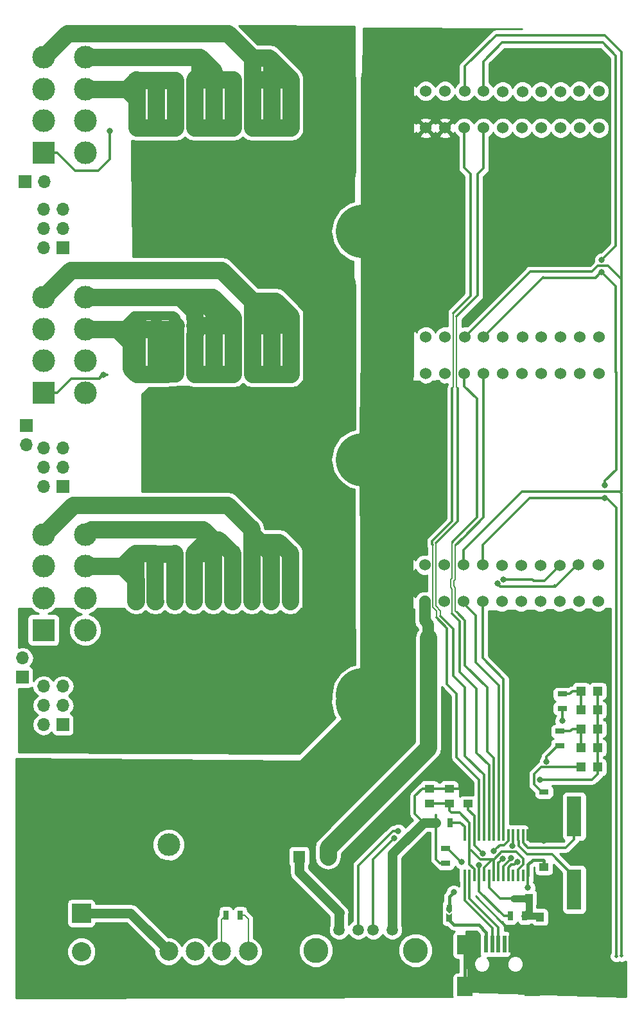
<source format=gbr>
G04 #@! TF.FileFunction,Copper,L1,Top,Signal*
%FSLAX46Y46*%
G04 Gerber Fmt 4.6, Leading zero omitted, Abs format (unit mm)*
G04 Created by KiCad (PCBNEW 4.0.4-stable) date 05/10/17 13:02:38*
%MOMM*%
%LPD*%
G01*
G04 APERTURE LIST*
%ADD10C,0.100000*%
%ADD11C,1.524000*%
%ADD12R,1.300000X0.700000*%
%ADD13R,1.200000X1.200000*%
%ADD14R,0.700000X1.300000*%
%ADD15R,1.250000X1.000000*%
%ADD16R,1.000000X1.250000*%
%ADD17R,1.930400X5.334000*%
%ADD18R,0.350000X1.500000*%
%ADD19R,2.400000X2.400000*%
%ADD20C,2.400000*%
%ADD21R,0.500380X2.301240*%
%ADD22R,1.998980X2.499360*%
%ADD23C,2.500000*%
%ADD24R,2.540000X2.540000*%
%ADD25C,2.540000*%
%ADD26C,1.508000*%
%ADD27C,3.302000*%
%ADD28R,1.600000X1.600000*%
%ADD29C,1.600000*%
%ADD30R,1.700000X1.700000*%
%ADD31O,1.700000X1.700000*%
%ADD32R,0.750000X0.800000*%
%ADD33C,3.000000*%
%ADD34R,3.000000X3.000000*%
%ADD35C,0.800000*%
%ADD36C,0.508000*%
%ADD37C,0.304800*%
%ADD38C,0.406400*%
%ADD39C,1.500000*%
%ADD40C,2.300000*%
%ADD41C,1.270000*%
%ADD42C,0.889000*%
%ADD43C,7.000000*%
%ADD44C,0.305000*%
%ADD45C,5.000000*%
%ADD46C,0.203200*%
%ADD47C,1.207000*%
%ADD48C,0.254000*%
G04 APERTURE END LIST*
D10*
D11*
X44680000Y-91350000D03*
X47220000Y-91350000D03*
X49760000Y-91350000D03*
X52300000Y-91350000D03*
X54840000Y-91350000D03*
X57380000Y-91350000D03*
X59920000Y-91350000D03*
X62460000Y-91350000D03*
X65000000Y-91350000D03*
X67540000Y-91350000D03*
X70080000Y-91350000D03*
X72620000Y-91350000D03*
X75160000Y-91350000D03*
X77700000Y-91350000D03*
X80240000Y-91350000D03*
X82780000Y-91350000D03*
X85320000Y-91350000D03*
X87860000Y-91350000D03*
X90400000Y-91350000D03*
X92940000Y-91350000D03*
X95480000Y-91350000D03*
X98020000Y-91350000D03*
X100560000Y-91350000D03*
X103100000Y-91350000D03*
X105640000Y-86500000D03*
X103036500Y-86500000D03*
X100560000Y-86563500D03*
X98020000Y-86563500D03*
X95543500Y-86563500D03*
X92940000Y-86563500D03*
X90400000Y-86500000D03*
X87923500Y-86500000D03*
X85320000Y-86500000D03*
X82780000Y-86500000D03*
X80240000Y-86500000D03*
X77700000Y-86500000D03*
X75160000Y-86500000D03*
X72620000Y-86500000D03*
X70080000Y-86500000D03*
X67476500Y-86563500D03*
X65000000Y-86500000D03*
X62460000Y-86436500D03*
X59920000Y-86500000D03*
X57380000Y-86500000D03*
X54840000Y-86500000D03*
X52300000Y-86500000D03*
X49823500Y-86500000D03*
X47156500Y-86563500D03*
X44616500Y-86500000D03*
X44680000Y-91350000D03*
X105640000Y-91350000D03*
X44840000Y-61250000D03*
X47380000Y-61250000D03*
X49920000Y-61250000D03*
X52460000Y-61250000D03*
X55000000Y-61250000D03*
X57540000Y-61250000D03*
X60080000Y-61250000D03*
X62620000Y-61250000D03*
X65160000Y-61250000D03*
X67700000Y-61250000D03*
X70240000Y-61250000D03*
X72780000Y-61250000D03*
X75320000Y-61250000D03*
X77860000Y-61250000D03*
X80400000Y-61250000D03*
X82940000Y-61250000D03*
X85480000Y-61250000D03*
X88020000Y-61250000D03*
X90560000Y-61250000D03*
X93100000Y-61250000D03*
X95640000Y-61250000D03*
X98180000Y-61250000D03*
X100720000Y-61250000D03*
X103260000Y-61250000D03*
X105800000Y-56400000D03*
X103196500Y-56400000D03*
X100720000Y-56463500D03*
X98180000Y-56463500D03*
X95703500Y-56463500D03*
X93100000Y-56463500D03*
X90560000Y-56400000D03*
X88083500Y-56400000D03*
X85480000Y-56400000D03*
X82940000Y-56400000D03*
X80400000Y-56400000D03*
X77860000Y-56400000D03*
X75320000Y-56400000D03*
X72780000Y-56400000D03*
X70240000Y-56400000D03*
X67636500Y-56463500D03*
X65160000Y-56400000D03*
X62620000Y-56336500D03*
X60080000Y-56400000D03*
X57540000Y-56400000D03*
X55000000Y-56400000D03*
X52460000Y-56400000D03*
X49983500Y-56400000D03*
X47316500Y-56463500D03*
X44776500Y-56400000D03*
X44840000Y-61250000D03*
X105800000Y-61250000D03*
X44800000Y-28850000D03*
X47340000Y-28850000D03*
X49880000Y-28850000D03*
X52420000Y-28850000D03*
X54960000Y-28850000D03*
X57500000Y-28850000D03*
X60040000Y-28850000D03*
X62580000Y-28850000D03*
X65120000Y-28850000D03*
X67660000Y-28850000D03*
X70200000Y-28850000D03*
X72740000Y-28850000D03*
X75280000Y-28850000D03*
X77820000Y-28850000D03*
X80360000Y-28850000D03*
X82900000Y-28850000D03*
X85440000Y-28850000D03*
X87980000Y-28850000D03*
X90520000Y-28850000D03*
X93060000Y-28850000D03*
X95600000Y-28850000D03*
X98140000Y-28850000D03*
X100680000Y-28850000D03*
X103220000Y-28850000D03*
X105760000Y-24000000D03*
X103156500Y-24000000D03*
X100680000Y-24063500D03*
X98140000Y-24063500D03*
X95663500Y-24063500D03*
X93060000Y-24063500D03*
X90520000Y-24000000D03*
X88043500Y-24000000D03*
X85440000Y-24000000D03*
X82900000Y-24000000D03*
X80360000Y-24000000D03*
X77820000Y-24000000D03*
X75280000Y-24000000D03*
X72740000Y-24000000D03*
X70200000Y-24000000D03*
X67596500Y-24063500D03*
X65120000Y-24000000D03*
X62580000Y-23936500D03*
X60040000Y-24000000D03*
X57500000Y-24000000D03*
X54960000Y-24000000D03*
X52420000Y-24000000D03*
X49943500Y-24000000D03*
X47276500Y-24063500D03*
X44736500Y-24000000D03*
X44800000Y-28850000D03*
X105760000Y-28850000D03*
D12*
X100900000Y-105450000D03*
X100900000Y-103550000D03*
D13*
X105600000Y-110643548D03*
X103400000Y-110643548D03*
D14*
X84250000Y-120500000D03*
X86150000Y-120500000D03*
D15*
X86000000Y-118000000D03*
X86000000Y-116000000D03*
D13*
X105600000Y-113200000D03*
X103400000Y-113200000D03*
D12*
X100600000Y-110350000D03*
X100600000Y-108450000D03*
D16*
X98000000Y-133000000D03*
X100000000Y-133000000D03*
D13*
X103400000Y-108143548D03*
X105600000Y-108143548D03*
D15*
X88500000Y-118000000D03*
X88500000Y-116000000D03*
D14*
X95950000Y-132800000D03*
X94050000Y-132800000D03*
D16*
X96500000Y-130500000D03*
X98500000Y-130500000D03*
D13*
X103400000Y-105643548D03*
X105600000Y-105643548D03*
D12*
X85500000Y-123950000D03*
X85500000Y-125850000D03*
D13*
X105600000Y-103143548D03*
X103400000Y-103143548D03*
D17*
X102500000Y-129326000D03*
X102500000Y-119674000D03*
D18*
X91889000Y-127500000D03*
X91889000Y-122100000D03*
X92509000Y-127500000D03*
X92529000Y-122100000D03*
X91249000Y-122100000D03*
X91249000Y-127500000D03*
X90609000Y-127500000D03*
X90609000Y-122100000D03*
X93169000Y-122100000D03*
X93809000Y-122100000D03*
X93169000Y-127500000D03*
X93809000Y-127500000D03*
X89969000Y-127500000D03*
X94449000Y-127500000D03*
X94449000Y-122100000D03*
X89969000Y-122100000D03*
X89329000Y-127500000D03*
X89329000Y-122100000D03*
X95089000Y-122100000D03*
X95089000Y-127500000D03*
X95729000Y-127500000D03*
X95729000Y-122100000D03*
X88689000Y-122100000D03*
X88689000Y-127500000D03*
X88049000Y-127500000D03*
X88049000Y-122100000D03*
X96369000Y-122100000D03*
X96369000Y-127500000D03*
D15*
X83400000Y-118000000D03*
X83400000Y-116000000D03*
X98500000Y-126400000D03*
X98500000Y-128400000D03*
D12*
X98500000Y-116450000D03*
X98500000Y-118350000D03*
D19*
X67000000Y-104600000D03*
D20*
X74500000Y-104600000D03*
D19*
X67140000Y-42410000D03*
D20*
X74640000Y-42410000D03*
D19*
X67000000Y-72600000D03*
D20*
X74500000Y-72600000D03*
D21*
X90899800Y-136550680D03*
X91699900Y-136550680D03*
X92500000Y-136550680D03*
X93300100Y-136550680D03*
X94100200Y-136550680D03*
D22*
X88049920Y-136649740D03*
X88049920Y-142148840D03*
X96950080Y-136649740D03*
X96950080Y-142148840D03*
D23*
X49000000Y-137500000D03*
X52500000Y-137500000D03*
X56000000Y-137500000D03*
X59500000Y-137500000D03*
D24*
X37500000Y-132460000D03*
D25*
X37500000Y-137540000D03*
D14*
X56550000Y-132750000D03*
X58450000Y-132750000D03*
D26*
X71499900Y-134629900D03*
X74000000Y-134629900D03*
X76000000Y-134629900D03*
X78500100Y-134629900D03*
D27*
X68429900Y-137339900D03*
X81570100Y-137339900D03*
D28*
X66200000Y-125000000D03*
D29*
X70000000Y-125000000D03*
D30*
X35040000Y-44640000D03*
D31*
X32500000Y-44640000D03*
X35040000Y-42100000D03*
X32500000Y-42100000D03*
X35040000Y-39560000D03*
X32500000Y-39560000D03*
D30*
X35040000Y-76180000D03*
D31*
X32500000Y-76180000D03*
X35040000Y-73640000D03*
X32500000Y-73640000D03*
X35040000Y-71100000D03*
X32500000Y-71100000D03*
D30*
X35040000Y-107580000D03*
D31*
X32500000Y-107580000D03*
X35040000Y-105040000D03*
X32500000Y-105040000D03*
X35040000Y-102500000D03*
X32500000Y-102500000D03*
D32*
X86000000Y-131700000D03*
X86000000Y-133200000D03*
D10*
G36*
X86375000Y-133583800D02*
X85625000Y-133033800D01*
X85625000Y-132983800D01*
X86375000Y-132433800D01*
X86375000Y-133583800D01*
X86375000Y-133583800D01*
G37*
G36*
X85625000Y-132433800D02*
X86375000Y-132983800D01*
X86375000Y-133033800D01*
X85625000Y-133583800D01*
X85625000Y-132433800D01*
X85625000Y-132433800D01*
G37*
G36*
X86000040Y-132442000D02*
X85624040Y-132142000D01*
X85624040Y-131742000D01*
X86000040Y-131442000D01*
X86000040Y-132442000D01*
X86000040Y-132442000D01*
G37*
G36*
X85999960Y-131442000D02*
X86375960Y-131742000D01*
X86375960Y-132142000D01*
X85999960Y-132442000D01*
X85999960Y-131442000D01*
X85999960Y-131442000D01*
G37*
D33*
X36500000Y-115930000D03*
X49000000Y-123430000D03*
D34*
X32500000Y-32131000D03*
D33*
X32500000Y-27931000D03*
X32500000Y-23731000D03*
X32500000Y-19531000D03*
X38000000Y-32131000D03*
X38000000Y-27931000D03*
X38000000Y-23731000D03*
X38000000Y-19531000D03*
D34*
X32500000Y-63800000D03*
D33*
X32500000Y-59600000D03*
X32500000Y-55400000D03*
X32500000Y-51200000D03*
X38000000Y-63800000D03*
X38000000Y-59600000D03*
X38000000Y-55400000D03*
X38000000Y-51200000D03*
D34*
X32500000Y-95100000D03*
D33*
X32500000Y-90900000D03*
X32500000Y-86700000D03*
X32500000Y-82500000D03*
X38000000Y-95100000D03*
X38000000Y-90900000D03*
X38000000Y-86700000D03*
X38000000Y-82500000D03*
D30*
X30060000Y-35980000D03*
D31*
X32600000Y-35980000D03*
D30*
X30250000Y-68100000D03*
D31*
X30250000Y-70640000D03*
D30*
X29700000Y-101330000D03*
D31*
X29700000Y-98790000D03*
D35*
X90476040Y-124627221D03*
X96400000Y-129100000D03*
X98503435Y-122867902D03*
X100900000Y-135600000D03*
X94500000Y-130500000D03*
X86600000Y-129700000D03*
X93059826Y-125254945D03*
X97955995Y-114841312D03*
X78764149Y-122567004D03*
X91914736Y-124262410D03*
X94151612Y-125143210D03*
X98823153Y-112447590D03*
X94999816Y-125672903D03*
X100900000Y-107100000D03*
X87641977Y-125706882D03*
X89905849Y-126102413D03*
X79301841Y-121604818D03*
X94350000Y-123600000D03*
X41235636Y-29256792D03*
D36*
X108744286Y-138077126D03*
X108037838Y-138134021D03*
D35*
X106526688Y-75997625D03*
X106076337Y-47852139D03*
X106076337Y-46312684D03*
X106500000Y-77684750D03*
X40433727Y-61435726D03*
X93179572Y-88430511D03*
X92342896Y-88978231D03*
D37*
X89329000Y-123480181D02*
X90076041Y-124227222D01*
X89329000Y-122100000D02*
X89329000Y-123480181D01*
X90076041Y-124227222D02*
X90476040Y-124627221D01*
X96369000Y-127500000D02*
X96369000Y-129069000D01*
X96369000Y-129069000D02*
X96400000Y-129100000D01*
X88500000Y-118000000D02*
X88500000Y-118804800D01*
X88500000Y-118804800D02*
X89329000Y-119633800D01*
X89329000Y-119633800D02*
X89329000Y-122100000D01*
D38*
X96369000Y-127500000D02*
X96369000Y-126031000D01*
X96369000Y-126031000D02*
X97000000Y-125400000D01*
X97000000Y-125400000D02*
X98406400Y-125400000D01*
X98406400Y-125400000D02*
X98500000Y-125493600D01*
X98500000Y-125493600D02*
X98500000Y-126400000D01*
D39*
X83250000Y-94350000D02*
X82780000Y-93880000D01*
X82780000Y-93880000D02*
X82780000Y-91350000D01*
X83250000Y-96100000D02*
X83250000Y-94350000D01*
D40*
X83250000Y-110618630D02*
X83250000Y-96100000D01*
X70000000Y-125000000D02*
X70000000Y-123868630D01*
X70000000Y-123868630D02*
X83250000Y-110618630D01*
D37*
X98503435Y-122302217D02*
X98503435Y-122867902D01*
X98513142Y-122292510D02*
X98503435Y-122302217D01*
X98516840Y-122292510D02*
X98513142Y-122292510D01*
X96369000Y-122100000D02*
X98324330Y-122100000D01*
X98324330Y-122100000D02*
X98516840Y-122292510D01*
X98500000Y-122275670D02*
X98516840Y-122292510D01*
X98500000Y-118350000D02*
X98500000Y-122275670D01*
X100000000Y-133000000D02*
X100000000Y-134300000D01*
X99949920Y-134249920D02*
X100000000Y-134300000D01*
X100000000Y-134300000D02*
X100000000Y-134700000D01*
X94100200Y-136550680D02*
X94100200Y-135095260D01*
X94100200Y-135095260D02*
X94945540Y-134249920D01*
X94945540Y-134249920D02*
X99949920Y-134249920D01*
X100000000Y-134700000D02*
X100900000Y-135600000D01*
X100000000Y-133549125D02*
X100000000Y-133000000D01*
X98500000Y-130500000D02*
X99304800Y-130500000D01*
X99304800Y-130500000D02*
X100000000Y-131195200D01*
X100000000Y-131195200D02*
X100000000Y-132070200D01*
X100000000Y-132070200D02*
X100000000Y-133000000D01*
X81500000Y-116970200D02*
X81500000Y-119370000D01*
X81500000Y-119370000D02*
X82630000Y-120500000D01*
X83400000Y-116000000D02*
X82470200Y-116000000D01*
X82470200Y-116000000D02*
X81500000Y-116970200D01*
X86000000Y-116000000D02*
X83400000Y-116000000D01*
X84250000Y-119545200D02*
X84250000Y-120500000D01*
X88500000Y-116000000D02*
X86000000Y-116000000D01*
D41*
X78500100Y-134629900D02*
X78500100Y-124629900D01*
X78500100Y-124629900D02*
X82630000Y-120500000D01*
X82630000Y-120500000D02*
X84250000Y-120500000D01*
D37*
X84250000Y-120500000D02*
X84250000Y-125343227D01*
X84250000Y-125343227D02*
X84756773Y-125850000D01*
X84756773Y-125850000D02*
X85500000Y-125850000D01*
X98500000Y-130500000D02*
X98500000Y-128400000D01*
D38*
X88049920Y-136649740D02*
X88049920Y-138305820D01*
X88049920Y-138305820D02*
X88049920Y-142148840D01*
X96950080Y-142148840D02*
X95544190Y-142148840D01*
X95544190Y-142148840D02*
X88049920Y-142148840D01*
X96950080Y-136649740D02*
X96950080Y-142148840D01*
X94100200Y-136550680D02*
X96851020Y-136550680D01*
X96851020Y-136550680D02*
X96950080Y-136649740D01*
D37*
X94500000Y-130500000D02*
X92681817Y-130500000D01*
X92681817Y-130500000D02*
X91249000Y-129067183D01*
X91249000Y-129067183D02*
X91249000Y-127500000D01*
D42*
X95950000Y-132800000D02*
X97800000Y-132800000D01*
X97800000Y-132800000D02*
X98000000Y-133000000D01*
X96500000Y-130500000D02*
X96500000Y-132250000D01*
X96500000Y-132250000D02*
X95950000Y-132800000D01*
X94500000Y-130500000D02*
X96500000Y-130500000D01*
D41*
X66200000Y-125000000D02*
X66200000Y-127070000D01*
X66200000Y-127070000D02*
X71530000Y-132400000D01*
X71499900Y-132430100D02*
X71499900Y-134629900D01*
X71530000Y-132400000D02*
X71499900Y-132430100D01*
X37500000Y-132460000D02*
X43960000Y-132460000D01*
X43960000Y-132460000D02*
X49000000Y-137500000D01*
D38*
X86000000Y-131700000D02*
X86000000Y-130300000D01*
X86000000Y-130300000D02*
X86600000Y-129700000D01*
D37*
X90114886Y-125379623D02*
X91578377Y-125379623D01*
X95752217Y-125238661D02*
X95752217Y-126034056D01*
X92898300Y-124352402D02*
X94865958Y-124352402D01*
X89329000Y-126639118D02*
X89329000Y-127500000D01*
X94865958Y-124352402D02*
X95752217Y-125238661D01*
X91578377Y-125379623D02*
X91629000Y-125329000D01*
X88689000Y-124200000D02*
X88689000Y-125999118D01*
X88689000Y-125999118D02*
X89329000Y-126639118D01*
X88689000Y-124200000D02*
X88935263Y-124200000D01*
X91921702Y-125329000D02*
X92898300Y-124352402D01*
X95752217Y-126034056D02*
X95089000Y-126697273D01*
X91629000Y-125329000D02*
X91921702Y-125329000D01*
X95089000Y-126697273D02*
X95089000Y-127500000D01*
X88935263Y-124200000D02*
X90114886Y-125379623D01*
X83400000Y-118000000D02*
X86000000Y-118000000D01*
X88689000Y-122100000D02*
X88689000Y-120489000D01*
X86300000Y-119200000D02*
X86000000Y-118900000D01*
X88689000Y-120489000D02*
X87400000Y-119200000D01*
X87400000Y-119200000D02*
X86300000Y-119200000D01*
X86000000Y-118900000D02*
X86000000Y-118000000D01*
X90609000Y-127500000D02*
X90609000Y-126445200D01*
X90609000Y-126445200D02*
X91629000Y-125425200D01*
X91629000Y-125425200D02*
X91629000Y-125329000D01*
X88689000Y-122100000D02*
X88689000Y-124200000D01*
X91889000Y-125589000D02*
X91629000Y-125329000D01*
X91889000Y-127500000D02*
X91889000Y-125589000D01*
D43*
X70240000Y-65360000D02*
X70240000Y-61350000D01*
D44*
X70080000Y-86500000D02*
X72620000Y-86500000D01*
X70080000Y-86500000D02*
X70080000Y-85000000D01*
X67476500Y-86563500D02*
X70016500Y-86563500D01*
X70016500Y-86563500D02*
X70080000Y-86500000D01*
X70080000Y-91350000D02*
X67540000Y-91350000D01*
X72620000Y-91350000D02*
X70080000Y-91350000D01*
D43*
X70200000Y-28850000D02*
X70200000Y-22500000D01*
X67000000Y-37600000D02*
X70200000Y-34400000D01*
X70200000Y-34400000D02*
X70200000Y-28850000D01*
X67000000Y-42500000D02*
X67000000Y-37600000D01*
X67000000Y-46600000D02*
X67000000Y-42500000D01*
X70240000Y-49840000D02*
X67000000Y-46600000D01*
X70240000Y-55000000D02*
X70240000Y-49840000D01*
X70240000Y-61350000D02*
X70240000Y-55000000D01*
X67000000Y-72600000D02*
X67000000Y-68600000D01*
X67000000Y-68600000D02*
X70240000Y-65360000D01*
X67000000Y-72600000D02*
X67000000Y-75600000D01*
X67000000Y-75600000D02*
X70080000Y-78680000D01*
X70080000Y-85000000D02*
X70080000Y-78680000D01*
X67000000Y-98400000D02*
X67000000Y-104600000D01*
X70080000Y-91350000D02*
X70080000Y-95320000D01*
X70080000Y-95320000D02*
X67000000Y-98400000D01*
X70080000Y-85000000D02*
X70080000Y-91350000D01*
D44*
X77700000Y-91350000D02*
X80240000Y-91350000D01*
X77700000Y-91350000D02*
X75160000Y-91350000D01*
X77700000Y-86500000D02*
X75160000Y-86500000D01*
X77700000Y-86500000D02*
X77700000Y-85000000D01*
X80240000Y-86500000D02*
X77700000Y-86500000D01*
D43*
X74559345Y-103617354D02*
X76660441Y-105718450D01*
X76660441Y-105718450D02*
X77781024Y-105718450D01*
X77781024Y-105718450D02*
X67555693Y-115943781D01*
X67555693Y-115943781D02*
X36513781Y-115943781D01*
X36513781Y-115943781D02*
X36500000Y-115930000D01*
X77860000Y-55000000D02*
X77860000Y-42100000D01*
X77100000Y-104600000D02*
X77100000Y-106500000D01*
X77860000Y-42100000D02*
X77860000Y-28890000D01*
X74500000Y-42500000D02*
X77460000Y-42500000D01*
X77460000Y-42500000D02*
X77860000Y-42100000D01*
X77820000Y-22500000D02*
X77820000Y-28850000D01*
X77860000Y-28890000D02*
X77820000Y-28850000D01*
X77860000Y-61350000D02*
X77860000Y-55000000D01*
X74500000Y-72600000D02*
X77100000Y-72600000D01*
X77700000Y-85000000D02*
X77700000Y-61510000D01*
X77700000Y-61510000D02*
X77860000Y-61350000D01*
X77700000Y-91350000D02*
X77700000Y-85000000D01*
X77800001Y-105300001D02*
X77700000Y-105200000D01*
X77700000Y-105200000D02*
X77700000Y-91350000D01*
X77800001Y-105300001D02*
X77100000Y-104600000D01*
X77100000Y-104600000D02*
X74500000Y-104600000D01*
D45*
X77700000Y-104000000D02*
X77700000Y-97900000D01*
X77100000Y-104600000D02*
X77700000Y-104000000D01*
X77700000Y-97900000D02*
X77700000Y-91350000D01*
X77860000Y-55000000D02*
X77860000Y-42000000D01*
X77860000Y-42000000D02*
X77860000Y-28890000D01*
X74500000Y-42500000D02*
X77360000Y-42500000D01*
X77360000Y-42500000D02*
X77860000Y-42000000D01*
X77700000Y-85000000D02*
X77700000Y-72000000D01*
X77700000Y-72000000D02*
X77700000Y-61510000D01*
X77100000Y-72600000D02*
X77700000Y-72000000D01*
D46*
X86393188Y-83506812D02*
X87300000Y-82600000D01*
X86204262Y-88474390D02*
X86393188Y-88285464D01*
X86393188Y-89670888D02*
X86204261Y-89481961D01*
X86393188Y-92926459D02*
X86393188Y-89670888D01*
X86393188Y-88285464D02*
X86393188Y-83506812D01*
X86204261Y-89481961D02*
X86204262Y-88474390D01*
D37*
X88020000Y-61350000D02*
X88020000Y-62924445D01*
X88020000Y-62924445D02*
X89672758Y-64577203D01*
X89672758Y-64577203D02*
X89672758Y-80227242D01*
X89672758Y-80227242D02*
X86415507Y-83484493D01*
X86415507Y-83484493D02*
X86415507Y-83532933D01*
X87400000Y-93900000D02*
X87366729Y-93900000D01*
X87366729Y-93900000D02*
X86393188Y-92926459D01*
X87400000Y-100600000D02*
X87400000Y-93900000D01*
X89600000Y-102800000D02*
X87400000Y-100600000D01*
X89600000Y-108300000D02*
X89600000Y-108000000D01*
X89600000Y-111300000D02*
X89600000Y-108300000D01*
X89600000Y-108300000D02*
X89600000Y-102800000D01*
X91249000Y-112949000D02*
X89600000Y-111300000D01*
X91249000Y-122100000D02*
X91249000Y-112949000D01*
X92659827Y-125654944D02*
X93059826Y-125254945D01*
X92509000Y-125805771D02*
X92659827Y-125654944D01*
X92509000Y-127500000D02*
X92509000Y-125805771D01*
X104863488Y-114841312D02*
X98521680Y-114841312D01*
X105600000Y-114104800D02*
X104863488Y-114841312D01*
X105600000Y-113200000D02*
X105600000Y-114104800D01*
X98521680Y-114841312D02*
X97955995Y-114841312D01*
X105600000Y-105643548D02*
X105600000Y-103143548D01*
X105600000Y-108143548D02*
X105600000Y-105643548D01*
X105600000Y-110643548D02*
X105600000Y-108143548D01*
X105600000Y-113200000D02*
X105600000Y-110643548D01*
X87860000Y-91350000D02*
X87860000Y-91537481D01*
X89489246Y-93166727D02*
X89489246Y-99389246D01*
X87860000Y-91537481D02*
X89489246Y-93166727D01*
X89489246Y-99389246D02*
X92529000Y-102429000D01*
X92529000Y-102429000D02*
X92529000Y-122100000D01*
D46*
X86796399Y-92553217D02*
X86796399Y-89503873D01*
X86796399Y-88452479D02*
X86796399Y-84003601D01*
X86607472Y-88641406D02*
X86796399Y-88452479D01*
X86796399Y-89503873D02*
X86607472Y-89314946D01*
X86796399Y-84003601D02*
X86900000Y-83900000D01*
X86607472Y-89314946D02*
X86607472Y-88641406D01*
X87019678Y-92776496D02*
X86796399Y-92553217D01*
X86900000Y-83900000D02*
X87000000Y-83800000D01*
D37*
X90560000Y-80240000D02*
X87900000Y-82900000D01*
X87900000Y-82900000D02*
X86900000Y-83900000D01*
X90560000Y-61350000D02*
X90560000Y-80240000D01*
X91889000Y-122100000D02*
X91889000Y-111989000D01*
X91889000Y-111989000D02*
X91000000Y-111100000D01*
X91000000Y-111100000D02*
X91000000Y-102700000D01*
X91000000Y-102700000D02*
X88100000Y-99800000D01*
X88100000Y-99800000D02*
X88100000Y-93856818D01*
X88100000Y-93856818D02*
X87019678Y-92776496D01*
X86579719Y-94943238D02*
X84875427Y-93238946D01*
X86579719Y-101179719D02*
X86579719Y-94943238D01*
X88100000Y-111700000D02*
X88100000Y-102700000D01*
X90609000Y-114209000D02*
X88100000Y-111700000D01*
X90609000Y-122100000D02*
X90609000Y-114209000D01*
X88100000Y-102700000D02*
X86579719Y-101179719D01*
D46*
X84246813Y-91952020D02*
X84246812Y-83764791D01*
X84875427Y-93238946D02*
X84875427Y-92580634D01*
X84246812Y-83764791D02*
X84246812Y-83621109D01*
X84875427Y-92580634D02*
X84246813Y-91952020D01*
D37*
X87100000Y-80740672D02*
X87100000Y-80700000D01*
X84246812Y-83621109D02*
X84246812Y-83593860D01*
X84246812Y-83593860D02*
X87100000Y-80740672D01*
X87100000Y-80700000D02*
X87100000Y-63200000D01*
X90520000Y-28850000D02*
X90519002Y-28850998D01*
X90519002Y-28850998D02*
X90519002Y-34176088D01*
X90519002Y-34176088D02*
X89758001Y-34937089D01*
X89758001Y-34937089D02*
X89758001Y-50941999D01*
X89758001Y-50941999D02*
X87000000Y-53700000D01*
D46*
X86956399Y-53743601D02*
X87000000Y-53700000D01*
X87000000Y-53700000D02*
X87400000Y-53300000D01*
X86956399Y-59643601D02*
X86956399Y-53743601D01*
X87100000Y-63200000D02*
X86956399Y-63056399D01*
X86956399Y-63056399D02*
X86956399Y-59643601D01*
D37*
X90400000Y-98800000D02*
X93169000Y-101569000D01*
X93169000Y-101569000D02*
X93169000Y-122100000D01*
X90400000Y-91350000D02*
X90400000Y-98800000D01*
X78364150Y-122967003D02*
X78764149Y-122567004D01*
X76000000Y-125331153D02*
X78364150Y-122967003D01*
X76000000Y-134629900D02*
X76000000Y-125331153D01*
X92314735Y-123862411D02*
X91914736Y-124262410D01*
X92714735Y-123462411D02*
X92314735Y-123862411D01*
X93809000Y-122887444D02*
X93234033Y-123462411D01*
X93809000Y-122100000D02*
X93809000Y-122887444D01*
X93234033Y-123462411D02*
X92714735Y-123462411D01*
X94151612Y-125276715D02*
X94151612Y-125143210D01*
X93169000Y-126259327D02*
X94151612Y-125276715D01*
X93169000Y-127500000D02*
X93169000Y-126259327D01*
X98823153Y-111826847D02*
X98823153Y-111881905D01*
X100600000Y-110350000D02*
X100300000Y-110350000D01*
X98823153Y-111881905D02*
X98823153Y-112447590D01*
X100300000Y-110350000D02*
X98823153Y-111826847D01*
X94610872Y-126061847D02*
X94999816Y-125672903D01*
X93809000Y-126445200D02*
X94192353Y-126061847D01*
X94192353Y-126061847D02*
X94610872Y-126061847D01*
X93809000Y-127500000D02*
X93809000Y-126445200D01*
X100900000Y-105450000D02*
X100900000Y-107100000D01*
X87556882Y-125706882D02*
X87641977Y-125706882D01*
X85800000Y-123950000D02*
X87556882Y-125706882D01*
X85500000Y-123950000D02*
X85800000Y-123950000D01*
X89969000Y-127500000D02*
X89969000Y-126165564D01*
X89969000Y-126165564D02*
X89905849Y-126102413D01*
X89969000Y-127500000D02*
X89969000Y-129569000D01*
X89969000Y-129569000D02*
X93200000Y-132800000D01*
X93200000Y-132800000D02*
X94050000Y-132800000D01*
X74000000Y-134629900D02*
X74000000Y-126199170D01*
X74000000Y-126199170D02*
X78594352Y-121604818D01*
X78594352Y-121604818D02*
X78736156Y-121604818D01*
X78736156Y-121604818D02*
X79301841Y-121604818D01*
X94449000Y-123501000D02*
X94350000Y-123600000D01*
X94449000Y-122100000D02*
X94449000Y-123501000D01*
X86400000Y-63200000D02*
X86400000Y-80726762D01*
X86400000Y-80726762D02*
X83742003Y-83384761D01*
X83742003Y-83384761D02*
X83742003Y-83802959D01*
X83742003Y-83802959D02*
X83792802Y-83853758D01*
X83792802Y-83853758D02*
X83792802Y-83881007D01*
X85724506Y-94835382D02*
X84309071Y-93419947D01*
X85724506Y-102224506D02*
X85724506Y-94835382D01*
X87000000Y-103500000D02*
X85724506Y-102224506D01*
X89969000Y-122100000D02*
X89969000Y-114869000D01*
X89969000Y-114869000D02*
X87000000Y-111900000D01*
X87000000Y-111900000D02*
X87000000Y-103500000D01*
D46*
X83843602Y-83931807D02*
X83792802Y-83881007D01*
X83843602Y-92119035D02*
X83843602Y-83931807D01*
X84309071Y-92584504D02*
X83843602Y-92119035D01*
X84309071Y-93425785D02*
X84309071Y-92584504D01*
D37*
X87980000Y-28850000D02*
X87980000Y-34083305D01*
X88800000Y-34903305D02*
X88800000Y-51038188D01*
X87980000Y-34083305D02*
X88800000Y-34903305D01*
X88800000Y-51038188D02*
X86543601Y-53294587D01*
D46*
X86400000Y-63200000D02*
X86543601Y-63056399D01*
X86543601Y-63056399D02*
X86543601Y-53294587D01*
X86543601Y-53294587D02*
X86929519Y-52908669D01*
D37*
X95089000Y-122100000D02*
X95089000Y-122805971D01*
X95202402Y-123602402D02*
X96300000Y-124700000D01*
X102500000Y-127624200D02*
X102500000Y-129326000D01*
X95089000Y-122805971D02*
X95202402Y-122919373D01*
X99575800Y-124700000D02*
X102500000Y-127624200D01*
X95202402Y-122919373D02*
X95202402Y-123602402D01*
X96300000Y-124700000D02*
X99575800Y-124700000D01*
X101400000Y-123800000D02*
X102500000Y-122700000D01*
X102500000Y-122700000D02*
X102500000Y-119674000D01*
X96374200Y-123800000D02*
X101400000Y-123800000D01*
X95729000Y-122100000D02*
X95729000Y-123154800D01*
X95729000Y-123154800D02*
X96374200Y-123800000D01*
X88689000Y-127500000D02*
X88689000Y-130529188D01*
X88689000Y-130529188D02*
X92500000Y-134340188D01*
X92500000Y-134340188D02*
X92500000Y-136550680D01*
X88049000Y-127500000D02*
X88049000Y-130773310D01*
X88049000Y-130773310D02*
X91699900Y-134424210D01*
X91699900Y-134424210D02*
X91699900Y-136550680D01*
X88049000Y-122100000D02*
X88049000Y-121045200D01*
X88049000Y-121045200D02*
X87503800Y-120500000D01*
X87503800Y-120500000D02*
X86804800Y-120500000D01*
X86804800Y-120500000D02*
X86150000Y-120500000D01*
X41235636Y-29822477D02*
X41235636Y-29256792D01*
X41235636Y-32992170D02*
X41235636Y-29822477D01*
X39701919Y-34525887D02*
X41235636Y-32992170D01*
X36699687Y-34525887D02*
X39701919Y-34525887D01*
X32500000Y-32131000D02*
X34304800Y-32131000D01*
X34304800Y-32131000D02*
X36699687Y-34525887D01*
D40*
X32500000Y-19531000D02*
X35627955Y-16403045D01*
X35627955Y-16403045D02*
X56803045Y-16403045D01*
X56803045Y-16403045D02*
X60040000Y-19640000D01*
X62580000Y-22436500D02*
X62580000Y-19960000D01*
X62580000Y-19960000D02*
X62220000Y-19600000D01*
X62220000Y-19600000D02*
X60080000Y-19600000D01*
X60080000Y-19600000D02*
X60040000Y-19640000D01*
X65120000Y-22500000D02*
X62220000Y-19600000D01*
X60040000Y-28850000D02*
X62580000Y-28850000D01*
X65120000Y-28850000D02*
X62580000Y-28850000D01*
X62580000Y-22436500D02*
X62580000Y-28850000D01*
X65120000Y-28850000D02*
X65120000Y-22500000D01*
X60040000Y-22500000D02*
X65120000Y-22500000D01*
X60040000Y-22500000D02*
X60040000Y-28850000D01*
X60040000Y-19640000D02*
X60040000Y-22500000D01*
X47276500Y-22563500D02*
X49880000Y-22563500D01*
D41*
X49880000Y-22563500D02*
X49943500Y-22500000D01*
D40*
X44800000Y-28850000D02*
X44800000Y-25025500D01*
X44800000Y-25025500D02*
X43505500Y-23731000D01*
X47340000Y-28850000D02*
X49880000Y-28850000D01*
X44800000Y-28850000D02*
X47340000Y-28850000D01*
X47276500Y-22563500D02*
X44800000Y-22563500D01*
X44800000Y-22563500D02*
X44736500Y-22500000D01*
X49880000Y-28850000D02*
X49880000Y-22563500D01*
X47340000Y-28850000D02*
X47340000Y-22627000D01*
X47340000Y-22627000D02*
X47276500Y-22563500D01*
X38000000Y-23731000D02*
X43505500Y-23731000D01*
X43505500Y-23731000D02*
X44736500Y-22500000D01*
X44800000Y-28850000D02*
X44800000Y-22563500D01*
X53078652Y-19531000D02*
X53078652Y-21841348D01*
X52443509Y-23535539D02*
X52420000Y-23559048D01*
X53078652Y-21841348D02*
X52443509Y-22476491D01*
X52443509Y-22476491D02*
X52443509Y-23535539D01*
X52420000Y-23559048D02*
X52420000Y-28850000D01*
X53078652Y-19531000D02*
X54960000Y-21412348D01*
X54960000Y-21412348D02*
X54960000Y-22500000D01*
X38000000Y-19531000D02*
X53078652Y-19531000D01*
X52420000Y-28850000D02*
X57500000Y-28850000D01*
X57500000Y-22500000D02*
X52443510Y-22500000D01*
X57500000Y-28850000D02*
X57500000Y-22500000D01*
X54960000Y-28850000D02*
X54960000Y-22500000D01*
D44*
X87923500Y-86500000D02*
X87923500Y-85000000D01*
D37*
X108716735Y-48850000D02*
X106931829Y-47065094D01*
X106931829Y-47065094D02*
X105611255Y-47065094D01*
X105611255Y-47065094D02*
X104859786Y-47816563D01*
X104859786Y-47816563D02*
X96723633Y-47816563D01*
X96723633Y-47816563D02*
X96700382Y-47793312D01*
D44*
X96638310Y-47845190D02*
X88845499Y-55638001D01*
X88845499Y-55638001D02*
X88083500Y-56400000D01*
X88043500Y-24000000D02*
X88043500Y-22500000D01*
D46*
X59500000Y-137500000D02*
X59500000Y-133246800D01*
X59500000Y-133246800D02*
X59003200Y-132750000D01*
X59003200Y-132750000D02*
X58450000Y-132750000D01*
D37*
X108500000Y-76838500D02*
X108744286Y-77082786D01*
X108744286Y-77082786D02*
X108744286Y-138077126D01*
X108500000Y-76838500D02*
X108716735Y-76838500D01*
X108716735Y-76838500D02*
X108716735Y-48850000D01*
X108716735Y-48850000D02*
X108716735Y-18816735D01*
X106500000Y-16600000D02*
X92189018Y-16600000D01*
X108716735Y-18816735D02*
X106500000Y-16600000D01*
X92189018Y-16600000D02*
X88043500Y-20745518D01*
X88043500Y-20745518D02*
X88043500Y-22500000D01*
X87923500Y-85000000D02*
X87923500Y-84546156D01*
X87923500Y-84546156D02*
X95631156Y-76838500D01*
X95631156Y-76838500D02*
X108500000Y-76838500D01*
D44*
X90400000Y-86500000D02*
X90400000Y-85422370D01*
X90400000Y-85422370D02*
X90400000Y-85000000D01*
D37*
X105676338Y-48252138D02*
X106076337Y-47852139D01*
X105298098Y-48630378D02*
X105676338Y-48252138D01*
X98386100Y-48630378D02*
X105298098Y-48630378D01*
D44*
X98357861Y-48602139D02*
X90560000Y-56400000D01*
X90520000Y-22922370D02*
X90520000Y-22500000D01*
D37*
X90520000Y-22500000D02*
X90520000Y-21840000D01*
X90520000Y-21840000D02*
X90520000Y-20080000D01*
D44*
X90520000Y-24000000D02*
X90520000Y-22922370D01*
D37*
X90400000Y-85000000D02*
X90400000Y-83896797D01*
X90400000Y-83896797D02*
X96612047Y-77684750D01*
X96612047Y-77684750D02*
X106800457Y-77684750D01*
X106800457Y-77684750D02*
X108066146Y-78950439D01*
X108066146Y-78950439D02*
X108066146Y-138033854D01*
D46*
X56000000Y-137500000D02*
X56000000Y-133300000D01*
X56000000Y-133300000D02*
X56550000Y-132750000D01*
D37*
X108000000Y-61100000D02*
X108016320Y-61116320D01*
X108016320Y-61116320D02*
X108016320Y-73942308D01*
X108016320Y-73942308D02*
X106526688Y-75431940D01*
X106526688Y-75431940D02*
X106526688Y-75997625D01*
X90520000Y-20080000D02*
X93000000Y-17600000D01*
X106250000Y-17600000D02*
X108000000Y-19350000D01*
X93000000Y-17600000D02*
X106250000Y-17600000D01*
X108000000Y-19350000D02*
X108000000Y-44389021D01*
X108000000Y-44389021D02*
X106476336Y-45912685D01*
X106476336Y-45912685D02*
X106076337Y-46312684D01*
X106476336Y-48252138D02*
X106076337Y-47852139D01*
X108000000Y-49775802D02*
X106476336Y-48252138D01*
X108000000Y-61100000D02*
X108000000Y-49775802D01*
X108000000Y-60699314D02*
X108000000Y-61100000D01*
D44*
X32500000Y-63800000D02*
X34305000Y-63800000D01*
X40433727Y-61435726D02*
X39921954Y-61947499D01*
X39921954Y-61947499D02*
X36157501Y-61947499D01*
X36157501Y-61947499D02*
X34305000Y-63800000D01*
X40433727Y-61435726D02*
X40864274Y-61435726D01*
X40864274Y-61435726D02*
X40870000Y-61430000D01*
X40433727Y-61435726D02*
X40224274Y-61435726D01*
X40224274Y-61435726D02*
X39980000Y-61680000D01*
D40*
X36100000Y-47600000D02*
X32500000Y-51200000D01*
X56000000Y-47600000D02*
X36100000Y-47600000D01*
X60080000Y-51680000D02*
X56000000Y-47600000D01*
X62620000Y-54836500D02*
X65096500Y-54836500D01*
X65096500Y-54836500D02*
X65160000Y-54900000D01*
X60080000Y-54900000D02*
X62556500Y-54900000D01*
X62556500Y-54900000D02*
X62620000Y-54836500D01*
X65160000Y-61350000D02*
X62620000Y-61350000D01*
X60080000Y-61350000D02*
X62620000Y-61350000D01*
X65160000Y-53760000D02*
X63080000Y-51680000D01*
X63080000Y-51680000D02*
X60441130Y-51680000D01*
X65160000Y-55000000D02*
X65160000Y-53760000D01*
X65160000Y-61350000D02*
X65160000Y-55000000D01*
X62620000Y-54936500D02*
X62620000Y-53858870D01*
X62620000Y-53858870D02*
X60441130Y-51680000D01*
X60441130Y-51680000D02*
X60080000Y-51680000D01*
X62620000Y-61350000D02*
X62620000Y-54936500D01*
X60080000Y-55000000D02*
X60080000Y-51680000D01*
X60080000Y-61350000D02*
X60080000Y-55000000D01*
D47*
X44430000Y-53620000D02*
X42650000Y-55400000D01*
X42650000Y-55400000D02*
X42250000Y-55400000D01*
X45890000Y-53620000D02*
X44430000Y-53620000D01*
X44776500Y-55000000D02*
X44776500Y-54733500D01*
X44776500Y-54733500D02*
X45890000Y-53620000D01*
X45890000Y-53620000D02*
X49660000Y-53620000D01*
X49660000Y-53620000D02*
X49959990Y-53919990D01*
X49959990Y-53919990D02*
X49959990Y-54923510D01*
D40*
X49920000Y-61250000D02*
X49920000Y-54963500D01*
X49920000Y-54963500D02*
X49959990Y-54923510D01*
X49959990Y-54923510D02*
X49959990Y-54900000D01*
X49920000Y-61250000D02*
X48842370Y-61250000D01*
X48842370Y-61250000D02*
X48742370Y-61350000D01*
X48742370Y-61350000D02*
X47380000Y-61350000D01*
X49583500Y-55400000D02*
X42250000Y-55400000D01*
X49583500Y-59146500D02*
X49583500Y-55400000D01*
X47380000Y-61350000D02*
X49583500Y-59146500D01*
X38000000Y-55400000D02*
X42250000Y-55400000D01*
X44840000Y-61350000D02*
X44078001Y-60588001D01*
X44078001Y-60588001D02*
X44078001Y-57228001D01*
X44078001Y-57228001D02*
X42250000Y-55400000D01*
X44840000Y-61350000D02*
X47380000Y-61350000D01*
X44776500Y-55000000D02*
X44776500Y-61286500D01*
X44776500Y-61286500D02*
X44840000Y-61350000D01*
X47316500Y-55063500D02*
X47316500Y-61286500D01*
X47316500Y-61286500D02*
X47380000Y-61350000D01*
X52460000Y-56059048D02*
X52483509Y-56035539D01*
X57540000Y-53922370D02*
X54817630Y-51200000D01*
X50600000Y-51200000D02*
X38000000Y-51200000D01*
D47*
X52460000Y-56400000D02*
X51873510Y-56400000D01*
X38000000Y-51200000D02*
X47260000Y-51200000D01*
X38000000Y-51200000D02*
X42120000Y-51200000D01*
D40*
X55000000Y-54900000D02*
X57540000Y-54900000D01*
X52460000Y-54900000D02*
X55000000Y-54900000D01*
X55000000Y-61350000D02*
X57540000Y-61350000D01*
X52460000Y-61350000D02*
X55000000Y-61350000D01*
X54817630Y-51200000D02*
X53000000Y-51200000D01*
X53000000Y-51200000D02*
X50600000Y-51200000D01*
X55000000Y-55000000D02*
X55000000Y-53200000D01*
X55000000Y-53200000D02*
X53000000Y-51200000D01*
X55000000Y-55000000D02*
X55000000Y-61350000D01*
X57540000Y-55000000D02*
X57540000Y-53922370D01*
X57540000Y-61350000D02*
X57540000Y-55000000D01*
X52460000Y-61350000D02*
X52460000Y-56059048D01*
X52460000Y-53940952D02*
X52460000Y-53060000D01*
X52483509Y-56035539D02*
X52483509Y-53964461D01*
X52483509Y-53964461D02*
X52460000Y-53940952D01*
X52460000Y-53060000D02*
X50600000Y-51200000D01*
D37*
X93745257Y-88430511D02*
X93179572Y-88430511D01*
X96987093Y-88430511D02*
X93745257Y-88430511D01*
X97090041Y-88533459D02*
X96987093Y-88430511D01*
D44*
X100560000Y-86563500D02*
X98536792Y-88586708D01*
X98536792Y-88586708D02*
X97143290Y-88586708D01*
X97143290Y-88586708D02*
X97090041Y-88533459D01*
X59920000Y-86500000D02*
X59920000Y-85000000D01*
X62460000Y-86436500D02*
X62460000Y-84936500D01*
X65000000Y-86500000D02*
X65000000Y-85000000D01*
D40*
X63500000Y-83500000D02*
X61023500Y-83500000D01*
X61023500Y-83500000D02*
X59920000Y-82396500D01*
X65000000Y-85000000D02*
X63500000Y-83500000D01*
X62460000Y-84936500D02*
X59920000Y-82396500D01*
X59920000Y-82396500D02*
X59920000Y-81770000D01*
X62460000Y-84936500D02*
X62460000Y-91350000D01*
X65000000Y-91350000D02*
X65000000Y-85000000D01*
X59920000Y-85000000D02*
X59920000Y-91350000D01*
X56750000Y-78600000D02*
X59920000Y-81770000D01*
X59920000Y-81770000D02*
X59920000Y-85000000D01*
X36400000Y-78600000D02*
X56750000Y-78600000D01*
X32500000Y-82500000D02*
X36400000Y-78600000D01*
D37*
X99841022Y-89378230D02*
X92742895Y-89378230D01*
X92742895Y-89378230D02*
X92342896Y-88978231D01*
X99883731Y-89335521D02*
X99841022Y-89378230D01*
D44*
X99883731Y-89228845D02*
X100027016Y-89372130D01*
X100027016Y-89372130D02*
X102899145Y-86500000D01*
X102899145Y-86500000D02*
X103036500Y-86500000D01*
X44616500Y-86500000D02*
X44616500Y-85000000D01*
X47156500Y-86563500D02*
X47156500Y-85063500D01*
X49823500Y-86500000D02*
X49823500Y-85127000D01*
X49823500Y-85127000D02*
X49760000Y-85063500D01*
D40*
X44616500Y-85000000D02*
X47093000Y-85000000D01*
D41*
X47093000Y-85000000D02*
X47156500Y-85063500D01*
D40*
X44680000Y-91350000D02*
X44680000Y-88463500D01*
X44680000Y-88463500D02*
X42916500Y-86700000D01*
X47156500Y-85063500D02*
X47156500Y-91286500D01*
X47156500Y-91286500D02*
X47220000Y-91350000D01*
X47156500Y-85063500D02*
X49760000Y-85063500D01*
X49760000Y-85063500D02*
X49823500Y-85000000D01*
X49760000Y-91350000D02*
X49760000Y-85063500D01*
X44616500Y-85000000D02*
X44616500Y-91286500D01*
X44616500Y-91286500D02*
X44680000Y-91350000D01*
X38000000Y-86700000D02*
X42916500Y-86700000D01*
X42916500Y-86700000D02*
X44616500Y-85000000D01*
D44*
X52300000Y-86500000D02*
X52300000Y-86059048D01*
X52300000Y-86059048D02*
X52323509Y-86035539D01*
X54840000Y-86500000D02*
X54840000Y-85000000D01*
X57380000Y-86500000D02*
X57380000Y-85000000D01*
D40*
X38000000Y-82500000D02*
X38128319Y-82500000D01*
X38772896Y-81855423D02*
X53505423Y-81855423D01*
X38128319Y-82500000D02*
X38772896Y-81855423D01*
X53505423Y-81855423D02*
X54840000Y-83190000D01*
X55570000Y-83190000D02*
X54110000Y-83190000D01*
X52323509Y-84976491D02*
X52323509Y-85000000D01*
X54110000Y-83190000D02*
X52323509Y-84976491D01*
X57380000Y-85000000D02*
X55570000Y-83190000D01*
X55570000Y-83190000D02*
X54840000Y-83190000D01*
X54840000Y-83190000D02*
X54840000Y-85000000D01*
X54840000Y-91350000D02*
X54840000Y-85000000D01*
X57380000Y-85000000D02*
X57380000Y-91350000D01*
X54840000Y-85000000D02*
X52323509Y-85000000D01*
X52323509Y-85000000D02*
X52323509Y-86035539D01*
X52300000Y-86059048D02*
X52300000Y-91350000D01*
D37*
X103400000Y-108143548D02*
X102251038Y-108143548D01*
X102251038Y-108143548D02*
X101944586Y-108450000D01*
X101944586Y-108450000D02*
X100600000Y-108450000D01*
X103400000Y-108143548D02*
X103400000Y-110643548D01*
X103400000Y-105643548D02*
X103400000Y-103143548D01*
X100900000Y-103550000D02*
X101854800Y-103550000D01*
X101854800Y-103550000D02*
X102261252Y-103143548D01*
X102261252Y-103143548D02*
X103400000Y-103143548D01*
X98500000Y-116450000D02*
X98200000Y-116450000D01*
X102495200Y-113200000D02*
X103400000Y-113200000D01*
X98200000Y-116450000D02*
X97203591Y-115453591D01*
X98121411Y-113200000D02*
X102495200Y-113200000D01*
X97203591Y-114117820D02*
X98121411Y-113200000D01*
X97203591Y-115453591D02*
X97203591Y-114117820D01*
D38*
X86000000Y-133008800D02*
X86000000Y-133408800D01*
X86591200Y-134000000D02*
X89906140Y-134000000D01*
X86000000Y-133408800D02*
X86591200Y-134000000D01*
X90899800Y-136550680D02*
X90899800Y-134993660D01*
X90899800Y-134993660D02*
X89906140Y-134000000D01*
D37*
X90899800Y-136550680D02*
X90899800Y-135650250D01*
D48*
G36*
X81395000Y-93880000D02*
X81500427Y-94410017D01*
X81784647Y-94835382D01*
X81800657Y-94859343D01*
X81865000Y-94923686D01*
X81865000Y-95021618D01*
X81600875Y-95416910D01*
X81465000Y-96100000D01*
X81465000Y-109879259D01*
X68737814Y-122606444D01*
X68350875Y-123185540D01*
X68214999Y-123868630D01*
X68215000Y-123868635D01*
X68215000Y-125000000D01*
X68350875Y-125683090D01*
X68737814Y-126262186D01*
X69316910Y-126649125D01*
X70000000Y-126785000D01*
X70683090Y-126649125D01*
X71262186Y-126262186D01*
X71649125Y-125683090D01*
X71785000Y-125000000D01*
X71785000Y-124608002D01*
X84512183Y-111880818D01*
X84512186Y-111880816D01*
X84899125Y-111301720D01*
X84924821Y-111172537D01*
X85035001Y-110618630D01*
X85035000Y-110618625D01*
X85035000Y-102582638D01*
X85167730Y-102781282D01*
X86212600Y-103826152D01*
X86212600Y-111900000D01*
X86272537Y-112201325D01*
X86443224Y-112456776D01*
X88839008Y-114852560D01*
X87875000Y-114852560D01*
X87639683Y-114896838D01*
X87423559Y-115035910D01*
X87302832Y-115212600D01*
X87194648Y-115212600D01*
X87089090Y-115048559D01*
X86876890Y-114903569D01*
X86625000Y-114852560D01*
X85375000Y-114852560D01*
X85139683Y-114896838D01*
X84923559Y-115035910D01*
X84802832Y-115212600D01*
X84594648Y-115212600D01*
X84489090Y-115048559D01*
X84276890Y-114903569D01*
X84025000Y-114852560D01*
X82775000Y-114852560D01*
X82539683Y-114896838D01*
X82323559Y-115035910D01*
X82178569Y-115248110D01*
X82173822Y-115271553D01*
X82168875Y-115272537D01*
X81913424Y-115443224D01*
X80943224Y-116413424D01*
X80772537Y-116668875D01*
X80712600Y-116970200D01*
X80712600Y-119370000D01*
X80772537Y-119671325D01*
X80943224Y-119926776D01*
X81175198Y-120158750D01*
X80219214Y-121114734D01*
X80179783Y-121019303D01*
X79888887Y-120727899D01*
X79508618Y-120569998D01*
X79096870Y-120569639D01*
X78716326Y-120726876D01*
X78625626Y-120817418D01*
X78594352Y-120817418D01*
X78293027Y-120877355D01*
X78037576Y-121048042D01*
X73443224Y-125642394D01*
X73272537Y-125897845D01*
X73212600Y-126199170D01*
X73212600Y-133453297D01*
X72823150Y-133842067D01*
X72769900Y-133970307D01*
X72769900Y-132551326D01*
X72800001Y-132400000D01*
X72703327Y-131913992D01*
X72428026Y-131501974D01*
X72428023Y-131501972D01*
X67470000Y-126543948D01*
X67470000Y-126236928D01*
X67596431Y-126051890D01*
X67647440Y-125800000D01*
X67647440Y-124200000D01*
X67603162Y-123964683D01*
X67464090Y-123748559D01*
X67251890Y-123603569D01*
X67000000Y-123552560D01*
X65400000Y-123552560D01*
X65164683Y-123596838D01*
X64948559Y-123735910D01*
X64803569Y-123948110D01*
X64752560Y-124200000D01*
X64752560Y-125800000D01*
X64796838Y-126035317D01*
X64930000Y-126242257D01*
X64930000Y-127069995D01*
X64929999Y-127070000D01*
X65026673Y-127556008D01*
X65301974Y-127968026D01*
X70229900Y-132895951D01*
X70229900Y-134066397D01*
X70111142Y-134352399D01*
X70110660Y-134904977D01*
X70321677Y-135415677D01*
X70712067Y-135806750D01*
X71222399Y-136018658D01*
X71774977Y-136019140D01*
X72285677Y-135808123D01*
X72676750Y-135417733D01*
X72749868Y-135241644D01*
X72821777Y-135415677D01*
X73212167Y-135806750D01*
X73722499Y-136018658D01*
X74275077Y-136019140D01*
X74785777Y-135808123D01*
X75000031Y-135594243D01*
X75212167Y-135806750D01*
X75722499Y-136018658D01*
X76275077Y-136019140D01*
X76785777Y-135808123D01*
X77176850Y-135417733D01*
X77249968Y-135241644D01*
X77321877Y-135415677D01*
X77712267Y-135806750D01*
X78222599Y-136018658D01*
X78775177Y-136019140D01*
X79285877Y-135808123D01*
X79676950Y-135417733D01*
X79888858Y-134907401D01*
X79889340Y-134354823D01*
X79770100Y-134066240D01*
X79770100Y-125155952D01*
X83156051Y-121770000D01*
X83462600Y-121770000D01*
X83462600Y-125343227D01*
X83522537Y-125644552D01*
X83693224Y-125900003D01*
X84199997Y-126406776D01*
X84249950Y-126440154D01*
X84385910Y-126651441D01*
X84598110Y-126796431D01*
X84850000Y-126847440D01*
X86150000Y-126847440D01*
X86385317Y-126803162D01*
X86601441Y-126664090D01*
X86746431Y-126451890D01*
X86776251Y-126304634D01*
X87054931Y-126583801D01*
X87244293Y-126662431D01*
X87226560Y-126750000D01*
X87226560Y-128250000D01*
X87261600Y-128436221D01*
X87261600Y-128897765D01*
X87187046Y-128823081D01*
X86806777Y-128665180D01*
X86395029Y-128664821D01*
X86014485Y-128822058D01*
X85723081Y-129112954D01*
X85565180Y-129493223D01*
X85565131Y-129549475D01*
X85407303Y-129707303D01*
X85225604Y-129979234D01*
X85198917Y-130113400D01*
X85161800Y-130300000D01*
X85161800Y-130853120D01*
X85028569Y-131048110D01*
X84977560Y-131300000D01*
X84977560Y-131737259D01*
X84976600Y-131742000D01*
X84976600Y-132142000D01*
X85010021Y-132273504D01*
X84977560Y-132433800D01*
X84977560Y-133600000D01*
X84981256Y-133619642D01*
X84991184Y-133715922D01*
X85005768Y-133749911D01*
X85021838Y-133835317D01*
X85083589Y-133931281D01*
X85092523Y-133952102D01*
X85104235Y-133963365D01*
X85160910Y-134051441D01*
X85373110Y-134196431D01*
X85625000Y-134247440D01*
X85653246Y-134247440D01*
X85998503Y-134592697D01*
X86270434Y-134774396D01*
X86591200Y-134838200D01*
X86750928Y-134838200D01*
X86598989Y-134935970D01*
X86453999Y-135148170D01*
X86402990Y-135400060D01*
X86402990Y-137899420D01*
X86447268Y-138134737D01*
X86586340Y-138350861D01*
X86798540Y-138495851D01*
X87050430Y-138546860D01*
X87211720Y-138546860D01*
X87211720Y-140251720D01*
X87050430Y-140251720D01*
X86815113Y-140295998D01*
X86598989Y-140435070D01*
X86453999Y-140647270D01*
X86402990Y-140899160D01*
X86402990Y-143398520D01*
X86420009Y-143488970D01*
X28910000Y-143602585D01*
X28910000Y-137917265D01*
X35594670Y-137917265D01*
X35884078Y-138617686D01*
X36419495Y-139154039D01*
X37119410Y-139444668D01*
X37877265Y-139445330D01*
X38577686Y-139155922D01*
X39114039Y-138620505D01*
X39404668Y-137920590D01*
X39405330Y-137162735D01*
X39115922Y-136462314D01*
X38580505Y-135925961D01*
X37880590Y-135635332D01*
X37122735Y-135634670D01*
X36422314Y-135924078D01*
X35885961Y-136459495D01*
X35595332Y-137159410D01*
X35594670Y-137917265D01*
X28910000Y-137917265D01*
X28910000Y-131190000D01*
X35582560Y-131190000D01*
X35582560Y-133730000D01*
X35626838Y-133965317D01*
X35765910Y-134181441D01*
X35978110Y-134326431D01*
X36230000Y-134377440D01*
X38770000Y-134377440D01*
X39005317Y-134333162D01*
X39221441Y-134194090D01*
X39366431Y-133981890D01*
X39417440Y-133730000D01*
X43433948Y-133730000D01*
X47115077Y-137411128D01*
X47114674Y-137873305D01*
X47401043Y-138566372D01*
X47930839Y-139097093D01*
X48623405Y-139384672D01*
X49373305Y-139385326D01*
X50066372Y-139098957D01*
X50597093Y-138569161D01*
X50750021Y-138200870D01*
X50901043Y-138566372D01*
X51430839Y-139097093D01*
X52123405Y-139384672D01*
X52873305Y-139385326D01*
X53566372Y-139098957D01*
X54097093Y-138569161D01*
X54250021Y-138200870D01*
X54401043Y-138566372D01*
X54930839Y-139097093D01*
X55623405Y-139384672D01*
X56373305Y-139385326D01*
X57066372Y-139098957D01*
X57597093Y-138569161D01*
X57750021Y-138200870D01*
X57901043Y-138566372D01*
X58430839Y-139097093D01*
X59123405Y-139384672D01*
X59873305Y-139385326D01*
X60566372Y-139098957D01*
X61097093Y-138569161D01*
X61384672Y-137876595D01*
X61384745Y-137792619D01*
X66143504Y-137792619D01*
X66490794Y-138633123D01*
X67133295Y-139276746D01*
X67973192Y-139625502D01*
X68882619Y-139626296D01*
X69723123Y-139279006D01*
X70366746Y-138636505D01*
X70715502Y-137796608D01*
X70715505Y-137792619D01*
X79283704Y-137792619D01*
X79630994Y-138633123D01*
X80273495Y-139276746D01*
X81113392Y-139625502D01*
X82022819Y-139626296D01*
X82863323Y-139279006D01*
X83506946Y-138636505D01*
X83855702Y-137796608D01*
X83856496Y-136887181D01*
X83509206Y-136046677D01*
X82866705Y-135403054D01*
X82026808Y-135054298D01*
X81117381Y-135053504D01*
X80276877Y-135400794D01*
X79633254Y-136043295D01*
X79284498Y-136883192D01*
X79283704Y-137792619D01*
X70715505Y-137792619D01*
X70716296Y-136887181D01*
X70369006Y-136046677D01*
X69726505Y-135403054D01*
X68886608Y-135054298D01*
X67977181Y-135053504D01*
X67136677Y-135400794D01*
X66493054Y-136043295D01*
X66144298Y-136883192D01*
X66143504Y-137792619D01*
X61384745Y-137792619D01*
X61385326Y-137126695D01*
X61098957Y-136433628D01*
X60569161Y-135902907D01*
X60236600Y-135764815D01*
X60236600Y-133246800D01*
X60180530Y-132964915D01*
X60020855Y-132725945D01*
X59524055Y-132229145D01*
X59447440Y-132177952D01*
X59447440Y-132100000D01*
X59403162Y-131864683D01*
X59264090Y-131648559D01*
X59051890Y-131503569D01*
X58800000Y-131452560D01*
X58100000Y-131452560D01*
X57864683Y-131496838D01*
X57648559Y-131635910D01*
X57503569Y-131848110D01*
X57500919Y-131861197D01*
X57364090Y-131648559D01*
X57151890Y-131503569D01*
X56900000Y-131452560D01*
X56200000Y-131452560D01*
X55964683Y-131496838D01*
X55748559Y-131635910D01*
X55603569Y-131848110D01*
X55552560Y-132100000D01*
X55552560Y-132705730D01*
X55479145Y-132779145D01*
X55319470Y-133018115D01*
X55263400Y-133300000D01*
X55263400Y-135764784D01*
X54933628Y-135901043D01*
X54402907Y-136430839D01*
X54249979Y-136799130D01*
X54098957Y-136433628D01*
X53569161Y-135902907D01*
X52876595Y-135615328D01*
X52126695Y-135614674D01*
X51433628Y-135901043D01*
X50902907Y-136430839D01*
X50749979Y-136799130D01*
X50598957Y-136433628D01*
X50069161Y-135902907D01*
X49376595Y-135615328D01*
X48910973Y-135614922D01*
X44858026Y-131561974D01*
X44446008Y-131286673D01*
X43960000Y-131189999D01*
X43959995Y-131190000D01*
X39417440Y-131190000D01*
X39373162Y-130954683D01*
X39234090Y-130738559D01*
X39021890Y-130593569D01*
X38770000Y-130542560D01*
X36230000Y-130542560D01*
X35994683Y-130586838D01*
X35778559Y-130725910D01*
X35633569Y-130938110D01*
X35582560Y-131190000D01*
X28910000Y-131190000D01*
X28910000Y-123852815D01*
X46864630Y-123852815D01*
X47188980Y-124637800D01*
X47789041Y-125238909D01*
X48573459Y-125564628D01*
X49422815Y-125565370D01*
X50207800Y-125241020D01*
X50808909Y-124640959D01*
X51134628Y-123856541D01*
X51135370Y-123007185D01*
X50811020Y-122222200D01*
X50210959Y-121621091D01*
X49426541Y-121295372D01*
X48577185Y-121294630D01*
X47792200Y-121618980D01*
X47191091Y-122219041D01*
X46865372Y-123003459D01*
X46864630Y-123852815D01*
X28910000Y-123852815D01*
X28910000Y-117443970D01*
X35165635Y-117443970D01*
X35325418Y-117762739D01*
X36116187Y-118072723D01*
X36965387Y-118056497D01*
X37674582Y-117762739D01*
X37834365Y-117443970D01*
X36500000Y-116109605D01*
X35165635Y-117443970D01*
X28910000Y-117443970D01*
X28910000Y-115546187D01*
X34357277Y-115546187D01*
X34373503Y-116395387D01*
X34667261Y-117104582D01*
X34986030Y-117264365D01*
X36320395Y-115930000D01*
X36679605Y-115930000D01*
X38013970Y-117264365D01*
X38332739Y-117104582D01*
X38642723Y-116313813D01*
X38626497Y-115464613D01*
X38332739Y-114755418D01*
X38013970Y-114595635D01*
X36679605Y-115930000D01*
X36320395Y-115930000D01*
X34986030Y-114595635D01*
X34667261Y-114755418D01*
X34357277Y-115546187D01*
X28910000Y-115546187D01*
X28910000Y-114416030D01*
X35165635Y-114416030D01*
X36500000Y-115750395D01*
X37834365Y-114416030D01*
X37674582Y-114097261D01*
X36883813Y-113787277D01*
X36034613Y-113803503D01*
X35325418Y-114097261D01*
X35165635Y-114416030D01*
X28910000Y-114416030D01*
X28910000Y-112040745D01*
X75458783Y-112486994D01*
X75508286Y-112477462D01*
X75550182Y-112449422D01*
X75582663Y-112392905D01*
X80890702Y-92605717D01*
X80971143Y-92572397D01*
X81033080Y-92356460D01*
X81066747Y-92356355D01*
X81155618Y-92445226D01*
X81245046Y-92355798D01*
X81395000Y-92355330D01*
X81395000Y-93880000D01*
X81395000Y-93880000D01*
G37*
X81395000Y-93880000D02*
X81500427Y-94410017D01*
X81784647Y-94835382D01*
X81800657Y-94859343D01*
X81865000Y-94923686D01*
X81865000Y-95021618D01*
X81600875Y-95416910D01*
X81465000Y-96100000D01*
X81465000Y-109879259D01*
X68737814Y-122606444D01*
X68350875Y-123185540D01*
X68214999Y-123868630D01*
X68215000Y-123868635D01*
X68215000Y-125000000D01*
X68350875Y-125683090D01*
X68737814Y-126262186D01*
X69316910Y-126649125D01*
X70000000Y-126785000D01*
X70683090Y-126649125D01*
X71262186Y-126262186D01*
X71649125Y-125683090D01*
X71785000Y-125000000D01*
X71785000Y-124608002D01*
X84512183Y-111880818D01*
X84512186Y-111880816D01*
X84899125Y-111301720D01*
X84924821Y-111172537D01*
X85035001Y-110618630D01*
X85035000Y-110618625D01*
X85035000Y-102582638D01*
X85167730Y-102781282D01*
X86212600Y-103826152D01*
X86212600Y-111900000D01*
X86272537Y-112201325D01*
X86443224Y-112456776D01*
X88839008Y-114852560D01*
X87875000Y-114852560D01*
X87639683Y-114896838D01*
X87423559Y-115035910D01*
X87302832Y-115212600D01*
X87194648Y-115212600D01*
X87089090Y-115048559D01*
X86876890Y-114903569D01*
X86625000Y-114852560D01*
X85375000Y-114852560D01*
X85139683Y-114896838D01*
X84923559Y-115035910D01*
X84802832Y-115212600D01*
X84594648Y-115212600D01*
X84489090Y-115048559D01*
X84276890Y-114903569D01*
X84025000Y-114852560D01*
X82775000Y-114852560D01*
X82539683Y-114896838D01*
X82323559Y-115035910D01*
X82178569Y-115248110D01*
X82173822Y-115271553D01*
X82168875Y-115272537D01*
X81913424Y-115443224D01*
X80943224Y-116413424D01*
X80772537Y-116668875D01*
X80712600Y-116970200D01*
X80712600Y-119370000D01*
X80772537Y-119671325D01*
X80943224Y-119926776D01*
X81175198Y-120158750D01*
X80219214Y-121114734D01*
X80179783Y-121019303D01*
X79888887Y-120727899D01*
X79508618Y-120569998D01*
X79096870Y-120569639D01*
X78716326Y-120726876D01*
X78625626Y-120817418D01*
X78594352Y-120817418D01*
X78293027Y-120877355D01*
X78037576Y-121048042D01*
X73443224Y-125642394D01*
X73272537Y-125897845D01*
X73212600Y-126199170D01*
X73212600Y-133453297D01*
X72823150Y-133842067D01*
X72769900Y-133970307D01*
X72769900Y-132551326D01*
X72800001Y-132400000D01*
X72703327Y-131913992D01*
X72428026Y-131501974D01*
X72428023Y-131501972D01*
X67470000Y-126543948D01*
X67470000Y-126236928D01*
X67596431Y-126051890D01*
X67647440Y-125800000D01*
X67647440Y-124200000D01*
X67603162Y-123964683D01*
X67464090Y-123748559D01*
X67251890Y-123603569D01*
X67000000Y-123552560D01*
X65400000Y-123552560D01*
X65164683Y-123596838D01*
X64948559Y-123735910D01*
X64803569Y-123948110D01*
X64752560Y-124200000D01*
X64752560Y-125800000D01*
X64796838Y-126035317D01*
X64930000Y-126242257D01*
X64930000Y-127069995D01*
X64929999Y-127070000D01*
X65026673Y-127556008D01*
X65301974Y-127968026D01*
X70229900Y-132895951D01*
X70229900Y-134066397D01*
X70111142Y-134352399D01*
X70110660Y-134904977D01*
X70321677Y-135415677D01*
X70712067Y-135806750D01*
X71222399Y-136018658D01*
X71774977Y-136019140D01*
X72285677Y-135808123D01*
X72676750Y-135417733D01*
X72749868Y-135241644D01*
X72821777Y-135415677D01*
X73212167Y-135806750D01*
X73722499Y-136018658D01*
X74275077Y-136019140D01*
X74785777Y-135808123D01*
X75000031Y-135594243D01*
X75212167Y-135806750D01*
X75722499Y-136018658D01*
X76275077Y-136019140D01*
X76785777Y-135808123D01*
X77176850Y-135417733D01*
X77249968Y-135241644D01*
X77321877Y-135415677D01*
X77712267Y-135806750D01*
X78222599Y-136018658D01*
X78775177Y-136019140D01*
X79285877Y-135808123D01*
X79676950Y-135417733D01*
X79888858Y-134907401D01*
X79889340Y-134354823D01*
X79770100Y-134066240D01*
X79770100Y-125155952D01*
X83156051Y-121770000D01*
X83462600Y-121770000D01*
X83462600Y-125343227D01*
X83522537Y-125644552D01*
X83693224Y-125900003D01*
X84199997Y-126406776D01*
X84249950Y-126440154D01*
X84385910Y-126651441D01*
X84598110Y-126796431D01*
X84850000Y-126847440D01*
X86150000Y-126847440D01*
X86385317Y-126803162D01*
X86601441Y-126664090D01*
X86746431Y-126451890D01*
X86776251Y-126304634D01*
X87054931Y-126583801D01*
X87244293Y-126662431D01*
X87226560Y-126750000D01*
X87226560Y-128250000D01*
X87261600Y-128436221D01*
X87261600Y-128897765D01*
X87187046Y-128823081D01*
X86806777Y-128665180D01*
X86395029Y-128664821D01*
X86014485Y-128822058D01*
X85723081Y-129112954D01*
X85565180Y-129493223D01*
X85565131Y-129549475D01*
X85407303Y-129707303D01*
X85225604Y-129979234D01*
X85198917Y-130113400D01*
X85161800Y-130300000D01*
X85161800Y-130853120D01*
X85028569Y-131048110D01*
X84977560Y-131300000D01*
X84977560Y-131737259D01*
X84976600Y-131742000D01*
X84976600Y-132142000D01*
X85010021Y-132273504D01*
X84977560Y-132433800D01*
X84977560Y-133600000D01*
X84981256Y-133619642D01*
X84991184Y-133715922D01*
X85005768Y-133749911D01*
X85021838Y-133835317D01*
X85083589Y-133931281D01*
X85092523Y-133952102D01*
X85104235Y-133963365D01*
X85160910Y-134051441D01*
X85373110Y-134196431D01*
X85625000Y-134247440D01*
X85653246Y-134247440D01*
X85998503Y-134592697D01*
X86270434Y-134774396D01*
X86591200Y-134838200D01*
X86750928Y-134838200D01*
X86598989Y-134935970D01*
X86453999Y-135148170D01*
X86402990Y-135400060D01*
X86402990Y-137899420D01*
X86447268Y-138134737D01*
X86586340Y-138350861D01*
X86798540Y-138495851D01*
X87050430Y-138546860D01*
X87211720Y-138546860D01*
X87211720Y-140251720D01*
X87050430Y-140251720D01*
X86815113Y-140295998D01*
X86598989Y-140435070D01*
X86453999Y-140647270D01*
X86402990Y-140899160D01*
X86402990Y-143398520D01*
X86420009Y-143488970D01*
X28910000Y-143602585D01*
X28910000Y-137917265D01*
X35594670Y-137917265D01*
X35884078Y-138617686D01*
X36419495Y-139154039D01*
X37119410Y-139444668D01*
X37877265Y-139445330D01*
X38577686Y-139155922D01*
X39114039Y-138620505D01*
X39404668Y-137920590D01*
X39405330Y-137162735D01*
X39115922Y-136462314D01*
X38580505Y-135925961D01*
X37880590Y-135635332D01*
X37122735Y-135634670D01*
X36422314Y-135924078D01*
X35885961Y-136459495D01*
X35595332Y-137159410D01*
X35594670Y-137917265D01*
X28910000Y-137917265D01*
X28910000Y-131190000D01*
X35582560Y-131190000D01*
X35582560Y-133730000D01*
X35626838Y-133965317D01*
X35765910Y-134181441D01*
X35978110Y-134326431D01*
X36230000Y-134377440D01*
X38770000Y-134377440D01*
X39005317Y-134333162D01*
X39221441Y-134194090D01*
X39366431Y-133981890D01*
X39417440Y-133730000D01*
X43433948Y-133730000D01*
X47115077Y-137411128D01*
X47114674Y-137873305D01*
X47401043Y-138566372D01*
X47930839Y-139097093D01*
X48623405Y-139384672D01*
X49373305Y-139385326D01*
X50066372Y-139098957D01*
X50597093Y-138569161D01*
X50750021Y-138200870D01*
X50901043Y-138566372D01*
X51430839Y-139097093D01*
X52123405Y-139384672D01*
X52873305Y-139385326D01*
X53566372Y-139098957D01*
X54097093Y-138569161D01*
X54250021Y-138200870D01*
X54401043Y-138566372D01*
X54930839Y-139097093D01*
X55623405Y-139384672D01*
X56373305Y-139385326D01*
X57066372Y-139098957D01*
X57597093Y-138569161D01*
X57750021Y-138200870D01*
X57901043Y-138566372D01*
X58430839Y-139097093D01*
X59123405Y-139384672D01*
X59873305Y-139385326D01*
X60566372Y-139098957D01*
X61097093Y-138569161D01*
X61384672Y-137876595D01*
X61384745Y-137792619D01*
X66143504Y-137792619D01*
X66490794Y-138633123D01*
X67133295Y-139276746D01*
X67973192Y-139625502D01*
X68882619Y-139626296D01*
X69723123Y-139279006D01*
X70366746Y-138636505D01*
X70715502Y-137796608D01*
X70715505Y-137792619D01*
X79283704Y-137792619D01*
X79630994Y-138633123D01*
X80273495Y-139276746D01*
X81113392Y-139625502D01*
X82022819Y-139626296D01*
X82863323Y-139279006D01*
X83506946Y-138636505D01*
X83855702Y-137796608D01*
X83856496Y-136887181D01*
X83509206Y-136046677D01*
X82866705Y-135403054D01*
X82026808Y-135054298D01*
X81117381Y-135053504D01*
X80276877Y-135400794D01*
X79633254Y-136043295D01*
X79284498Y-136883192D01*
X79283704Y-137792619D01*
X70715505Y-137792619D01*
X70716296Y-136887181D01*
X70369006Y-136046677D01*
X69726505Y-135403054D01*
X68886608Y-135054298D01*
X67977181Y-135053504D01*
X67136677Y-135400794D01*
X66493054Y-136043295D01*
X66144298Y-136883192D01*
X66143504Y-137792619D01*
X61384745Y-137792619D01*
X61385326Y-137126695D01*
X61098957Y-136433628D01*
X60569161Y-135902907D01*
X60236600Y-135764815D01*
X60236600Y-133246800D01*
X60180530Y-132964915D01*
X60020855Y-132725945D01*
X59524055Y-132229145D01*
X59447440Y-132177952D01*
X59447440Y-132100000D01*
X59403162Y-131864683D01*
X59264090Y-131648559D01*
X59051890Y-131503569D01*
X58800000Y-131452560D01*
X58100000Y-131452560D01*
X57864683Y-131496838D01*
X57648559Y-131635910D01*
X57503569Y-131848110D01*
X57500919Y-131861197D01*
X57364090Y-131648559D01*
X57151890Y-131503569D01*
X56900000Y-131452560D01*
X56200000Y-131452560D01*
X55964683Y-131496838D01*
X55748559Y-131635910D01*
X55603569Y-131848110D01*
X55552560Y-132100000D01*
X55552560Y-132705730D01*
X55479145Y-132779145D01*
X55319470Y-133018115D01*
X55263400Y-133300000D01*
X55263400Y-135764784D01*
X54933628Y-135901043D01*
X54402907Y-136430839D01*
X54249979Y-136799130D01*
X54098957Y-136433628D01*
X53569161Y-135902907D01*
X52876595Y-135615328D01*
X52126695Y-135614674D01*
X51433628Y-135901043D01*
X50902907Y-136430839D01*
X50749979Y-136799130D01*
X50598957Y-136433628D01*
X50069161Y-135902907D01*
X49376595Y-135615328D01*
X48910973Y-135614922D01*
X44858026Y-131561974D01*
X44446008Y-131286673D01*
X43960000Y-131189999D01*
X43959995Y-131190000D01*
X39417440Y-131190000D01*
X39373162Y-130954683D01*
X39234090Y-130738559D01*
X39021890Y-130593569D01*
X38770000Y-130542560D01*
X36230000Y-130542560D01*
X35994683Y-130586838D01*
X35778559Y-130725910D01*
X35633569Y-130938110D01*
X35582560Y-131190000D01*
X28910000Y-131190000D01*
X28910000Y-123852815D01*
X46864630Y-123852815D01*
X47188980Y-124637800D01*
X47789041Y-125238909D01*
X48573459Y-125564628D01*
X49422815Y-125565370D01*
X50207800Y-125241020D01*
X50808909Y-124640959D01*
X51134628Y-123856541D01*
X51135370Y-123007185D01*
X50811020Y-122222200D01*
X50210959Y-121621091D01*
X49426541Y-121295372D01*
X48577185Y-121294630D01*
X47792200Y-121618980D01*
X47191091Y-122219041D01*
X46865372Y-123003459D01*
X46864630Y-123852815D01*
X28910000Y-123852815D01*
X28910000Y-117443970D01*
X35165635Y-117443970D01*
X35325418Y-117762739D01*
X36116187Y-118072723D01*
X36965387Y-118056497D01*
X37674582Y-117762739D01*
X37834365Y-117443970D01*
X36500000Y-116109605D01*
X35165635Y-117443970D01*
X28910000Y-117443970D01*
X28910000Y-115546187D01*
X34357277Y-115546187D01*
X34373503Y-116395387D01*
X34667261Y-117104582D01*
X34986030Y-117264365D01*
X36320395Y-115930000D01*
X36679605Y-115930000D01*
X38013970Y-117264365D01*
X38332739Y-117104582D01*
X38642723Y-116313813D01*
X38626497Y-115464613D01*
X38332739Y-114755418D01*
X38013970Y-114595635D01*
X36679605Y-115930000D01*
X36320395Y-115930000D01*
X34986030Y-114595635D01*
X34667261Y-114755418D01*
X34357277Y-115546187D01*
X28910000Y-115546187D01*
X28910000Y-114416030D01*
X35165635Y-114416030D01*
X36500000Y-115750395D01*
X37834365Y-114416030D01*
X37674582Y-114097261D01*
X36883813Y-113787277D01*
X36034613Y-113803503D01*
X35325418Y-114097261D01*
X35165635Y-114416030D01*
X28910000Y-114416030D01*
X28910000Y-112040745D01*
X75458783Y-112486994D01*
X75508286Y-112477462D01*
X75550182Y-112449422D01*
X75582663Y-112392905D01*
X80890702Y-92605717D01*
X80971143Y-92572397D01*
X81033080Y-92356460D01*
X81066747Y-92356355D01*
X81155618Y-92445226D01*
X81245046Y-92355798D01*
X81395000Y-92355330D01*
X81395000Y-93880000D01*
G36*
X31289041Y-92708909D02*
X31875817Y-92952560D01*
X31000000Y-92952560D01*
X30764683Y-92996838D01*
X30548559Y-93135910D01*
X30403569Y-93348110D01*
X30352560Y-93600000D01*
X30352560Y-96600000D01*
X30396838Y-96835317D01*
X30535910Y-97051441D01*
X30748110Y-97196431D01*
X31000000Y-97247440D01*
X34000000Y-97247440D01*
X34235317Y-97203162D01*
X34451441Y-97064090D01*
X34596431Y-96851890D01*
X34647440Y-96600000D01*
X34647440Y-93600000D01*
X34603162Y-93364683D01*
X34464090Y-93148559D01*
X34251890Y-93003569D01*
X34000000Y-92952560D01*
X33123230Y-92952560D01*
X33707800Y-92711020D01*
X34172630Y-92247000D01*
X36327937Y-92247000D01*
X36789041Y-92708909D01*
X37490823Y-93000314D01*
X36792200Y-93288980D01*
X36191091Y-93889041D01*
X35865372Y-94673459D01*
X35864630Y-95522815D01*
X36188980Y-96307800D01*
X36789041Y-96908909D01*
X37573459Y-97234628D01*
X38422815Y-97235370D01*
X39207800Y-96911020D01*
X39808909Y-96310959D01*
X40134628Y-95526541D01*
X40135370Y-94677185D01*
X39811020Y-93892200D01*
X39210959Y-93291091D01*
X38509177Y-92999686D01*
X39207800Y-92711020D01*
X39672630Y-92247000D01*
X43152734Y-92247000D01*
X43354314Y-92548686D01*
X43417812Y-92612183D01*
X43417814Y-92612186D01*
X43945285Y-92964630D01*
X43996910Y-92999125D01*
X44680000Y-93135001D01*
X45363090Y-92999125D01*
X45942186Y-92612186D01*
X45948446Y-92602817D01*
X45957815Y-92612186D01*
X46536910Y-92999125D01*
X47220000Y-93135001D01*
X47903090Y-92999125D01*
X48482186Y-92612186D01*
X48490000Y-92600492D01*
X48497814Y-92612186D01*
X49076910Y-92999125D01*
X49760000Y-93135000D01*
X50443090Y-92999125D01*
X51022186Y-92612186D01*
X51030000Y-92600492D01*
X51037814Y-92612186D01*
X51616910Y-92999125D01*
X52300000Y-93135000D01*
X52983090Y-92999125D01*
X53562186Y-92612186D01*
X53570000Y-92600492D01*
X53577814Y-92612186D01*
X54156910Y-92999125D01*
X54840000Y-93135000D01*
X55523090Y-92999125D01*
X56102186Y-92612186D01*
X56110000Y-92600492D01*
X56117814Y-92612186D01*
X56696910Y-92999125D01*
X57380000Y-93135000D01*
X58063090Y-92999125D01*
X58642186Y-92612186D01*
X58650000Y-92600492D01*
X58657814Y-92612186D01*
X59236910Y-92999125D01*
X59920000Y-93135000D01*
X60603090Y-92999125D01*
X61182186Y-92612186D01*
X61190000Y-92600492D01*
X61197814Y-92612186D01*
X61776910Y-92999125D01*
X62460000Y-93135000D01*
X63143090Y-92999125D01*
X63722186Y-92612186D01*
X63730000Y-92600492D01*
X63737814Y-92612186D01*
X64316910Y-92999125D01*
X65000000Y-93135000D01*
X65683090Y-92999125D01*
X66262186Y-92612186D01*
X66506195Y-92247000D01*
X66822605Y-92247000D01*
X66739392Y-92330213D01*
X66808857Y-92572397D01*
X67332302Y-92759144D01*
X67887368Y-92731362D01*
X68271143Y-92572397D01*
X68340608Y-92330213D01*
X68257395Y-92247000D01*
X69362605Y-92247000D01*
X69279392Y-92330213D01*
X69348857Y-92572397D01*
X69872302Y-92759144D01*
X70427368Y-92731362D01*
X70811143Y-92572397D01*
X70880608Y-92330213D01*
X70797395Y-92247000D01*
X71902605Y-92247000D01*
X71819392Y-92330213D01*
X71888857Y-92572397D01*
X72412302Y-92759144D01*
X72967368Y-92731362D01*
X73351143Y-92572397D01*
X73420607Y-92330215D01*
X73421586Y-92331194D01*
X73565000Y-95814845D01*
X73565000Y-99680141D01*
X72976949Y-99797112D01*
X71635458Y-100693467D01*
X70739103Y-102034958D01*
X70424344Y-103617354D01*
X70492402Y-103959505D01*
X70365000Y-104600000D01*
X70679758Y-106182396D01*
X70996006Y-106655695D01*
X66258949Y-111392751D01*
X29197000Y-111213612D01*
X29197000Y-102827440D01*
X30550000Y-102827440D01*
X30785317Y-102783162D01*
X31001441Y-102644090D01*
X31011608Y-102629210D01*
X31098946Y-103068285D01*
X31420853Y-103550054D01*
X31750026Y-103770000D01*
X31420853Y-103989946D01*
X31098946Y-104471715D01*
X30985907Y-105040000D01*
X31098946Y-105608285D01*
X31420853Y-106090054D01*
X31750026Y-106310000D01*
X31420853Y-106529946D01*
X31098946Y-107011715D01*
X30985907Y-107580000D01*
X31098946Y-108148285D01*
X31420853Y-108630054D01*
X31902622Y-108951961D01*
X32470907Y-109065000D01*
X32529093Y-109065000D01*
X33097378Y-108951961D01*
X33579147Y-108630054D01*
X33579971Y-108628821D01*
X33586838Y-108665317D01*
X33725910Y-108881441D01*
X33938110Y-109026431D01*
X34190000Y-109077440D01*
X35890000Y-109077440D01*
X36125317Y-109033162D01*
X36341441Y-108894090D01*
X36486431Y-108681890D01*
X36537440Y-108430000D01*
X36537440Y-106730000D01*
X36493162Y-106494683D01*
X36354090Y-106278559D01*
X36141890Y-106133569D01*
X36074459Y-106119914D01*
X36119147Y-106090054D01*
X36441054Y-105608285D01*
X36554093Y-105040000D01*
X36523411Y-104885750D01*
X65165000Y-104885750D01*
X65165000Y-105926310D01*
X65261673Y-106159699D01*
X65440302Y-106338327D01*
X65673691Y-106435000D01*
X66714250Y-106435000D01*
X66873000Y-106276250D01*
X66873000Y-104727000D01*
X67127000Y-104727000D01*
X67127000Y-106276250D01*
X67285750Y-106435000D01*
X68326309Y-106435000D01*
X68559698Y-106338327D01*
X68738327Y-106159699D01*
X68835000Y-105926310D01*
X68835000Y-104885750D01*
X68676250Y-104727000D01*
X67127000Y-104727000D01*
X66873000Y-104727000D01*
X65323750Y-104727000D01*
X65165000Y-104885750D01*
X36523411Y-104885750D01*
X36441054Y-104471715D01*
X36119147Y-103989946D01*
X35789974Y-103770000D01*
X36119147Y-103550054D01*
X36303807Y-103273690D01*
X65165000Y-103273690D01*
X65165000Y-104314250D01*
X65323750Y-104473000D01*
X66873000Y-104473000D01*
X66873000Y-102923750D01*
X67127000Y-102923750D01*
X67127000Y-104473000D01*
X68676250Y-104473000D01*
X68835000Y-104314250D01*
X68835000Y-103273690D01*
X68738327Y-103040301D01*
X68559698Y-102861673D01*
X68326309Y-102765000D01*
X67285750Y-102765000D01*
X67127000Y-102923750D01*
X66873000Y-102923750D01*
X66714250Y-102765000D01*
X65673691Y-102765000D01*
X65440302Y-102861673D01*
X65261673Y-103040301D01*
X65165000Y-103273690D01*
X36303807Y-103273690D01*
X36441054Y-103068285D01*
X36554093Y-102500000D01*
X36441054Y-101931715D01*
X36119147Y-101449946D01*
X35637378Y-101128039D01*
X35069093Y-101015000D01*
X35010907Y-101015000D01*
X34442622Y-101128039D01*
X33960853Y-101449946D01*
X33770000Y-101735578D01*
X33579147Y-101449946D01*
X33097378Y-101128039D01*
X32529093Y-101015000D01*
X32470907Y-101015000D01*
X31902622Y-101128039D01*
X31420853Y-101449946D01*
X31197440Y-101784308D01*
X31197440Y-100480000D01*
X31153162Y-100244683D01*
X31014090Y-100028559D01*
X30801890Y-99883569D01*
X30734459Y-99869914D01*
X30779147Y-99840054D01*
X31101054Y-99358285D01*
X31214093Y-98790000D01*
X31101054Y-98221715D01*
X30779147Y-97739946D01*
X30297378Y-97418039D01*
X29729093Y-97305000D01*
X29670907Y-97305000D01*
X29197000Y-97399266D01*
X29197000Y-92247000D01*
X30827937Y-92247000D01*
X31289041Y-92708909D01*
X31289041Y-92708909D01*
G37*
X31289041Y-92708909D02*
X31875817Y-92952560D01*
X31000000Y-92952560D01*
X30764683Y-92996838D01*
X30548559Y-93135910D01*
X30403569Y-93348110D01*
X30352560Y-93600000D01*
X30352560Y-96600000D01*
X30396838Y-96835317D01*
X30535910Y-97051441D01*
X30748110Y-97196431D01*
X31000000Y-97247440D01*
X34000000Y-97247440D01*
X34235317Y-97203162D01*
X34451441Y-97064090D01*
X34596431Y-96851890D01*
X34647440Y-96600000D01*
X34647440Y-93600000D01*
X34603162Y-93364683D01*
X34464090Y-93148559D01*
X34251890Y-93003569D01*
X34000000Y-92952560D01*
X33123230Y-92952560D01*
X33707800Y-92711020D01*
X34172630Y-92247000D01*
X36327937Y-92247000D01*
X36789041Y-92708909D01*
X37490823Y-93000314D01*
X36792200Y-93288980D01*
X36191091Y-93889041D01*
X35865372Y-94673459D01*
X35864630Y-95522815D01*
X36188980Y-96307800D01*
X36789041Y-96908909D01*
X37573459Y-97234628D01*
X38422815Y-97235370D01*
X39207800Y-96911020D01*
X39808909Y-96310959D01*
X40134628Y-95526541D01*
X40135370Y-94677185D01*
X39811020Y-93892200D01*
X39210959Y-93291091D01*
X38509177Y-92999686D01*
X39207800Y-92711020D01*
X39672630Y-92247000D01*
X43152734Y-92247000D01*
X43354314Y-92548686D01*
X43417812Y-92612183D01*
X43417814Y-92612186D01*
X43945285Y-92964630D01*
X43996910Y-92999125D01*
X44680000Y-93135001D01*
X45363090Y-92999125D01*
X45942186Y-92612186D01*
X45948446Y-92602817D01*
X45957815Y-92612186D01*
X46536910Y-92999125D01*
X47220000Y-93135001D01*
X47903090Y-92999125D01*
X48482186Y-92612186D01*
X48490000Y-92600492D01*
X48497814Y-92612186D01*
X49076910Y-92999125D01*
X49760000Y-93135000D01*
X50443090Y-92999125D01*
X51022186Y-92612186D01*
X51030000Y-92600492D01*
X51037814Y-92612186D01*
X51616910Y-92999125D01*
X52300000Y-93135000D01*
X52983090Y-92999125D01*
X53562186Y-92612186D01*
X53570000Y-92600492D01*
X53577814Y-92612186D01*
X54156910Y-92999125D01*
X54840000Y-93135000D01*
X55523090Y-92999125D01*
X56102186Y-92612186D01*
X56110000Y-92600492D01*
X56117814Y-92612186D01*
X56696910Y-92999125D01*
X57380000Y-93135000D01*
X58063090Y-92999125D01*
X58642186Y-92612186D01*
X58650000Y-92600492D01*
X58657814Y-92612186D01*
X59236910Y-92999125D01*
X59920000Y-93135000D01*
X60603090Y-92999125D01*
X61182186Y-92612186D01*
X61190000Y-92600492D01*
X61197814Y-92612186D01*
X61776910Y-92999125D01*
X62460000Y-93135000D01*
X63143090Y-92999125D01*
X63722186Y-92612186D01*
X63730000Y-92600492D01*
X63737814Y-92612186D01*
X64316910Y-92999125D01*
X65000000Y-93135000D01*
X65683090Y-92999125D01*
X66262186Y-92612186D01*
X66506195Y-92247000D01*
X66822605Y-92247000D01*
X66739392Y-92330213D01*
X66808857Y-92572397D01*
X67332302Y-92759144D01*
X67887368Y-92731362D01*
X68271143Y-92572397D01*
X68340608Y-92330213D01*
X68257395Y-92247000D01*
X69362605Y-92247000D01*
X69279392Y-92330213D01*
X69348857Y-92572397D01*
X69872302Y-92759144D01*
X70427368Y-92731362D01*
X70811143Y-92572397D01*
X70880608Y-92330213D01*
X70797395Y-92247000D01*
X71902605Y-92247000D01*
X71819392Y-92330213D01*
X71888857Y-92572397D01*
X72412302Y-92759144D01*
X72967368Y-92731362D01*
X73351143Y-92572397D01*
X73420607Y-92330215D01*
X73421586Y-92331194D01*
X73565000Y-95814845D01*
X73565000Y-99680141D01*
X72976949Y-99797112D01*
X71635458Y-100693467D01*
X70739103Y-102034958D01*
X70424344Y-103617354D01*
X70492402Y-103959505D01*
X70365000Y-104600000D01*
X70679758Y-106182396D01*
X70996006Y-106655695D01*
X66258949Y-111392751D01*
X29197000Y-111213612D01*
X29197000Y-102827440D01*
X30550000Y-102827440D01*
X30785317Y-102783162D01*
X31001441Y-102644090D01*
X31011608Y-102629210D01*
X31098946Y-103068285D01*
X31420853Y-103550054D01*
X31750026Y-103770000D01*
X31420853Y-103989946D01*
X31098946Y-104471715D01*
X30985907Y-105040000D01*
X31098946Y-105608285D01*
X31420853Y-106090054D01*
X31750026Y-106310000D01*
X31420853Y-106529946D01*
X31098946Y-107011715D01*
X30985907Y-107580000D01*
X31098946Y-108148285D01*
X31420853Y-108630054D01*
X31902622Y-108951961D01*
X32470907Y-109065000D01*
X32529093Y-109065000D01*
X33097378Y-108951961D01*
X33579147Y-108630054D01*
X33579971Y-108628821D01*
X33586838Y-108665317D01*
X33725910Y-108881441D01*
X33938110Y-109026431D01*
X34190000Y-109077440D01*
X35890000Y-109077440D01*
X36125317Y-109033162D01*
X36341441Y-108894090D01*
X36486431Y-108681890D01*
X36537440Y-108430000D01*
X36537440Y-106730000D01*
X36493162Y-106494683D01*
X36354090Y-106278559D01*
X36141890Y-106133569D01*
X36074459Y-106119914D01*
X36119147Y-106090054D01*
X36441054Y-105608285D01*
X36554093Y-105040000D01*
X36523411Y-104885750D01*
X65165000Y-104885750D01*
X65165000Y-105926310D01*
X65261673Y-106159699D01*
X65440302Y-106338327D01*
X65673691Y-106435000D01*
X66714250Y-106435000D01*
X66873000Y-106276250D01*
X66873000Y-104727000D01*
X67127000Y-104727000D01*
X67127000Y-106276250D01*
X67285750Y-106435000D01*
X68326309Y-106435000D01*
X68559698Y-106338327D01*
X68738327Y-106159699D01*
X68835000Y-105926310D01*
X68835000Y-104885750D01*
X68676250Y-104727000D01*
X67127000Y-104727000D01*
X66873000Y-104727000D01*
X65323750Y-104727000D01*
X65165000Y-104885750D01*
X36523411Y-104885750D01*
X36441054Y-104471715D01*
X36119147Y-103989946D01*
X35789974Y-103770000D01*
X36119147Y-103550054D01*
X36303807Y-103273690D01*
X65165000Y-103273690D01*
X65165000Y-104314250D01*
X65323750Y-104473000D01*
X66873000Y-104473000D01*
X66873000Y-102923750D01*
X67127000Y-102923750D01*
X67127000Y-104473000D01*
X68676250Y-104473000D01*
X68835000Y-104314250D01*
X68835000Y-103273690D01*
X68738327Y-103040301D01*
X68559698Y-102861673D01*
X68326309Y-102765000D01*
X67285750Y-102765000D01*
X67127000Y-102923750D01*
X66873000Y-102923750D01*
X66714250Y-102765000D01*
X65673691Y-102765000D01*
X65440302Y-102861673D01*
X65261673Y-103040301D01*
X65165000Y-103273690D01*
X36303807Y-103273690D01*
X36441054Y-103068285D01*
X36554093Y-102500000D01*
X36441054Y-101931715D01*
X36119147Y-101449946D01*
X35637378Y-101128039D01*
X35069093Y-101015000D01*
X35010907Y-101015000D01*
X34442622Y-101128039D01*
X33960853Y-101449946D01*
X33770000Y-101735578D01*
X33579147Y-101449946D01*
X33097378Y-101128039D01*
X32529093Y-101015000D01*
X32470907Y-101015000D01*
X31902622Y-101128039D01*
X31420853Y-101449946D01*
X31197440Y-101784308D01*
X31197440Y-100480000D01*
X31153162Y-100244683D01*
X31014090Y-100028559D01*
X30801890Y-99883569D01*
X30734459Y-99869914D01*
X30779147Y-99840054D01*
X31101054Y-99358285D01*
X31214093Y-98790000D01*
X31101054Y-98221715D01*
X30779147Y-97739946D01*
X30297378Y-97418039D01*
X29729093Y-97305000D01*
X29670907Y-97305000D01*
X29197000Y-97399266D01*
X29197000Y-92247000D01*
X30827937Y-92247000D01*
X31289041Y-92708909D01*
G36*
X107278746Y-137643931D02*
X107148992Y-137956412D01*
X107148684Y-138310078D01*
X107283741Y-138636941D01*
X107533602Y-138887239D01*
X107860229Y-139022867D01*
X108213895Y-139023175D01*
X108459772Y-138921581D01*
X108566677Y-138965972D01*
X108920343Y-138966280D01*
X109247206Y-138831223D01*
X109274586Y-138803890D01*
X109282770Y-143488490D01*
X88581413Y-142767153D01*
X88211911Y-134838200D01*
X89558946Y-134838200D01*
X90022149Y-135301403D01*
X90002170Y-135400060D01*
X90002170Y-137701300D01*
X90046448Y-137936617D01*
X90128655Y-138064370D01*
X90085570Y-138064332D01*
X89686797Y-138229102D01*
X89381434Y-138533933D01*
X89215969Y-138932417D01*
X89215592Y-139363890D01*
X89380362Y-139762663D01*
X89685193Y-140068026D01*
X90083677Y-140233491D01*
X90515150Y-140233868D01*
X90913923Y-140069098D01*
X91219286Y-139764267D01*
X91384751Y-139365783D01*
X91384752Y-139363890D01*
X93614872Y-139363890D01*
X93779642Y-139762663D01*
X94084473Y-140068026D01*
X94482957Y-140233491D01*
X94914430Y-140233868D01*
X95313203Y-140069098D01*
X95618566Y-139764267D01*
X95784031Y-139365783D01*
X95784408Y-138934310D01*
X95619638Y-138535537D01*
X95314807Y-138230174D01*
X94916323Y-138064709D01*
X94484850Y-138064332D01*
X94086077Y-138229102D01*
X93780714Y-138533933D01*
X93615249Y-138932417D01*
X93614872Y-139363890D01*
X91384752Y-139363890D01*
X91385128Y-138934310D01*
X91220358Y-138535537D01*
X91033886Y-138348740D01*
X91149990Y-138348740D01*
X91305352Y-138319507D01*
X91449710Y-138348740D01*
X91950090Y-138348740D01*
X92105452Y-138319507D01*
X92249810Y-138348740D01*
X92750190Y-138348740D01*
X92905552Y-138319507D01*
X93049910Y-138348740D01*
X93550290Y-138348740D01*
X93785607Y-138304462D01*
X94001731Y-138165390D01*
X94146721Y-137953190D01*
X94197730Y-137701300D01*
X94197730Y-135400060D01*
X94153452Y-135164743D01*
X94014380Y-134948619D01*
X93802180Y-134803629D01*
X93550290Y-134752620D01*
X93287400Y-134752620D01*
X93287400Y-134340188D01*
X93227463Y-134038863D01*
X93056776Y-133783412D01*
X89476400Y-130203036D01*
X89476400Y-130189952D01*
X92643224Y-133356776D01*
X92898675Y-133527463D01*
X93073686Y-133562275D01*
X93096838Y-133685317D01*
X93235910Y-133901441D01*
X93448110Y-134046431D01*
X93700000Y-134097440D01*
X94400000Y-134097440D01*
X94635317Y-134053162D01*
X94851441Y-133914090D01*
X94996431Y-133701890D01*
X94999081Y-133688803D01*
X95135910Y-133901441D01*
X95348110Y-134046431D01*
X95600000Y-134097440D01*
X96300000Y-134097440D01*
X96535317Y-134053162D01*
X96751441Y-133914090D01*
X96775075Y-133879500D01*
X96909182Y-133879500D01*
X97035910Y-134076441D01*
X97248110Y-134221431D01*
X97500000Y-134272440D01*
X98500000Y-134272440D01*
X98735317Y-134228162D01*
X98951441Y-134089090D01*
X99096431Y-133876890D01*
X99147440Y-133625000D01*
X99147440Y-132375000D01*
X99103162Y-132139683D01*
X98964090Y-131923559D01*
X98751890Y-131778569D01*
X98500000Y-131727560D01*
X97835493Y-131727560D01*
X97800000Y-131720500D01*
X97579500Y-131720500D01*
X97579500Y-131401669D01*
X97596431Y-131376890D01*
X97647440Y-131125000D01*
X97647440Y-129875000D01*
X97603162Y-129639683D01*
X97464090Y-129423559D01*
X97403514Y-129382169D01*
X97434820Y-129306777D01*
X97435179Y-128895029D01*
X97277942Y-128514485D01*
X97161501Y-128397841D01*
X97191440Y-128250000D01*
X97191440Y-127579231D01*
X97207200Y-127500000D01*
X97207200Y-126378194D01*
X97227560Y-126357834D01*
X97227560Y-126900000D01*
X97271838Y-127135317D01*
X97410910Y-127351441D01*
X97623110Y-127496431D01*
X97875000Y-127547440D01*
X99125000Y-127547440D01*
X99360317Y-127503162D01*
X99576441Y-127364090D01*
X99721431Y-127151890D01*
X99772440Y-126900000D01*
X99772440Y-126010192D01*
X100887360Y-127125112D01*
X100887360Y-131993000D01*
X100931638Y-132228317D01*
X101070710Y-132444441D01*
X101282910Y-132589431D01*
X101534800Y-132640440D01*
X103465200Y-132640440D01*
X103700517Y-132596162D01*
X103916641Y-132457090D01*
X104061631Y-132244890D01*
X104112640Y-131993000D01*
X104112640Y-126659000D01*
X104068362Y-126423683D01*
X103929290Y-126207559D01*
X103717090Y-126062569D01*
X103465200Y-126011560D01*
X102000912Y-126011560D01*
X100576752Y-124587400D01*
X101400000Y-124587400D01*
X101701325Y-124527463D01*
X101956776Y-124356776D01*
X103056776Y-123256776D01*
X103227463Y-123001325D01*
X103230026Y-122988440D01*
X103465200Y-122988440D01*
X103700517Y-122944162D01*
X103916641Y-122805090D01*
X104061631Y-122592890D01*
X104112640Y-122341000D01*
X104112640Y-117007000D01*
X104068362Y-116771683D01*
X103929290Y-116555559D01*
X103717090Y-116410569D01*
X103465200Y-116359560D01*
X101534800Y-116359560D01*
X101299483Y-116403838D01*
X101083359Y-116542910D01*
X100938369Y-116755110D01*
X100887360Y-117007000D01*
X100887360Y-122341000D01*
X100931638Y-122576317D01*
X101070710Y-122792441D01*
X101203367Y-122883081D01*
X101073848Y-123012600D01*
X96700352Y-123012600D01*
X96549135Y-122861383D01*
X96551440Y-122850000D01*
X96551440Y-121350000D01*
X96507162Y-121114683D01*
X96368090Y-120898559D01*
X96155890Y-120753569D01*
X95904000Y-120702560D01*
X95554000Y-120702560D01*
X95403677Y-120730845D01*
X95264000Y-120702560D01*
X94914000Y-120702560D01*
X94763677Y-120730845D01*
X94624000Y-120702560D01*
X94274000Y-120702560D01*
X94123677Y-120730845D01*
X93984000Y-120702560D01*
X93956400Y-120702560D01*
X93956400Y-114117820D01*
X96416191Y-114117820D01*
X96416191Y-115453591D01*
X96476128Y-115754916D01*
X96646815Y-116010367D01*
X97202560Y-116566112D01*
X97202560Y-116800000D01*
X97246838Y-117035317D01*
X97385910Y-117251441D01*
X97598110Y-117396431D01*
X97850000Y-117447440D01*
X99150000Y-117447440D01*
X99385317Y-117403162D01*
X99601441Y-117264090D01*
X99746431Y-117051890D01*
X99797440Y-116800000D01*
X99797440Y-116100000D01*
X99753162Y-115864683D01*
X99614090Y-115648559D01*
X99585043Y-115628712D01*
X104863488Y-115628712D01*
X105164813Y-115568775D01*
X105420264Y-115398088D01*
X106156776Y-114661576D01*
X106314217Y-114425948D01*
X106435317Y-114403162D01*
X106651441Y-114264090D01*
X106796431Y-114051890D01*
X106847440Y-113800000D01*
X106847440Y-112600000D01*
X106803162Y-112364683D01*
X106664090Y-112148559D01*
X106451890Y-112003569D01*
X106387400Y-111990509D01*
X106387400Y-111855726D01*
X106435317Y-111846710D01*
X106651441Y-111707638D01*
X106796431Y-111495438D01*
X106847440Y-111243548D01*
X106847440Y-110043548D01*
X106803162Y-109808231D01*
X106664090Y-109592107D01*
X106451890Y-109447117D01*
X106387400Y-109434057D01*
X106387400Y-109355726D01*
X106435317Y-109346710D01*
X106651441Y-109207638D01*
X106796431Y-108995438D01*
X106847440Y-108743548D01*
X106847440Y-107543548D01*
X106803162Y-107308231D01*
X106664090Y-107092107D01*
X106451890Y-106947117D01*
X106387400Y-106934057D01*
X106387400Y-106855726D01*
X106435317Y-106846710D01*
X106651441Y-106707638D01*
X106796431Y-106495438D01*
X106847440Y-106243548D01*
X106847440Y-105043548D01*
X106803162Y-104808231D01*
X106664090Y-104592107D01*
X106451890Y-104447117D01*
X106387400Y-104434057D01*
X106387400Y-104355726D01*
X106435317Y-104346710D01*
X106651441Y-104207638D01*
X106796431Y-103995438D01*
X106847440Y-103743548D01*
X106847440Y-102543548D01*
X106803162Y-102308231D01*
X106664090Y-102092107D01*
X106451890Y-101947117D01*
X106200000Y-101896108D01*
X105000000Y-101896108D01*
X104764683Y-101940386D01*
X104548559Y-102079458D01*
X104500866Y-102149259D01*
X104464090Y-102092107D01*
X104251890Y-101947117D01*
X104000000Y-101896108D01*
X102800000Y-101896108D01*
X102564683Y-101940386D01*
X102348559Y-102079458D01*
X102203569Y-102291658D01*
X102187540Y-102370810D01*
X101959927Y-102416085D01*
X101707841Y-102584524D01*
X101550000Y-102552560D01*
X100250000Y-102552560D01*
X100014683Y-102596838D01*
X99798559Y-102735910D01*
X99653569Y-102948110D01*
X99602560Y-103200000D01*
X99602560Y-103900000D01*
X99646838Y-104135317D01*
X99785910Y-104351441D01*
X99998110Y-104496431D01*
X100011197Y-104499081D01*
X99798559Y-104635910D01*
X99653569Y-104848110D01*
X99602560Y-105100000D01*
X99602560Y-105800000D01*
X99646838Y-106035317D01*
X99785910Y-106251441D01*
X99998110Y-106396431D01*
X100112600Y-106419616D01*
X100112600Y-106423591D01*
X100023081Y-106512954D01*
X99865180Y-106893223D01*
X99864821Y-107304971D01*
X99927549Y-107456784D01*
X99714683Y-107496838D01*
X99498559Y-107635910D01*
X99353569Y-107848110D01*
X99302560Y-108100000D01*
X99302560Y-108800000D01*
X99346838Y-109035317D01*
X99485910Y-109251441D01*
X99698110Y-109396431D01*
X99711197Y-109399081D01*
X99498559Y-109535910D01*
X99353569Y-109748110D01*
X99302560Y-110000000D01*
X99302560Y-110233888D01*
X98266377Y-111270071D01*
X98095690Y-111525522D01*
X98049569Y-111757389D01*
X97946234Y-111860544D01*
X97788333Y-112240813D01*
X97788112Y-112493901D01*
X97564635Y-112643224D01*
X96646815Y-113561044D01*
X96476128Y-113816495D01*
X96416191Y-114117820D01*
X93956400Y-114117820D01*
X93956400Y-101569000D01*
X93896463Y-101267675D01*
X93725776Y-101012224D01*
X91187400Y-98473848D01*
X91187400Y-92590152D01*
X92233310Y-92569206D01*
X92660900Y-92746757D01*
X93216661Y-92747242D01*
X93719576Y-92539442D01*
X94674346Y-92520322D01*
X94687630Y-92533629D01*
X95200900Y-92746757D01*
X95756661Y-92747242D01*
X96270303Y-92535010D01*
X96317990Y-92487406D01*
X97164564Y-92470452D01*
X97227630Y-92533629D01*
X97740900Y-92746757D01*
X98296661Y-92747242D01*
X98810303Y-92535010D01*
X98909989Y-92435498D01*
X99654781Y-92420583D01*
X99767630Y-92533629D01*
X100280900Y-92746757D01*
X100836661Y-92747242D01*
X101350303Y-92535010D01*
X101501987Y-92383591D01*
X102144999Y-92370714D01*
X102307630Y-92533629D01*
X102820900Y-92746757D01*
X103376661Y-92747242D01*
X103890303Y-92535010D01*
X104093985Y-92331683D01*
X104635216Y-92320844D01*
X104847630Y-92533629D01*
X105360900Y-92746757D01*
X105916661Y-92747242D01*
X106430303Y-92535010D01*
X106685984Y-92279775D01*
X107278746Y-92267905D01*
X107278746Y-137643931D01*
X107278746Y-137643931D01*
G37*
X107278746Y-137643931D02*
X107148992Y-137956412D01*
X107148684Y-138310078D01*
X107283741Y-138636941D01*
X107533602Y-138887239D01*
X107860229Y-139022867D01*
X108213895Y-139023175D01*
X108459772Y-138921581D01*
X108566677Y-138965972D01*
X108920343Y-138966280D01*
X109247206Y-138831223D01*
X109274586Y-138803890D01*
X109282770Y-143488490D01*
X88581413Y-142767153D01*
X88211911Y-134838200D01*
X89558946Y-134838200D01*
X90022149Y-135301403D01*
X90002170Y-135400060D01*
X90002170Y-137701300D01*
X90046448Y-137936617D01*
X90128655Y-138064370D01*
X90085570Y-138064332D01*
X89686797Y-138229102D01*
X89381434Y-138533933D01*
X89215969Y-138932417D01*
X89215592Y-139363890D01*
X89380362Y-139762663D01*
X89685193Y-140068026D01*
X90083677Y-140233491D01*
X90515150Y-140233868D01*
X90913923Y-140069098D01*
X91219286Y-139764267D01*
X91384751Y-139365783D01*
X91384752Y-139363890D01*
X93614872Y-139363890D01*
X93779642Y-139762663D01*
X94084473Y-140068026D01*
X94482957Y-140233491D01*
X94914430Y-140233868D01*
X95313203Y-140069098D01*
X95618566Y-139764267D01*
X95784031Y-139365783D01*
X95784408Y-138934310D01*
X95619638Y-138535537D01*
X95314807Y-138230174D01*
X94916323Y-138064709D01*
X94484850Y-138064332D01*
X94086077Y-138229102D01*
X93780714Y-138533933D01*
X93615249Y-138932417D01*
X93614872Y-139363890D01*
X91384752Y-139363890D01*
X91385128Y-138934310D01*
X91220358Y-138535537D01*
X91033886Y-138348740D01*
X91149990Y-138348740D01*
X91305352Y-138319507D01*
X91449710Y-138348740D01*
X91950090Y-138348740D01*
X92105452Y-138319507D01*
X92249810Y-138348740D01*
X92750190Y-138348740D01*
X92905552Y-138319507D01*
X93049910Y-138348740D01*
X93550290Y-138348740D01*
X93785607Y-138304462D01*
X94001731Y-138165390D01*
X94146721Y-137953190D01*
X94197730Y-137701300D01*
X94197730Y-135400060D01*
X94153452Y-135164743D01*
X94014380Y-134948619D01*
X93802180Y-134803629D01*
X93550290Y-134752620D01*
X93287400Y-134752620D01*
X93287400Y-134340188D01*
X93227463Y-134038863D01*
X93056776Y-133783412D01*
X89476400Y-130203036D01*
X89476400Y-130189952D01*
X92643224Y-133356776D01*
X92898675Y-133527463D01*
X93073686Y-133562275D01*
X93096838Y-133685317D01*
X93235910Y-133901441D01*
X93448110Y-134046431D01*
X93700000Y-134097440D01*
X94400000Y-134097440D01*
X94635317Y-134053162D01*
X94851441Y-133914090D01*
X94996431Y-133701890D01*
X94999081Y-133688803D01*
X95135910Y-133901441D01*
X95348110Y-134046431D01*
X95600000Y-134097440D01*
X96300000Y-134097440D01*
X96535317Y-134053162D01*
X96751441Y-133914090D01*
X96775075Y-133879500D01*
X96909182Y-133879500D01*
X97035910Y-134076441D01*
X97248110Y-134221431D01*
X97500000Y-134272440D01*
X98500000Y-134272440D01*
X98735317Y-134228162D01*
X98951441Y-134089090D01*
X99096431Y-133876890D01*
X99147440Y-133625000D01*
X99147440Y-132375000D01*
X99103162Y-132139683D01*
X98964090Y-131923559D01*
X98751890Y-131778569D01*
X98500000Y-131727560D01*
X97835493Y-131727560D01*
X97800000Y-131720500D01*
X97579500Y-131720500D01*
X97579500Y-131401669D01*
X97596431Y-131376890D01*
X97647440Y-131125000D01*
X97647440Y-129875000D01*
X97603162Y-129639683D01*
X97464090Y-129423559D01*
X97403514Y-129382169D01*
X97434820Y-129306777D01*
X97435179Y-128895029D01*
X97277942Y-128514485D01*
X97161501Y-128397841D01*
X97191440Y-128250000D01*
X97191440Y-127579231D01*
X97207200Y-127500000D01*
X97207200Y-126378194D01*
X97227560Y-126357834D01*
X97227560Y-126900000D01*
X97271838Y-127135317D01*
X97410910Y-127351441D01*
X97623110Y-127496431D01*
X97875000Y-127547440D01*
X99125000Y-127547440D01*
X99360317Y-127503162D01*
X99576441Y-127364090D01*
X99721431Y-127151890D01*
X99772440Y-126900000D01*
X99772440Y-126010192D01*
X100887360Y-127125112D01*
X100887360Y-131993000D01*
X100931638Y-132228317D01*
X101070710Y-132444441D01*
X101282910Y-132589431D01*
X101534800Y-132640440D01*
X103465200Y-132640440D01*
X103700517Y-132596162D01*
X103916641Y-132457090D01*
X104061631Y-132244890D01*
X104112640Y-131993000D01*
X104112640Y-126659000D01*
X104068362Y-126423683D01*
X103929290Y-126207559D01*
X103717090Y-126062569D01*
X103465200Y-126011560D01*
X102000912Y-126011560D01*
X100576752Y-124587400D01*
X101400000Y-124587400D01*
X101701325Y-124527463D01*
X101956776Y-124356776D01*
X103056776Y-123256776D01*
X103227463Y-123001325D01*
X103230026Y-122988440D01*
X103465200Y-122988440D01*
X103700517Y-122944162D01*
X103916641Y-122805090D01*
X104061631Y-122592890D01*
X104112640Y-122341000D01*
X104112640Y-117007000D01*
X104068362Y-116771683D01*
X103929290Y-116555559D01*
X103717090Y-116410569D01*
X103465200Y-116359560D01*
X101534800Y-116359560D01*
X101299483Y-116403838D01*
X101083359Y-116542910D01*
X100938369Y-116755110D01*
X100887360Y-117007000D01*
X100887360Y-122341000D01*
X100931638Y-122576317D01*
X101070710Y-122792441D01*
X101203367Y-122883081D01*
X101073848Y-123012600D01*
X96700352Y-123012600D01*
X96549135Y-122861383D01*
X96551440Y-122850000D01*
X96551440Y-121350000D01*
X96507162Y-121114683D01*
X96368090Y-120898559D01*
X96155890Y-120753569D01*
X95904000Y-120702560D01*
X95554000Y-120702560D01*
X95403677Y-120730845D01*
X95264000Y-120702560D01*
X94914000Y-120702560D01*
X94763677Y-120730845D01*
X94624000Y-120702560D01*
X94274000Y-120702560D01*
X94123677Y-120730845D01*
X93984000Y-120702560D01*
X93956400Y-120702560D01*
X93956400Y-114117820D01*
X96416191Y-114117820D01*
X96416191Y-115453591D01*
X96476128Y-115754916D01*
X96646815Y-116010367D01*
X97202560Y-116566112D01*
X97202560Y-116800000D01*
X97246838Y-117035317D01*
X97385910Y-117251441D01*
X97598110Y-117396431D01*
X97850000Y-117447440D01*
X99150000Y-117447440D01*
X99385317Y-117403162D01*
X99601441Y-117264090D01*
X99746431Y-117051890D01*
X99797440Y-116800000D01*
X99797440Y-116100000D01*
X99753162Y-115864683D01*
X99614090Y-115648559D01*
X99585043Y-115628712D01*
X104863488Y-115628712D01*
X105164813Y-115568775D01*
X105420264Y-115398088D01*
X106156776Y-114661576D01*
X106314217Y-114425948D01*
X106435317Y-114403162D01*
X106651441Y-114264090D01*
X106796431Y-114051890D01*
X106847440Y-113800000D01*
X106847440Y-112600000D01*
X106803162Y-112364683D01*
X106664090Y-112148559D01*
X106451890Y-112003569D01*
X106387400Y-111990509D01*
X106387400Y-111855726D01*
X106435317Y-111846710D01*
X106651441Y-111707638D01*
X106796431Y-111495438D01*
X106847440Y-111243548D01*
X106847440Y-110043548D01*
X106803162Y-109808231D01*
X106664090Y-109592107D01*
X106451890Y-109447117D01*
X106387400Y-109434057D01*
X106387400Y-109355726D01*
X106435317Y-109346710D01*
X106651441Y-109207638D01*
X106796431Y-108995438D01*
X106847440Y-108743548D01*
X106847440Y-107543548D01*
X106803162Y-107308231D01*
X106664090Y-107092107D01*
X106451890Y-106947117D01*
X106387400Y-106934057D01*
X106387400Y-106855726D01*
X106435317Y-106846710D01*
X106651441Y-106707638D01*
X106796431Y-106495438D01*
X106847440Y-106243548D01*
X106847440Y-105043548D01*
X106803162Y-104808231D01*
X106664090Y-104592107D01*
X106451890Y-104447117D01*
X106387400Y-104434057D01*
X106387400Y-104355726D01*
X106435317Y-104346710D01*
X106651441Y-104207638D01*
X106796431Y-103995438D01*
X106847440Y-103743548D01*
X106847440Y-102543548D01*
X106803162Y-102308231D01*
X106664090Y-102092107D01*
X106451890Y-101947117D01*
X106200000Y-101896108D01*
X105000000Y-101896108D01*
X104764683Y-101940386D01*
X104548559Y-102079458D01*
X104500866Y-102149259D01*
X104464090Y-102092107D01*
X104251890Y-101947117D01*
X104000000Y-101896108D01*
X102800000Y-101896108D01*
X102564683Y-101940386D01*
X102348559Y-102079458D01*
X102203569Y-102291658D01*
X102187540Y-102370810D01*
X101959927Y-102416085D01*
X101707841Y-102584524D01*
X101550000Y-102552560D01*
X100250000Y-102552560D01*
X100014683Y-102596838D01*
X99798559Y-102735910D01*
X99653569Y-102948110D01*
X99602560Y-103200000D01*
X99602560Y-103900000D01*
X99646838Y-104135317D01*
X99785910Y-104351441D01*
X99998110Y-104496431D01*
X100011197Y-104499081D01*
X99798559Y-104635910D01*
X99653569Y-104848110D01*
X99602560Y-105100000D01*
X99602560Y-105800000D01*
X99646838Y-106035317D01*
X99785910Y-106251441D01*
X99998110Y-106396431D01*
X100112600Y-106419616D01*
X100112600Y-106423591D01*
X100023081Y-106512954D01*
X99865180Y-106893223D01*
X99864821Y-107304971D01*
X99927549Y-107456784D01*
X99714683Y-107496838D01*
X99498559Y-107635910D01*
X99353569Y-107848110D01*
X99302560Y-108100000D01*
X99302560Y-108800000D01*
X99346838Y-109035317D01*
X99485910Y-109251441D01*
X99698110Y-109396431D01*
X99711197Y-109399081D01*
X99498559Y-109535910D01*
X99353569Y-109748110D01*
X99302560Y-110000000D01*
X99302560Y-110233888D01*
X98266377Y-111270071D01*
X98095690Y-111525522D01*
X98049569Y-111757389D01*
X97946234Y-111860544D01*
X97788333Y-112240813D01*
X97788112Y-112493901D01*
X97564635Y-112643224D01*
X96646815Y-113561044D01*
X96476128Y-113816495D01*
X96416191Y-114117820D01*
X93956400Y-114117820D01*
X93956400Y-101569000D01*
X93896463Y-101267675D01*
X93725776Y-101012224D01*
X91187400Y-98473848D01*
X91187400Y-92590152D01*
X92233310Y-92569206D01*
X92660900Y-92746757D01*
X93216661Y-92747242D01*
X93719576Y-92539442D01*
X94674346Y-92520322D01*
X94687630Y-92533629D01*
X95200900Y-92746757D01*
X95756661Y-92747242D01*
X96270303Y-92535010D01*
X96317990Y-92487406D01*
X97164564Y-92470452D01*
X97227630Y-92533629D01*
X97740900Y-92746757D01*
X98296661Y-92747242D01*
X98810303Y-92535010D01*
X98909989Y-92435498D01*
X99654781Y-92420583D01*
X99767630Y-92533629D01*
X100280900Y-92746757D01*
X100836661Y-92747242D01*
X101350303Y-92535010D01*
X101501987Y-92383591D01*
X102144999Y-92370714D01*
X102307630Y-92533629D01*
X102820900Y-92746757D01*
X103376661Y-92747242D01*
X103890303Y-92535010D01*
X104093985Y-92331683D01*
X104635216Y-92320844D01*
X104847630Y-92533629D01*
X105360900Y-92746757D01*
X105916661Y-92747242D01*
X106430303Y-92535010D01*
X106685984Y-92279775D01*
X107278746Y-92267905D01*
X107278746Y-137643931D01*
G36*
X89181600Y-115195152D02*
X89181600Y-116864022D01*
X89125000Y-116852560D01*
X87875000Y-116852560D01*
X87639683Y-116896838D01*
X87423559Y-117035910D01*
X87384931Y-117092443D01*
X87204373Y-113217925D01*
X89181600Y-115195152D01*
X89181600Y-115195152D01*
G37*
X89181600Y-115195152D02*
X89181600Y-116864022D01*
X89125000Y-116852560D01*
X87875000Y-116852560D01*
X87639683Y-116896838D01*
X87423559Y-117035910D01*
X87384931Y-117092443D01*
X87204373Y-113217925D01*
X89181600Y-115195152D01*
G36*
X84748857Y-62472397D02*
X85272302Y-62659144D01*
X85807001Y-62632381D01*
X85807001Y-62697436D01*
X85672537Y-62898675D01*
X85612600Y-63200000D01*
X85612600Y-80400610D01*
X83185227Y-82827985D01*
X83014540Y-83083436D01*
X82954603Y-83384761D01*
X82954603Y-83802959D01*
X83014540Y-84104284D01*
X83064766Y-84179453D01*
X83065339Y-84182332D01*
X83107002Y-84244685D01*
X83107002Y-85123134D01*
X83059100Y-85103243D01*
X82503339Y-85102758D01*
X81989697Y-85314990D01*
X81596371Y-85707630D01*
X81516605Y-85899727D01*
X81462397Y-85768857D01*
X81220213Y-85699392D01*
X80419605Y-86500000D01*
X81220213Y-87300608D01*
X81462397Y-87231143D01*
X81512509Y-87090682D01*
X81594990Y-87290303D01*
X81987630Y-87683629D01*
X82500900Y-87896757D01*
X83056661Y-87897242D01*
X83107002Y-87876442D01*
X83107002Y-89973134D01*
X83059100Y-89953243D01*
X82503339Y-89952758D01*
X81989697Y-90164990D01*
X81596371Y-90557630D01*
X81516605Y-90749727D01*
X81462397Y-90618857D01*
X81220213Y-90549392D01*
X80419605Y-91350000D01*
X80433748Y-91364143D01*
X80324890Y-91473000D01*
X80155110Y-91473000D01*
X80046253Y-91364143D01*
X80060395Y-91350000D01*
X79259787Y-90549392D01*
X79017603Y-90618857D01*
X78973547Y-90742344D01*
X78922397Y-90618857D01*
X78680213Y-90549392D01*
X77879605Y-91350000D01*
X77893748Y-91364143D01*
X77784890Y-91473000D01*
X77615110Y-91473000D01*
X77506253Y-91364143D01*
X77520395Y-91350000D01*
X76719787Y-90549392D01*
X76477603Y-90618857D01*
X76433547Y-90742344D01*
X76382397Y-90618857D01*
X76140213Y-90549392D01*
X75339605Y-91350000D01*
X75353748Y-91364143D01*
X75244890Y-91473000D01*
X75075110Y-91473000D01*
X74966253Y-91364143D01*
X74980395Y-91350000D01*
X74966253Y-91335858D01*
X75145858Y-91156253D01*
X75160000Y-91170395D01*
X75960608Y-90369787D01*
X76899392Y-90369787D01*
X77700000Y-91170395D01*
X78500608Y-90369787D01*
X79439392Y-90369787D01*
X80240000Y-91170395D01*
X81040608Y-90369787D01*
X80971143Y-90127603D01*
X80447698Y-89940856D01*
X79892632Y-89968638D01*
X79508857Y-90127603D01*
X79439392Y-90369787D01*
X78500608Y-90369787D01*
X78431143Y-90127603D01*
X77907698Y-89940856D01*
X77352632Y-89968638D01*
X76968857Y-90127603D01*
X76899392Y-90369787D01*
X75960608Y-90369787D01*
X75891143Y-90127603D01*
X75367698Y-89940856D01*
X74812632Y-89968638D01*
X74428857Y-90127603D01*
X74370154Y-90332266D01*
X74354773Y-87484835D01*
X74359393Y-87480215D01*
X74428857Y-87722397D01*
X74952302Y-87909144D01*
X75507368Y-87881362D01*
X75891143Y-87722397D01*
X75960608Y-87480213D01*
X76899392Y-87480213D01*
X76968857Y-87722397D01*
X77492302Y-87909144D01*
X78047368Y-87881362D01*
X78431143Y-87722397D01*
X78500608Y-87480213D01*
X79439392Y-87480213D01*
X79508857Y-87722397D01*
X80032302Y-87909144D01*
X80587368Y-87881362D01*
X80971143Y-87722397D01*
X81040608Y-87480213D01*
X80240000Y-86679605D01*
X79439392Y-87480213D01*
X78500608Y-87480213D01*
X77700000Y-86679605D01*
X76899392Y-87480213D01*
X75960608Y-87480213D01*
X75160000Y-86679605D01*
X75145858Y-86693748D01*
X74966253Y-86514143D01*
X74980395Y-86500000D01*
X75339605Y-86500000D01*
X76140213Y-87300608D01*
X76382397Y-87231143D01*
X76426453Y-87107656D01*
X76477603Y-87231143D01*
X76719787Y-87300608D01*
X77520395Y-86500000D01*
X77879605Y-86500000D01*
X78680213Y-87300608D01*
X78922397Y-87231143D01*
X78966453Y-87107656D01*
X79017603Y-87231143D01*
X79259787Y-87300608D01*
X80060395Y-86500000D01*
X79259787Y-85699392D01*
X79017603Y-85768857D01*
X78973547Y-85892344D01*
X78922397Y-85768857D01*
X78680213Y-85699392D01*
X77879605Y-86500000D01*
X77520395Y-86500000D01*
X76719787Y-85699392D01*
X76477603Y-85768857D01*
X76433547Y-85892344D01*
X76382397Y-85768857D01*
X76140213Y-85699392D01*
X75339605Y-86500000D01*
X74980395Y-86500000D01*
X74966253Y-86485858D01*
X75145858Y-86306253D01*
X75160000Y-86320395D01*
X75960608Y-85519787D01*
X76899392Y-85519787D01*
X77700000Y-86320395D01*
X78500608Y-85519787D01*
X79439392Y-85519787D01*
X80240000Y-86320395D01*
X81040608Y-85519787D01*
X80971143Y-85277603D01*
X80447698Y-85090856D01*
X79892632Y-85118638D01*
X79508857Y-85277603D01*
X79439392Y-85519787D01*
X78500608Y-85519787D01*
X78431143Y-85277603D01*
X77907698Y-85090856D01*
X77352632Y-85118638D01*
X76968857Y-85277603D01*
X76899392Y-85519787D01*
X75960608Y-85519787D01*
X75891143Y-85277603D01*
X75367698Y-85090856D01*
X74812632Y-85118638D01*
X74428857Y-85277603D01*
X74359393Y-85519785D01*
X74344075Y-85504467D01*
X74284318Y-74441938D01*
X74917443Y-74423786D01*
X75494435Y-74184788D01*
X75617570Y-73897175D01*
X74500000Y-72779605D01*
X74485858Y-72793748D01*
X74306253Y-72614143D01*
X74320395Y-72600000D01*
X74679605Y-72600000D01*
X75797175Y-73717570D01*
X76084788Y-73594435D01*
X76344707Y-72912266D01*
X76323786Y-72182557D01*
X76084788Y-71605565D01*
X75797175Y-71482430D01*
X74679605Y-72600000D01*
X74320395Y-72600000D01*
X74306253Y-72585858D01*
X74485858Y-72406253D01*
X74500000Y-72420395D01*
X75617570Y-71302825D01*
X75494435Y-71015212D01*
X74812266Y-70755293D01*
X74264489Y-70770998D01*
X74238955Y-66043949D01*
X74375001Y-65360000D01*
X74375000Y-65359995D01*
X74375000Y-62315844D01*
X74404382Y-62345226D01*
X74483884Y-62265724D01*
X74529537Y-62265583D01*
X74588857Y-62472397D01*
X75112302Y-62659144D01*
X75667368Y-62631362D01*
X76051143Y-62472397D01*
X76111863Y-62260702D01*
X76150973Y-62260581D01*
X76235618Y-62345226D01*
X76320787Y-62260057D01*
X76857557Y-62258401D01*
X76944382Y-62345226D01*
X77031744Y-62257864D01*
X77067292Y-62257754D01*
X77128857Y-62472397D01*
X77652302Y-62659144D01*
X78207368Y-62631362D01*
X78591143Y-62472397D01*
X78654112Y-62252860D01*
X79605046Y-62249926D01*
X79668857Y-62472397D01*
X80192302Y-62659144D01*
X80747368Y-62631362D01*
X81131143Y-62472397D01*
X81196362Y-62245018D01*
X82142801Y-62242098D01*
X82208857Y-62472397D01*
X82732302Y-62659144D01*
X83287368Y-62631362D01*
X83671143Y-62472397D01*
X83738611Y-62237175D01*
X84680556Y-62234270D01*
X84748857Y-62472397D01*
X84748857Y-62472397D01*
G37*
X84748857Y-62472397D02*
X85272302Y-62659144D01*
X85807001Y-62632381D01*
X85807001Y-62697436D01*
X85672537Y-62898675D01*
X85612600Y-63200000D01*
X85612600Y-80400610D01*
X83185227Y-82827985D01*
X83014540Y-83083436D01*
X82954603Y-83384761D01*
X82954603Y-83802959D01*
X83014540Y-84104284D01*
X83064766Y-84179453D01*
X83065339Y-84182332D01*
X83107002Y-84244685D01*
X83107002Y-85123134D01*
X83059100Y-85103243D01*
X82503339Y-85102758D01*
X81989697Y-85314990D01*
X81596371Y-85707630D01*
X81516605Y-85899727D01*
X81462397Y-85768857D01*
X81220213Y-85699392D01*
X80419605Y-86500000D01*
X81220213Y-87300608D01*
X81462397Y-87231143D01*
X81512509Y-87090682D01*
X81594990Y-87290303D01*
X81987630Y-87683629D01*
X82500900Y-87896757D01*
X83056661Y-87897242D01*
X83107002Y-87876442D01*
X83107002Y-89973134D01*
X83059100Y-89953243D01*
X82503339Y-89952758D01*
X81989697Y-90164990D01*
X81596371Y-90557630D01*
X81516605Y-90749727D01*
X81462397Y-90618857D01*
X81220213Y-90549392D01*
X80419605Y-91350000D01*
X80433748Y-91364143D01*
X80324890Y-91473000D01*
X80155110Y-91473000D01*
X80046253Y-91364143D01*
X80060395Y-91350000D01*
X79259787Y-90549392D01*
X79017603Y-90618857D01*
X78973547Y-90742344D01*
X78922397Y-90618857D01*
X78680213Y-90549392D01*
X77879605Y-91350000D01*
X77893748Y-91364143D01*
X77784890Y-91473000D01*
X77615110Y-91473000D01*
X77506253Y-91364143D01*
X77520395Y-91350000D01*
X76719787Y-90549392D01*
X76477603Y-90618857D01*
X76433547Y-90742344D01*
X76382397Y-90618857D01*
X76140213Y-90549392D01*
X75339605Y-91350000D01*
X75353748Y-91364143D01*
X75244890Y-91473000D01*
X75075110Y-91473000D01*
X74966253Y-91364143D01*
X74980395Y-91350000D01*
X74966253Y-91335858D01*
X75145858Y-91156253D01*
X75160000Y-91170395D01*
X75960608Y-90369787D01*
X76899392Y-90369787D01*
X77700000Y-91170395D01*
X78500608Y-90369787D01*
X79439392Y-90369787D01*
X80240000Y-91170395D01*
X81040608Y-90369787D01*
X80971143Y-90127603D01*
X80447698Y-89940856D01*
X79892632Y-89968638D01*
X79508857Y-90127603D01*
X79439392Y-90369787D01*
X78500608Y-90369787D01*
X78431143Y-90127603D01*
X77907698Y-89940856D01*
X77352632Y-89968638D01*
X76968857Y-90127603D01*
X76899392Y-90369787D01*
X75960608Y-90369787D01*
X75891143Y-90127603D01*
X75367698Y-89940856D01*
X74812632Y-89968638D01*
X74428857Y-90127603D01*
X74370154Y-90332266D01*
X74354773Y-87484835D01*
X74359393Y-87480215D01*
X74428857Y-87722397D01*
X74952302Y-87909144D01*
X75507368Y-87881362D01*
X75891143Y-87722397D01*
X75960608Y-87480213D01*
X76899392Y-87480213D01*
X76968857Y-87722397D01*
X77492302Y-87909144D01*
X78047368Y-87881362D01*
X78431143Y-87722397D01*
X78500608Y-87480213D01*
X79439392Y-87480213D01*
X79508857Y-87722397D01*
X80032302Y-87909144D01*
X80587368Y-87881362D01*
X80971143Y-87722397D01*
X81040608Y-87480213D01*
X80240000Y-86679605D01*
X79439392Y-87480213D01*
X78500608Y-87480213D01*
X77700000Y-86679605D01*
X76899392Y-87480213D01*
X75960608Y-87480213D01*
X75160000Y-86679605D01*
X75145858Y-86693748D01*
X74966253Y-86514143D01*
X74980395Y-86500000D01*
X75339605Y-86500000D01*
X76140213Y-87300608D01*
X76382397Y-87231143D01*
X76426453Y-87107656D01*
X76477603Y-87231143D01*
X76719787Y-87300608D01*
X77520395Y-86500000D01*
X77879605Y-86500000D01*
X78680213Y-87300608D01*
X78922397Y-87231143D01*
X78966453Y-87107656D01*
X79017603Y-87231143D01*
X79259787Y-87300608D01*
X80060395Y-86500000D01*
X79259787Y-85699392D01*
X79017603Y-85768857D01*
X78973547Y-85892344D01*
X78922397Y-85768857D01*
X78680213Y-85699392D01*
X77879605Y-86500000D01*
X77520395Y-86500000D01*
X76719787Y-85699392D01*
X76477603Y-85768857D01*
X76433547Y-85892344D01*
X76382397Y-85768857D01*
X76140213Y-85699392D01*
X75339605Y-86500000D01*
X74980395Y-86500000D01*
X74966253Y-86485858D01*
X75145858Y-86306253D01*
X75160000Y-86320395D01*
X75960608Y-85519787D01*
X76899392Y-85519787D01*
X77700000Y-86320395D01*
X78500608Y-85519787D01*
X79439392Y-85519787D01*
X80240000Y-86320395D01*
X81040608Y-85519787D01*
X80971143Y-85277603D01*
X80447698Y-85090856D01*
X79892632Y-85118638D01*
X79508857Y-85277603D01*
X79439392Y-85519787D01*
X78500608Y-85519787D01*
X78431143Y-85277603D01*
X77907698Y-85090856D01*
X77352632Y-85118638D01*
X76968857Y-85277603D01*
X76899392Y-85519787D01*
X75960608Y-85519787D01*
X75891143Y-85277603D01*
X75367698Y-85090856D01*
X74812632Y-85118638D01*
X74428857Y-85277603D01*
X74359393Y-85519785D01*
X74344075Y-85504467D01*
X74284318Y-74441938D01*
X74917443Y-74423786D01*
X75494435Y-74184788D01*
X75617570Y-73897175D01*
X74500000Y-72779605D01*
X74485858Y-72793748D01*
X74306253Y-72614143D01*
X74320395Y-72600000D01*
X74679605Y-72600000D01*
X75797175Y-73717570D01*
X76084788Y-73594435D01*
X76344707Y-72912266D01*
X76323786Y-72182557D01*
X76084788Y-71605565D01*
X75797175Y-71482430D01*
X74679605Y-72600000D01*
X74320395Y-72600000D01*
X74306253Y-72585858D01*
X74485858Y-72406253D01*
X74500000Y-72420395D01*
X75617570Y-71302825D01*
X75494435Y-71015212D01*
X74812266Y-70755293D01*
X74264489Y-70770998D01*
X74238955Y-66043949D01*
X74375001Y-65360000D01*
X74375000Y-65359995D01*
X74375000Y-62315844D01*
X74404382Y-62345226D01*
X74483884Y-62265724D01*
X74529537Y-62265583D01*
X74588857Y-62472397D01*
X75112302Y-62659144D01*
X75667368Y-62631362D01*
X76051143Y-62472397D01*
X76111863Y-62260702D01*
X76150973Y-62260581D01*
X76235618Y-62345226D01*
X76320787Y-62260057D01*
X76857557Y-62258401D01*
X76944382Y-62345226D01*
X77031744Y-62257864D01*
X77067292Y-62257754D01*
X77128857Y-62472397D01*
X77652302Y-62659144D01*
X78207368Y-62631362D01*
X78591143Y-62472397D01*
X78654112Y-62252860D01*
X79605046Y-62249926D01*
X79668857Y-62472397D01*
X80192302Y-62659144D01*
X80747368Y-62631362D01*
X81131143Y-62472397D01*
X81196362Y-62245018D01*
X82142801Y-62242098D01*
X82208857Y-62472397D01*
X82732302Y-62659144D01*
X83287368Y-62631362D01*
X83671143Y-62472397D01*
X83738611Y-62237175D01*
X84680556Y-62234270D01*
X84748857Y-62472397D01*
G36*
X71979392Y-62230213D02*
X72048857Y-62472397D01*
X72572302Y-62659144D01*
X73127368Y-62631362D01*
X73511143Y-62472397D01*
X73565000Y-62284629D01*
X73565000Y-65936015D01*
X73552971Y-68653376D01*
X72917604Y-68779758D01*
X71576113Y-69676113D01*
X70679758Y-71017604D01*
X70365000Y-72600000D01*
X70679758Y-74182396D01*
X71576113Y-75523887D01*
X72917604Y-76420242D01*
X73518062Y-76539681D01*
X73478568Y-85461824D01*
X73420607Y-85519785D01*
X73351143Y-85277603D01*
X72827698Y-85090856D01*
X72272632Y-85118638D01*
X71888857Y-85277603D01*
X71819392Y-85519787D01*
X72620000Y-86320395D01*
X72634143Y-86306253D01*
X72813748Y-86485858D01*
X72799605Y-86500000D01*
X72813748Y-86514143D01*
X72748753Y-86579137D01*
X72486989Y-86574879D01*
X72426253Y-86514143D01*
X72440395Y-86500000D01*
X71639787Y-85699392D01*
X71397603Y-85768857D01*
X71353547Y-85892344D01*
X71302397Y-85768857D01*
X71060213Y-85699392D01*
X70259605Y-86500000D01*
X70273748Y-86514143D01*
X70249407Y-86538483D01*
X69904991Y-86532881D01*
X69886253Y-86514143D01*
X69900395Y-86500000D01*
X69099787Y-85699392D01*
X68857603Y-85768857D01*
X68771992Y-86008823D01*
X68698897Y-85832357D01*
X68456713Y-85762892D01*
X67722229Y-86497376D01*
X67340936Y-86491174D01*
X67462358Y-86369753D01*
X67476500Y-86383895D01*
X68277108Y-85583287D01*
X68258895Y-85519787D01*
X69279392Y-85519787D01*
X70080000Y-86320395D01*
X70880608Y-85519787D01*
X70811143Y-85277603D01*
X70287698Y-85090856D01*
X69732632Y-85118638D01*
X69348857Y-85277603D01*
X69279392Y-85519787D01*
X68258895Y-85519787D01*
X68207643Y-85341103D01*
X67684198Y-85154356D01*
X67129132Y-85182138D01*
X66785000Y-85324682D01*
X66785000Y-85000000D01*
X66649125Y-84316910D01*
X66262186Y-83737814D01*
X66262183Y-83737812D01*
X64762186Y-82237814D01*
X64183090Y-81850875D01*
X63500000Y-81714999D01*
X63499995Y-81715000D01*
X61762872Y-81715000D01*
X61676975Y-81629103D01*
X61569125Y-81086910D01*
X61182186Y-80507814D01*
X58012186Y-77337814D01*
X57433090Y-76950875D01*
X56750000Y-76814999D01*
X56749995Y-76815000D01*
X45447000Y-76815000D01*
X45447000Y-72885750D01*
X65165000Y-72885750D01*
X65165000Y-73926310D01*
X65261673Y-74159699D01*
X65440302Y-74338327D01*
X65673691Y-74435000D01*
X66714250Y-74435000D01*
X66873000Y-74276250D01*
X66873000Y-72727000D01*
X67127000Y-72727000D01*
X67127000Y-74276250D01*
X67285750Y-74435000D01*
X68326309Y-74435000D01*
X68559698Y-74338327D01*
X68738327Y-74159699D01*
X68835000Y-73926310D01*
X68835000Y-72885750D01*
X68676250Y-72727000D01*
X67127000Y-72727000D01*
X66873000Y-72727000D01*
X65323750Y-72727000D01*
X65165000Y-72885750D01*
X45447000Y-72885750D01*
X45447000Y-71273690D01*
X65165000Y-71273690D01*
X65165000Y-72314250D01*
X65323750Y-72473000D01*
X66873000Y-72473000D01*
X66873000Y-70923750D01*
X67127000Y-70923750D01*
X67127000Y-72473000D01*
X68676250Y-72473000D01*
X68835000Y-72314250D01*
X68835000Y-71273690D01*
X68738327Y-71040301D01*
X68559698Y-70861673D01*
X68326309Y-70765000D01*
X67285750Y-70765000D01*
X67127000Y-70923750D01*
X66873000Y-70923750D01*
X66714250Y-70765000D01*
X65673691Y-70765000D01*
X65440302Y-70861673D01*
X65261673Y-71040301D01*
X65165000Y-71273690D01*
X45447000Y-71273690D01*
X45447000Y-63958903D01*
X46408814Y-63145060D01*
X46648067Y-63135000D01*
X47379995Y-63135000D01*
X47380000Y-63135001D01*
X47380005Y-63135000D01*
X48742365Y-63135000D01*
X48742370Y-63135001D01*
X49245105Y-63035000D01*
X49920000Y-63035000D01*
X50159549Y-62987351D01*
X51664579Y-62924068D01*
X51776910Y-62999125D01*
X52460000Y-63135000D01*
X57540000Y-63135000D01*
X58223090Y-62999125D01*
X58783399Y-62624739D01*
X58833451Y-62622635D01*
X59396910Y-62999125D01*
X60080000Y-63135000D01*
X65160000Y-63135000D01*
X65843090Y-62999125D01*
X66422186Y-62612186D01*
X66634373Y-62294625D01*
X66729770Y-62290614D01*
X66784382Y-62345226D01*
X66843788Y-62285820D01*
X66914489Y-62282847D01*
X66968857Y-62472397D01*
X67492302Y-62659144D01*
X68047368Y-62631362D01*
X68431143Y-62472397D01*
X68500608Y-62230213D01*
X68487117Y-62216722D01*
X69495274Y-62174331D01*
X69439392Y-62230213D01*
X69508857Y-62472397D01*
X70032302Y-62659144D01*
X70587368Y-62631362D01*
X70971143Y-62472397D01*
X71040608Y-62230213D01*
X70924625Y-62114230D01*
X72146762Y-62062843D01*
X71979392Y-62230213D01*
X71979392Y-62230213D01*
G37*
X71979392Y-62230213D02*
X72048857Y-62472397D01*
X72572302Y-62659144D01*
X73127368Y-62631362D01*
X73511143Y-62472397D01*
X73565000Y-62284629D01*
X73565000Y-65936015D01*
X73552971Y-68653376D01*
X72917604Y-68779758D01*
X71576113Y-69676113D01*
X70679758Y-71017604D01*
X70365000Y-72600000D01*
X70679758Y-74182396D01*
X71576113Y-75523887D01*
X72917604Y-76420242D01*
X73518062Y-76539681D01*
X73478568Y-85461824D01*
X73420607Y-85519785D01*
X73351143Y-85277603D01*
X72827698Y-85090856D01*
X72272632Y-85118638D01*
X71888857Y-85277603D01*
X71819392Y-85519787D01*
X72620000Y-86320395D01*
X72634143Y-86306253D01*
X72813748Y-86485858D01*
X72799605Y-86500000D01*
X72813748Y-86514143D01*
X72748753Y-86579137D01*
X72486989Y-86574879D01*
X72426253Y-86514143D01*
X72440395Y-86500000D01*
X71639787Y-85699392D01*
X71397603Y-85768857D01*
X71353547Y-85892344D01*
X71302397Y-85768857D01*
X71060213Y-85699392D01*
X70259605Y-86500000D01*
X70273748Y-86514143D01*
X70249407Y-86538483D01*
X69904991Y-86532881D01*
X69886253Y-86514143D01*
X69900395Y-86500000D01*
X69099787Y-85699392D01*
X68857603Y-85768857D01*
X68771992Y-86008823D01*
X68698897Y-85832357D01*
X68456713Y-85762892D01*
X67722229Y-86497376D01*
X67340936Y-86491174D01*
X67462358Y-86369753D01*
X67476500Y-86383895D01*
X68277108Y-85583287D01*
X68258895Y-85519787D01*
X69279392Y-85519787D01*
X70080000Y-86320395D01*
X70880608Y-85519787D01*
X70811143Y-85277603D01*
X70287698Y-85090856D01*
X69732632Y-85118638D01*
X69348857Y-85277603D01*
X69279392Y-85519787D01*
X68258895Y-85519787D01*
X68207643Y-85341103D01*
X67684198Y-85154356D01*
X67129132Y-85182138D01*
X66785000Y-85324682D01*
X66785000Y-85000000D01*
X66649125Y-84316910D01*
X66262186Y-83737814D01*
X66262183Y-83737812D01*
X64762186Y-82237814D01*
X64183090Y-81850875D01*
X63500000Y-81714999D01*
X63499995Y-81715000D01*
X61762872Y-81715000D01*
X61676975Y-81629103D01*
X61569125Y-81086910D01*
X61182186Y-80507814D01*
X58012186Y-77337814D01*
X57433090Y-76950875D01*
X56750000Y-76814999D01*
X56749995Y-76815000D01*
X45447000Y-76815000D01*
X45447000Y-72885750D01*
X65165000Y-72885750D01*
X65165000Y-73926310D01*
X65261673Y-74159699D01*
X65440302Y-74338327D01*
X65673691Y-74435000D01*
X66714250Y-74435000D01*
X66873000Y-74276250D01*
X66873000Y-72727000D01*
X67127000Y-72727000D01*
X67127000Y-74276250D01*
X67285750Y-74435000D01*
X68326309Y-74435000D01*
X68559698Y-74338327D01*
X68738327Y-74159699D01*
X68835000Y-73926310D01*
X68835000Y-72885750D01*
X68676250Y-72727000D01*
X67127000Y-72727000D01*
X66873000Y-72727000D01*
X65323750Y-72727000D01*
X65165000Y-72885750D01*
X45447000Y-72885750D01*
X45447000Y-71273690D01*
X65165000Y-71273690D01*
X65165000Y-72314250D01*
X65323750Y-72473000D01*
X66873000Y-72473000D01*
X66873000Y-70923750D01*
X67127000Y-70923750D01*
X67127000Y-72473000D01*
X68676250Y-72473000D01*
X68835000Y-72314250D01*
X68835000Y-71273690D01*
X68738327Y-71040301D01*
X68559698Y-70861673D01*
X68326309Y-70765000D01*
X67285750Y-70765000D01*
X67127000Y-70923750D01*
X66873000Y-70923750D01*
X66714250Y-70765000D01*
X65673691Y-70765000D01*
X65440302Y-70861673D01*
X65261673Y-71040301D01*
X65165000Y-71273690D01*
X45447000Y-71273690D01*
X45447000Y-63958903D01*
X46408814Y-63145060D01*
X46648067Y-63135000D01*
X47379995Y-63135000D01*
X47380000Y-63135001D01*
X47380005Y-63135000D01*
X48742365Y-63135000D01*
X48742370Y-63135001D01*
X49245105Y-63035000D01*
X49920000Y-63035000D01*
X50159549Y-62987351D01*
X51664579Y-62924068D01*
X51776910Y-62999125D01*
X52460000Y-63135000D01*
X57540000Y-63135000D01*
X58223090Y-62999125D01*
X58783399Y-62624739D01*
X58833451Y-62622635D01*
X59396910Y-62999125D01*
X60080000Y-63135000D01*
X65160000Y-63135000D01*
X65843090Y-62999125D01*
X66422186Y-62612186D01*
X66634373Y-62294625D01*
X66729770Y-62290614D01*
X66784382Y-62345226D01*
X66843788Y-62285820D01*
X66914489Y-62282847D01*
X66968857Y-62472397D01*
X67492302Y-62659144D01*
X68047368Y-62631362D01*
X68431143Y-62472397D01*
X68500608Y-62230213D01*
X68487117Y-62216722D01*
X69495274Y-62174331D01*
X69439392Y-62230213D01*
X69508857Y-62472397D01*
X70032302Y-62659144D01*
X70587368Y-62631362D01*
X70971143Y-62472397D01*
X71040608Y-62230213D01*
X70924625Y-62114230D01*
X72146762Y-62062843D01*
X71979392Y-62230213D01*
G36*
X95589195Y-15812600D02*
X92189018Y-15812600D01*
X91887693Y-15872537D01*
X91632242Y-16043224D01*
X87486724Y-20188742D01*
X87316037Y-20444193D01*
X87256100Y-20745518D01*
X87256100Y-22499497D01*
X87256000Y-22500000D01*
X87256000Y-22813832D01*
X87253197Y-22814990D01*
X86859871Y-23207630D01*
X86741723Y-23492164D01*
X86625010Y-23209697D01*
X86232370Y-22816371D01*
X85719100Y-22603243D01*
X85163339Y-22602758D01*
X84649697Y-22814990D01*
X84256371Y-23207630D01*
X84170051Y-23415512D01*
X84085010Y-23209697D01*
X83692370Y-22816371D01*
X83179100Y-22603243D01*
X82623339Y-22602758D01*
X82109697Y-22814990D01*
X81716371Y-23207630D01*
X81636605Y-23399727D01*
X81582397Y-23268857D01*
X81340213Y-23199392D01*
X80539605Y-24000000D01*
X81340213Y-24800608D01*
X81582397Y-24731143D01*
X81632509Y-24590682D01*
X81714990Y-24790303D01*
X82107630Y-25183629D01*
X82620900Y-25396757D01*
X83176661Y-25397242D01*
X83690303Y-25185010D01*
X84083629Y-24792370D01*
X84169949Y-24584488D01*
X84254990Y-24790303D01*
X84647630Y-25183629D01*
X85160900Y-25396757D01*
X85716661Y-25397242D01*
X86230303Y-25185010D01*
X86623629Y-24792370D01*
X86741777Y-24507836D01*
X86858490Y-24790303D01*
X87251130Y-25183629D01*
X87764400Y-25396757D01*
X88320161Y-25397242D01*
X88833803Y-25185010D01*
X89227129Y-24792370D01*
X89281621Y-24661139D01*
X89334990Y-24790303D01*
X89727630Y-25183629D01*
X90240900Y-25396757D01*
X90796661Y-25397242D01*
X91310303Y-25185010D01*
X91703629Y-24792370D01*
X91776798Y-24616159D01*
X91874990Y-24853803D01*
X92267630Y-25247129D01*
X92780900Y-25460257D01*
X93336661Y-25460742D01*
X93850303Y-25248510D01*
X94243629Y-24855870D01*
X94361777Y-24571336D01*
X94478490Y-24853803D01*
X94871130Y-25247129D01*
X95384400Y-25460257D01*
X95940161Y-25460742D01*
X96453803Y-25248510D01*
X96847129Y-24855870D01*
X96901621Y-24724639D01*
X96954990Y-24853803D01*
X97347630Y-25247129D01*
X97860900Y-25460257D01*
X98416661Y-25460742D01*
X98930303Y-25248510D01*
X99323629Y-24855870D01*
X99409949Y-24647988D01*
X99494990Y-24853803D01*
X99887630Y-25247129D01*
X100400900Y-25460257D01*
X100956661Y-25460742D01*
X101470303Y-25248510D01*
X101863629Y-24855870D01*
X101931272Y-24692968D01*
X101971490Y-24790303D01*
X102364130Y-25183629D01*
X102877400Y-25396757D01*
X103433161Y-25397242D01*
X103946803Y-25185010D01*
X104340129Y-24792370D01*
X104458277Y-24507836D01*
X104574990Y-24790303D01*
X104967630Y-25183629D01*
X105480900Y-25396757D01*
X106036661Y-25397242D01*
X106550303Y-25185010D01*
X106943629Y-24792370D01*
X107156757Y-24279100D01*
X107157242Y-23723339D01*
X106945010Y-23209697D01*
X106552370Y-22816371D01*
X106039100Y-22603243D01*
X105483339Y-22602758D01*
X104969697Y-22814990D01*
X104576371Y-23207630D01*
X104458223Y-23492164D01*
X104341510Y-23209697D01*
X103948870Y-22816371D01*
X103435600Y-22603243D01*
X102879839Y-22602758D01*
X102366197Y-22814990D01*
X101972871Y-23207630D01*
X101905228Y-23370532D01*
X101865010Y-23273197D01*
X101472370Y-22879871D01*
X100959100Y-22666743D01*
X100403339Y-22666258D01*
X99889697Y-22878490D01*
X99496371Y-23271130D01*
X99410051Y-23479012D01*
X99325010Y-23273197D01*
X98932370Y-22879871D01*
X98419100Y-22666743D01*
X97863339Y-22666258D01*
X97349697Y-22878490D01*
X96956371Y-23271130D01*
X96901879Y-23402361D01*
X96848510Y-23273197D01*
X96455870Y-22879871D01*
X95942600Y-22666743D01*
X95386839Y-22666258D01*
X94873197Y-22878490D01*
X94479871Y-23271130D01*
X94361723Y-23555664D01*
X94245010Y-23273197D01*
X93852370Y-22879871D01*
X93339100Y-22666743D01*
X92783339Y-22666258D01*
X92269697Y-22878490D01*
X91876371Y-23271130D01*
X91803202Y-23447341D01*
X91705010Y-23209697D01*
X91312370Y-22816371D01*
X91307500Y-22814349D01*
X91307500Y-22500000D01*
X91307400Y-22499497D01*
X91307400Y-20406152D01*
X93326152Y-18387400D01*
X105923848Y-18387400D01*
X107212600Y-19676152D01*
X107212600Y-44062869D01*
X105997854Y-45277615D01*
X105871366Y-45277505D01*
X105490822Y-45434742D01*
X105199418Y-45725638D01*
X105041517Y-46105907D01*
X105041158Y-46517655D01*
X105042323Y-46520474D01*
X104533634Y-47029163D01*
X96817273Y-47029163D01*
X96700382Y-47005912D01*
X96399057Y-47065849D01*
X96143606Y-47236536D01*
X96131191Y-47255116D01*
X96081463Y-47288343D01*
X88365400Y-55004406D01*
X88362600Y-55003243D01*
X87806839Y-55002758D01*
X87692999Y-55049796D01*
X87692999Y-54120553D01*
X90314777Y-51498775D01*
X90485464Y-51243324D01*
X90545401Y-50941999D01*
X90545401Y-35263241D01*
X91075778Y-34732864D01*
X91246465Y-34477413D01*
X91306402Y-34176088D01*
X91306402Y-30036622D01*
X91310303Y-30035010D01*
X91703629Y-29642370D01*
X91789949Y-29434488D01*
X91874990Y-29640303D01*
X92267630Y-30033629D01*
X92780900Y-30246757D01*
X93336661Y-30247242D01*
X93850303Y-30035010D01*
X94243629Y-29642370D01*
X94329949Y-29434488D01*
X94414990Y-29640303D01*
X94807630Y-30033629D01*
X95320900Y-30246757D01*
X95876661Y-30247242D01*
X96390303Y-30035010D01*
X96783629Y-29642370D01*
X96869949Y-29434488D01*
X96954990Y-29640303D01*
X97347630Y-30033629D01*
X97860900Y-30246757D01*
X98416661Y-30247242D01*
X98930303Y-30035010D01*
X99323629Y-29642370D01*
X99409949Y-29434488D01*
X99494990Y-29640303D01*
X99887630Y-30033629D01*
X100400900Y-30246757D01*
X100956661Y-30247242D01*
X101470303Y-30035010D01*
X101863629Y-29642370D01*
X101949949Y-29434488D01*
X102034990Y-29640303D01*
X102427630Y-30033629D01*
X102940900Y-30246757D01*
X103496661Y-30247242D01*
X104010303Y-30035010D01*
X104403629Y-29642370D01*
X104489949Y-29434488D01*
X104574990Y-29640303D01*
X104967630Y-30033629D01*
X105480900Y-30246757D01*
X106036661Y-30247242D01*
X106550303Y-30035010D01*
X106943629Y-29642370D01*
X107156757Y-29129100D01*
X107157242Y-28573339D01*
X106945010Y-28059697D01*
X106552370Y-27666371D01*
X106039100Y-27453243D01*
X105483339Y-27452758D01*
X104969697Y-27664990D01*
X104576371Y-28057630D01*
X104490051Y-28265512D01*
X104405010Y-28059697D01*
X104012370Y-27666371D01*
X103499100Y-27453243D01*
X102943339Y-27452758D01*
X102429697Y-27664990D01*
X102036371Y-28057630D01*
X101950051Y-28265512D01*
X101865010Y-28059697D01*
X101472370Y-27666371D01*
X100959100Y-27453243D01*
X100403339Y-27452758D01*
X99889697Y-27664990D01*
X99496371Y-28057630D01*
X99410051Y-28265512D01*
X99325010Y-28059697D01*
X98932370Y-27666371D01*
X98419100Y-27453243D01*
X97863339Y-27452758D01*
X97349697Y-27664990D01*
X96956371Y-28057630D01*
X96870051Y-28265512D01*
X96785010Y-28059697D01*
X96392370Y-27666371D01*
X95879100Y-27453243D01*
X95323339Y-27452758D01*
X94809697Y-27664990D01*
X94416371Y-28057630D01*
X94330051Y-28265512D01*
X94245010Y-28059697D01*
X93852370Y-27666371D01*
X93339100Y-27453243D01*
X92783339Y-27452758D01*
X92269697Y-27664990D01*
X91876371Y-28057630D01*
X91790051Y-28265512D01*
X91705010Y-28059697D01*
X91312370Y-27666371D01*
X90799100Y-27453243D01*
X90243339Y-27452758D01*
X89729697Y-27664990D01*
X89336371Y-28057630D01*
X89250051Y-28265512D01*
X89165010Y-28059697D01*
X88772370Y-27666371D01*
X88259100Y-27453243D01*
X87703339Y-27452758D01*
X87189697Y-27664990D01*
X86796371Y-28057630D01*
X86716605Y-28249727D01*
X86662397Y-28118857D01*
X86420213Y-28049392D01*
X85619605Y-28850000D01*
X86420213Y-29650608D01*
X86662397Y-29581143D01*
X86712509Y-29440682D01*
X86794990Y-29640303D01*
X87187630Y-30033629D01*
X87192600Y-30035693D01*
X87192600Y-34083305D01*
X87252537Y-34384630D01*
X87423224Y-34640081D01*
X88012600Y-35229457D01*
X88012600Y-50712036D01*
X85986825Y-52737811D01*
X85816138Y-52993262D01*
X85756201Y-53294587D01*
X85807001Y-53549977D01*
X85807001Y-55023133D01*
X85759100Y-55003243D01*
X85203339Y-55002758D01*
X84689697Y-55214990D01*
X84296371Y-55607630D01*
X84210051Y-55815512D01*
X84125010Y-55609697D01*
X83732370Y-55216371D01*
X83219100Y-55003243D01*
X82663339Y-55002758D01*
X82149697Y-55214990D01*
X81756371Y-55607630D01*
X81676605Y-55799727D01*
X81622397Y-55668857D01*
X81380213Y-55599392D01*
X80766605Y-56213000D01*
X80407395Y-56213000D01*
X81200608Y-55419787D01*
X81131143Y-55177603D01*
X80607698Y-54990856D01*
X80052632Y-55018638D01*
X79668857Y-55177603D01*
X79599392Y-55419787D01*
X80392605Y-56213000D01*
X80033395Y-56213000D01*
X79419787Y-55599392D01*
X79177603Y-55668857D01*
X79133547Y-55792344D01*
X79082397Y-55668857D01*
X78840213Y-55599392D01*
X78226605Y-56213000D01*
X77867395Y-56213000D01*
X78660608Y-55419787D01*
X78591143Y-55177603D01*
X78067698Y-54990856D01*
X77512632Y-55018638D01*
X77128857Y-55177603D01*
X77059392Y-55419787D01*
X77852605Y-56213000D01*
X77493395Y-56213000D01*
X76879787Y-55599392D01*
X76637603Y-55668857D01*
X76593547Y-55792344D01*
X76542397Y-55668857D01*
X76300213Y-55599392D01*
X75686605Y-56213000D01*
X75327395Y-56213000D01*
X76120608Y-55419787D01*
X76051143Y-55177603D01*
X75527698Y-54990856D01*
X74972632Y-55018638D01*
X74588857Y-55177603D01*
X74519393Y-55419785D01*
X74413059Y-55313451D01*
X74478328Y-44250389D01*
X75057443Y-44233786D01*
X75634435Y-43994788D01*
X75757570Y-43707175D01*
X74640000Y-42589605D01*
X74625858Y-42603748D01*
X74488851Y-42466741D01*
X74489185Y-42410000D01*
X74819605Y-42410000D01*
X75937175Y-43527570D01*
X76224788Y-43404435D01*
X76484707Y-42722266D01*
X76463786Y-41992557D01*
X76224788Y-41415565D01*
X75937175Y-41292430D01*
X74819605Y-42410000D01*
X74489185Y-42410000D01*
X74489524Y-42352586D01*
X74625858Y-42216253D01*
X74640000Y-42230395D01*
X75757570Y-41112825D01*
X75634435Y-40825212D01*
X74952266Y-40565293D01*
X74499992Y-40578260D01*
X74561946Y-30077067D01*
X75072302Y-30259144D01*
X75627368Y-30231362D01*
X76011143Y-30072397D01*
X76080608Y-29830213D01*
X77019392Y-29830213D01*
X77088857Y-30072397D01*
X77612302Y-30259144D01*
X78167368Y-30231362D01*
X78551143Y-30072397D01*
X78620608Y-29830213D01*
X79559392Y-29830213D01*
X79628857Y-30072397D01*
X80152302Y-30259144D01*
X80707368Y-30231362D01*
X81091143Y-30072397D01*
X81160608Y-29830213D01*
X82099392Y-29830213D01*
X82168857Y-30072397D01*
X82692302Y-30259144D01*
X83247368Y-30231362D01*
X83631143Y-30072397D01*
X83700608Y-29830213D01*
X84639392Y-29830213D01*
X84708857Y-30072397D01*
X85232302Y-30259144D01*
X85787368Y-30231362D01*
X86171143Y-30072397D01*
X86240608Y-29830213D01*
X85440000Y-29029605D01*
X84639392Y-29830213D01*
X83700608Y-29830213D01*
X82900000Y-29029605D01*
X82099392Y-29830213D01*
X81160608Y-29830213D01*
X80360000Y-29029605D01*
X79559392Y-29830213D01*
X78620608Y-29830213D01*
X77820000Y-29029605D01*
X77019392Y-29830213D01*
X76080608Y-29830213D01*
X75280000Y-29029605D01*
X75265858Y-29043748D01*
X75086253Y-28864143D01*
X75100395Y-28850000D01*
X75459605Y-28850000D01*
X76260213Y-29650608D01*
X76502397Y-29581143D01*
X76546453Y-29457656D01*
X76597603Y-29581143D01*
X76839787Y-29650608D01*
X77640395Y-28850000D01*
X77999605Y-28850000D01*
X78800213Y-29650608D01*
X79042397Y-29581143D01*
X79086453Y-29457656D01*
X79137603Y-29581143D01*
X79379787Y-29650608D01*
X80180395Y-28850000D01*
X80539605Y-28850000D01*
X81340213Y-29650608D01*
X81582397Y-29581143D01*
X81626453Y-29457656D01*
X81677603Y-29581143D01*
X81919787Y-29650608D01*
X82720395Y-28850000D01*
X83079605Y-28850000D01*
X83880213Y-29650608D01*
X84122397Y-29581143D01*
X84166453Y-29457656D01*
X84217603Y-29581143D01*
X84459787Y-29650608D01*
X85260395Y-28850000D01*
X84459787Y-28049392D01*
X84217603Y-28118857D01*
X84173547Y-28242344D01*
X84122397Y-28118857D01*
X83880213Y-28049392D01*
X83079605Y-28850000D01*
X82720395Y-28850000D01*
X81919787Y-28049392D01*
X81677603Y-28118857D01*
X81633547Y-28242344D01*
X81582397Y-28118857D01*
X81340213Y-28049392D01*
X80539605Y-28850000D01*
X80180395Y-28850000D01*
X79379787Y-28049392D01*
X79137603Y-28118857D01*
X79093547Y-28242344D01*
X79042397Y-28118857D01*
X78800213Y-28049392D01*
X77999605Y-28850000D01*
X77640395Y-28850000D01*
X76839787Y-28049392D01*
X76597603Y-28118857D01*
X76553547Y-28242344D01*
X76502397Y-28118857D01*
X76260213Y-28049392D01*
X75459605Y-28850000D01*
X75100395Y-28850000D01*
X75086253Y-28835858D01*
X75265858Y-28656253D01*
X75280000Y-28670395D01*
X76080608Y-27869787D01*
X77019392Y-27869787D01*
X77820000Y-28670395D01*
X78620608Y-27869787D01*
X79559392Y-27869787D01*
X80360000Y-28670395D01*
X81160608Y-27869787D01*
X82099392Y-27869787D01*
X82900000Y-28670395D01*
X83700608Y-27869787D01*
X84639392Y-27869787D01*
X85440000Y-28670395D01*
X86240608Y-27869787D01*
X86171143Y-27627603D01*
X85647698Y-27440856D01*
X85092632Y-27468638D01*
X84708857Y-27627603D01*
X84639392Y-27869787D01*
X83700608Y-27869787D01*
X83631143Y-27627603D01*
X83107698Y-27440856D01*
X82552632Y-27468638D01*
X82168857Y-27627603D01*
X82099392Y-27869787D01*
X81160608Y-27869787D01*
X81091143Y-27627603D01*
X80567698Y-27440856D01*
X80012632Y-27468638D01*
X79628857Y-27627603D01*
X79559392Y-27869787D01*
X78620608Y-27869787D01*
X78551143Y-27627603D01*
X78027698Y-27440856D01*
X77472632Y-27468638D01*
X77088857Y-27627603D01*
X77019392Y-27869787D01*
X76080608Y-27869787D01*
X76011143Y-27627603D01*
X75487698Y-27440856D01*
X74932632Y-27468638D01*
X74576465Y-27616168D01*
X74590499Y-25237254D01*
X75072302Y-25409144D01*
X75627368Y-25381362D01*
X76011143Y-25222397D01*
X76080608Y-24980213D01*
X77019392Y-24980213D01*
X77088857Y-25222397D01*
X77612302Y-25409144D01*
X78167368Y-25381362D01*
X78551143Y-25222397D01*
X78620608Y-24980213D01*
X79559392Y-24980213D01*
X79628857Y-25222397D01*
X80152302Y-25409144D01*
X80707368Y-25381362D01*
X81091143Y-25222397D01*
X81160608Y-24980213D01*
X80360000Y-24179605D01*
X79559392Y-24980213D01*
X78620608Y-24980213D01*
X77820000Y-24179605D01*
X77019392Y-24980213D01*
X76080608Y-24980213D01*
X75280000Y-24179605D01*
X75265858Y-24193748D01*
X75086253Y-24014143D01*
X75100395Y-24000000D01*
X75459605Y-24000000D01*
X76260213Y-24800608D01*
X76502397Y-24731143D01*
X76546453Y-24607656D01*
X76597603Y-24731143D01*
X76839787Y-24800608D01*
X77640395Y-24000000D01*
X77999605Y-24000000D01*
X78800213Y-24800608D01*
X79042397Y-24731143D01*
X79086453Y-24607656D01*
X79137603Y-24731143D01*
X79379787Y-24800608D01*
X80180395Y-24000000D01*
X79379787Y-23199392D01*
X79137603Y-23268857D01*
X79093547Y-23392344D01*
X79042397Y-23268857D01*
X78800213Y-23199392D01*
X77999605Y-24000000D01*
X77640395Y-24000000D01*
X76839787Y-23199392D01*
X76597603Y-23268857D01*
X76553547Y-23392344D01*
X76502397Y-23268857D01*
X76260213Y-23199392D01*
X75459605Y-24000000D01*
X75100395Y-24000000D01*
X75086253Y-23985858D01*
X75265858Y-23806253D01*
X75280000Y-23820395D01*
X76080608Y-23019787D01*
X77019392Y-23019787D01*
X77820000Y-23820395D01*
X78620608Y-23019787D01*
X79559392Y-23019787D01*
X80360000Y-23820395D01*
X81160608Y-23019787D01*
X81091143Y-22777603D01*
X80567698Y-22590856D01*
X80012632Y-22618638D01*
X79628857Y-22777603D01*
X79559392Y-23019787D01*
X78620608Y-23019787D01*
X78551143Y-22777603D01*
X78027698Y-22590856D01*
X77472632Y-22618638D01*
X77088857Y-22777603D01*
X77019392Y-23019787D01*
X76080608Y-23019787D01*
X76011143Y-22777603D01*
X75487698Y-22590856D01*
X74932632Y-22618638D01*
X74605148Y-22754286D01*
X74646941Y-15670378D01*
X95589195Y-15812600D01*
X95589195Y-15812600D01*
G37*
X95589195Y-15812600D02*
X92189018Y-15812600D01*
X91887693Y-15872537D01*
X91632242Y-16043224D01*
X87486724Y-20188742D01*
X87316037Y-20444193D01*
X87256100Y-20745518D01*
X87256100Y-22499497D01*
X87256000Y-22500000D01*
X87256000Y-22813832D01*
X87253197Y-22814990D01*
X86859871Y-23207630D01*
X86741723Y-23492164D01*
X86625010Y-23209697D01*
X86232370Y-22816371D01*
X85719100Y-22603243D01*
X85163339Y-22602758D01*
X84649697Y-22814990D01*
X84256371Y-23207630D01*
X84170051Y-23415512D01*
X84085010Y-23209697D01*
X83692370Y-22816371D01*
X83179100Y-22603243D01*
X82623339Y-22602758D01*
X82109697Y-22814990D01*
X81716371Y-23207630D01*
X81636605Y-23399727D01*
X81582397Y-23268857D01*
X81340213Y-23199392D01*
X80539605Y-24000000D01*
X81340213Y-24800608D01*
X81582397Y-24731143D01*
X81632509Y-24590682D01*
X81714990Y-24790303D01*
X82107630Y-25183629D01*
X82620900Y-25396757D01*
X83176661Y-25397242D01*
X83690303Y-25185010D01*
X84083629Y-24792370D01*
X84169949Y-24584488D01*
X84254990Y-24790303D01*
X84647630Y-25183629D01*
X85160900Y-25396757D01*
X85716661Y-25397242D01*
X86230303Y-25185010D01*
X86623629Y-24792370D01*
X86741777Y-24507836D01*
X86858490Y-24790303D01*
X87251130Y-25183629D01*
X87764400Y-25396757D01*
X88320161Y-25397242D01*
X88833803Y-25185010D01*
X89227129Y-24792370D01*
X89281621Y-24661139D01*
X89334990Y-24790303D01*
X89727630Y-25183629D01*
X90240900Y-25396757D01*
X90796661Y-25397242D01*
X91310303Y-25185010D01*
X91703629Y-24792370D01*
X91776798Y-24616159D01*
X91874990Y-24853803D01*
X92267630Y-25247129D01*
X92780900Y-25460257D01*
X93336661Y-25460742D01*
X93850303Y-25248510D01*
X94243629Y-24855870D01*
X94361777Y-24571336D01*
X94478490Y-24853803D01*
X94871130Y-25247129D01*
X95384400Y-25460257D01*
X95940161Y-25460742D01*
X96453803Y-25248510D01*
X96847129Y-24855870D01*
X96901621Y-24724639D01*
X96954990Y-24853803D01*
X97347630Y-25247129D01*
X97860900Y-25460257D01*
X98416661Y-25460742D01*
X98930303Y-25248510D01*
X99323629Y-24855870D01*
X99409949Y-24647988D01*
X99494990Y-24853803D01*
X99887630Y-25247129D01*
X100400900Y-25460257D01*
X100956661Y-25460742D01*
X101470303Y-25248510D01*
X101863629Y-24855870D01*
X101931272Y-24692968D01*
X101971490Y-24790303D01*
X102364130Y-25183629D01*
X102877400Y-25396757D01*
X103433161Y-25397242D01*
X103946803Y-25185010D01*
X104340129Y-24792370D01*
X104458277Y-24507836D01*
X104574990Y-24790303D01*
X104967630Y-25183629D01*
X105480900Y-25396757D01*
X106036661Y-25397242D01*
X106550303Y-25185010D01*
X106943629Y-24792370D01*
X107156757Y-24279100D01*
X107157242Y-23723339D01*
X106945010Y-23209697D01*
X106552370Y-22816371D01*
X106039100Y-22603243D01*
X105483339Y-22602758D01*
X104969697Y-22814990D01*
X104576371Y-23207630D01*
X104458223Y-23492164D01*
X104341510Y-23209697D01*
X103948870Y-22816371D01*
X103435600Y-22603243D01*
X102879839Y-22602758D01*
X102366197Y-22814990D01*
X101972871Y-23207630D01*
X101905228Y-23370532D01*
X101865010Y-23273197D01*
X101472370Y-22879871D01*
X100959100Y-22666743D01*
X100403339Y-22666258D01*
X99889697Y-22878490D01*
X99496371Y-23271130D01*
X99410051Y-23479012D01*
X99325010Y-23273197D01*
X98932370Y-22879871D01*
X98419100Y-22666743D01*
X97863339Y-22666258D01*
X97349697Y-22878490D01*
X96956371Y-23271130D01*
X96901879Y-23402361D01*
X96848510Y-23273197D01*
X96455870Y-22879871D01*
X95942600Y-22666743D01*
X95386839Y-22666258D01*
X94873197Y-22878490D01*
X94479871Y-23271130D01*
X94361723Y-23555664D01*
X94245010Y-23273197D01*
X93852370Y-22879871D01*
X93339100Y-22666743D01*
X92783339Y-22666258D01*
X92269697Y-22878490D01*
X91876371Y-23271130D01*
X91803202Y-23447341D01*
X91705010Y-23209697D01*
X91312370Y-22816371D01*
X91307500Y-22814349D01*
X91307500Y-22500000D01*
X91307400Y-22499497D01*
X91307400Y-20406152D01*
X93326152Y-18387400D01*
X105923848Y-18387400D01*
X107212600Y-19676152D01*
X107212600Y-44062869D01*
X105997854Y-45277615D01*
X105871366Y-45277505D01*
X105490822Y-45434742D01*
X105199418Y-45725638D01*
X105041517Y-46105907D01*
X105041158Y-46517655D01*
X105042323Y-46520474D01*
X104533634Y-47029163D01*
X96817273Y-47029163D01*
X96700382Y-47005912D01*
X96399057Y-47065849D01*
X96143606Y-47236536D01*
X96131191Y-47255116D01*
X96081463Y-47288343D01*
X88365400Y-55004406D01*
X88362600Y-55003243D01*
X87806839Y-55002758D01*
X87692999Y-55049796D01*
X87692999Y-54120553D01*
X90314777Y-51498775D01*
X90485464Y-51243324D01*
X90545401Y-50941999D01*
X90545401Y-35263241D01*
X91075778Y-34732864D01*
X91246465Y-34477413D01*
X91306402Y-34176088D01*
X91306402Y-30036622D01*
X91310303Y-30035010D01*
X91703629Y-29642370D01*
X91789949Y-29434488D01*
X91874990Y-29640303D01*
X92267630Y-30033629D01*
X92780900Y-30246757D01*
X93336661Y-30247242D01*
X93850303Y-30035010D01*
X94243629Y-29642370D01*
X94329949Y-29434488D01*
X94414990Y-29640303D01*
X94807630Y-30033629D01*
X95320900Y-30246757D01*
X95876661Y-30247242D01*
X96390303Y-30035010D01*
X96783629Y-29642370D01*
X96869949Y-29434488D01*
X96954990Y-29640303D01*
X97347630Y-30033629D01*
X97860900Y-30246757D01*
X98416661Y-30247242D01*
X98930303Y-30035010D01*
X99323629Y-29642370D01*
X99409949Y-29434488D01*
X99494990Y-29640303D01*
X99887630Y-30033629D01*
X100400900Y-30246757D01*
X100956661Y-30247242D01*
X101470303Y-30035010D01*
X101863629Y-29642370D01*
X101949949Y-29434488D01*
X102034990Y-29640303D01*
X102427630Y-30033629D01*
X102940900Y-30246757D01*
X103496661Y-30247242D01*
X104010303Y-30035010D01*
X104403629Y-29642370D01*
X104489949Y-29434488D01*
X104574990Y-29640303D01*
X104967630Y-30033629D01*
X105480900Y-30246757D01*
X106036661Y-30247242D01*
X106550303Y-30035010D01*
X106943629Y-29642370D01*
X107156757Y-29129100D01*
X107157242Y-28573339D01*
X106945010Y-28059697D01*
X106552370Y-27666371D01*
X106039100Y-27453243D01*
X105483339Y-27452758D01*
X104969697Y-27664990D01*
X104576371Y-28057630D01*
X104490051Y-28265512D01*
X104405010Y-28059697D01*
X104012370Y-27666371D01*
X103499100Y-27453243D01*
X102943339Y-27452758D01*
X102429697Y-27664990D01*
X102036371Y-28057630D01*
X101950051Y-28265512D01*
X101865010Y-28059697D01*
X101472370Y-27666371D01*
X100959100Y-27453243D01*
X100403339Y-27452758D01*
X99889697Y-27664990D01*
X99496371Y-28057630D01*
X99410051Y-28265512D01*
X99325010Y-28059697D01*
X98932370Y-27666371D01*
X98419100Y-27453243D01*
X97863339Y-27452758D01*
X97349697Y-27664990D01*
X96956371Y-28057630D01*
X96870051Y-28265512D01*
X96785010Y-28059697D01*
X96392370Y-27666371D01*
X95879100Y-27453243D01*
X95323339Y-27452758D01*
X94809697Y-27664990D01*
X94416371Y-28057630D01*
X94330051Y-28265512D01*
X94245010Y-28059697D01*
X93852370Y-27666371D01*
X93339100Y-27453243D01*
X92783339Y-27452758D01*
X92269697Y-27664990D01*
X91876371Y-28057630D01*
X91790051Y-28265512D01*
X91705010Y-28059697D01*
X91312370Y-27666371D01*
X90799100Y-27453243D01*
X90243339Y-27452758D01*
X89729697Y-27664990D01*
X89336371Y-28057630D01*
X89250051Y-28265512D01*
X89165010Y-28059697D01*
X88772370Y-27666371D01*
X88259100Y-27453243D01*
X87703339Y-27452758D01*
X87189697Y-27664990D01*
X86796371Y-28057630D01*
X86716605Y-28249727D01*
X86662397Y-28118857D01*
X86420213Y-28049392D01*
X85619605Y-28850000D01*
X86420213Y-29650608D01*
X86662397Y-29581143D01*
X86712509Y-29440682D01*
X86794990Y-29640303D01*
X87187630Y-30033629D01*
X87192600Y-30035693D01*
X87192600Y-34083305D01*
X87252537Y-34384630D01*
X87423224Y-34640081D01*
X88012600Y-35229457D01*
X88012600Y-50712036D01*
X85986825Y-52737811D01*
X85816138Y-52993262D01*
X85756201Y-53294587D01*
X85807001Y-53549977D01*
X85807001Y-55023133D01*
X85759100Y-55003243D01*
X85203339Y-55002758D01*
X84689697Y-55214990D01*
X84296371Y-55607630D01*
X84210051Y-55815512D01*
X84125010Y-55609697D01*
X83732370Y-55216371D01*
X83219100Y-55003243D01*
X82663339Y-55002758D01*
X82149697Y-55214990D01*
X81756371Y-55607630D01*
X81676605Y-55799727D01*
X81622397Y-55668857D01*
X81380213Y-55599392D01*
X80766605Y-56213000D01*
X80407395Y-56213000D01*
X81200608Y-55419787D01*
X81131143Y-55177603D01*
X80607698Y-54990856D01*
X80052632Y-55018638D01*
X79668857Y-55177603D01*
X79599392Y-55419787D01*
X80392605Y-56213000D01*
X80033395Y-56213000D01*
X79419787Y-55599392D01*
X79177603Y-55668857D01*
X79133547Y-55792344D01*
X79082397Y-55668857D01*
X78840213Y-55599392D01*
X78226605Y-56213000D01*
X77867395Y-56213000D01*
X78660608Y-55419787D01*
X78591143Y-55177603D01*
X78067698Y-54990856D01*
X77512632Y-55018638D01*
X77128857Y-55177603D01*
X77059392Y-55419787D01*
X77852605Y-56213000D01*
X77493395Y-56213000D01*
X76879787Y-55599392D01*
X76637603Y-55668857D01*
X76593547Y-55792344D01*
X76542397Y-55668857D01*
X76300213Y-55599392D01*
X75686605Y-56213000D01*
X75327395Y-56213000D01*
X76120608Y-55419787D01*
X76051143Y-55177603D01*
X75527698Y-54990856D01*
X74972632Y-55018638D01*
X74588857Y-55177603D01*
X74519393Y-55419785D01*
X74413059Y-55313451D01*
X74478328Y-44250389D01*
X75057443Y-44233786D01*
X75634435Y-43994788D01*
X75757570Y-43707175D01*
X74640000Y-42589605D01*
X74625858Y-42603748D01*
X74488851Y-42466741D01*
X74489185Y-42410000D01*
X74819605Y-42410000D01*
X75937175Y-43527570D01*
X76224788Y-43404435D01*
X76484707Y-42722266D01*
X76463786Y-41992557D01*
X76224788Y-41415565D01*
X75937175Y-41292430D01*
X74819605Y-42410000D01*
X74489185Y-42410000D01*
X74489524Y-42352586D01*
X74625858Y-42216253D01*
X74640000Y-42230395D01*
X75757570Y-41112825D01*
X75634435Y-40825212D01*
X74952266Y-40565293D01*
X74499992Y-40578260D01*
X74561946Y-30077067D01*
X75072302Y-30259144D01*
X75627368Y-30231362D01*
X76011143Y-30072397D01*
X76080608Y-29830213D01*
X77019392Y-29830213D01*
X77088857Y-30072397D01*
X77612302Y-30259144D01*
X78167368Y-30231362D01*
X78551143Y-30072397D01*
X78620608Y-29830213D01*
X79559392Y-29830213D01*
X79628857Y-30072397D01*
X80152302Y-30259144D01*
X80707368Y-30231362D01*
X81091143Y-30072397D01*
X81160608Y-29830213D01*
X82099392Y-29830213D01*
X82168857Y-30072397D01*
X82692302Y-30259144D01*
X83247368Y-30231362D01*
X83631143Y-30072397D01*
X83700608Y-29830213D01*
X84639392Y-29830213D01*
X84708857Y-30072397D01*
X85232302Y-30259144D01*
X85787368Y-30231362D01*
X86171143Y-30072397D01*
X86240608Y-29830213D01*
X85440000Y-29029605D01*
X84639392Y-29830213D01*
X83700608Y-29830213D01*
X82900000Y-29029605D01*
X82099392Y-29830213D01*
X81160608Y-29830213D01*
X80360000Y-29029605D01*
X79559392Y-29830213D01*
X78620608Y-29830213D01*
X77820000Y-29029605D01*
X77019392Y-29830213D01*
X76080608Y-29830213D01*
X75280000Y-29029605D01*
X75265858Y-29043748D01*
X75086253Y-28864143D01*
X75100395Y-28850000D01*
X75459605Y-28850000D01*
X76260213Y-29650608D01*
X76502397Y-29581143D01*
X76546453Y-29457656D01*
X76597603Y-29581143D01*
X76839787Y-29650608D01*
X77640395Y-28850000D01*
X77999605Y-28850000D01*
X78800213Y-29650608D01*
X79042397Y-29581143D01*
X79086453Y-29457656D01*
X79137603Y-29581143D01*
X79379787Y-29650608D01*
X80180395Y-28850000D01*
X80539605Y-28850000D01*
X81340213Y-29650608D01*
X81582397Y-29581143D01*
X81626453Y-29457656D01*
X81677603Y-29581143D01*
X81919787Y-29650608D01*
X82720395Y-28850000D01*
X83079605Y-28850000D01*
X83880213Y-29650608D01*
X84122397Y-29581143D01*
X84166453Y-29457656D01*
X84217603Y-29581143D01*
X84459787Y-29650608D01*
X85260395Y-28850000D01*
X84459787Y-28049392D01*
X84217603Y-28118857D01*
X84173547Y-28242344D01*
X84122397Y-28118857D01*
X83880213Y-28049392D01*
X83079605Y-28850000D01*
X82720395Y-28850000D01*
X81919787Y-28049392D01*
X81677603Y-28118857D01*
X81633547Y-28242344D01*
X81582397Y-28118857D01*
X81340213Y-28049392D01*
X80539605Y-28850000D01*
X80180395Y-28850000D01*
X79379787Y-28049392D01*
X79137603Y-28118857D01*
X79093547Y-28242344D01*
X79042397Y-28118857D01*
X78800213Y-28049392D01*
X77999605Y-28850000D01*
X77640395Y-28850000D01*
X76839787Y-28049392D01*
X76597603Y-28118857D01*
X76553547Y-28242344D01*
X76502397Y-28118857D01*
X76260213Y-28049392D01*
X75459605Y-28850000D01*
X75100395Y-28850000D01*
X75086253Y-28835858D01*
X75265858Y-28656253D01*
X75280000Y-28670395D01*
X76080608Y-27869787D01*
X77019392Y-27869787D01*
X77820000Y-28670395D01*
X78620608Y-27869787D01*
X79559392Y-27869787D01*
X80360000Y-28670395D01*
X81160608Y-27869787D01*
X82099392Y-27869787D01*
X82900000Y-28670395D01*
X83700608Y-27869787D01*
X84639392Y-27869787D01*
X85440000Y-28670395D01*
X86240608Y-27869787D01*
X86171143Y-27627603D01*
X85647698Y-27440856D01*
X85092632Y-27468638D01*
X84708857Y-27627603D01*
X84639392Y-27869787D01*
X83700608Y-27869787D01*
X83631143Y-27627603D01*
X83107698Y-27440856D01*
X82552632Y-27468638D01*
X82168857Y-27627603D01*
X82099392Y-27869787D01*
X81160608Y-27869787D01*
X81091143Y-27627603D01*
X80567698Y-27440856D01*
X80012632Y-27468638D01*
X79628857Y-27627603D01*
X79559392Y-27869787D01*
X78620608Y-27869787D01*
X78551143Y-27627603D01*
X78027698Y-27440856D01*
X77472632Y-27468638D01*
X77088857Y-27627603D01*
X77019392Y-27869787D01*
X76080608Y-27869787D01*
X76011143Y-27627603D01*
X75487698Y-27440856D01*
X74932632Y-27468638D01*
X74576465Y-27616168D01*
X74590499Y-25237254D01*
X75072302Y-25409144D01*
X75627368Y-25381362D01*
X76011143Y-25222397D01*
X76080608Y-24980213D01*
X77019392Y-24980213D01*
X77088857Y-25222397D01*
X77612302Y-25409144D01*
X78167368Y-25381362D01*
X78551143Y-25222397D01*
X78620608Y-24980213D01*
X79559392Y-24980213D01*
X79628857Y-25222397D01*
X80152302Y-25409144D01*
X80707368Y-25381362D01*
X81091143Y-25222397D01*
X81160608Y-24980213D01*
X80360000Y-24179605D01*
X79559392Y-24980213D01*
X78620608Y-24980213D01*
X77820000Y-24179605D01*
X77019392Y-24980213D01*
X76080608Y-24980213D01*
X75280000Y-24179605D01*
X75265858Y-24193748D01*
X75086253Y-24014143D01*
X75100395Y-24000000D01*
X75459605Y-24000000D01*
X76260213Y-24800608D01*
X76502397Y-24731143D01*
X76546453Y-24607656D01*
X76597603Y-24731143D01*
X76839787Y-24800608D01*
X77640395Y-24000000D01*
X77999605Y-24000000D01*
X78800213Y-24800608D01*
X79042397Y-24731143D01*
X79086453Y-24607656D01*
X79137603Y-24731143D01*
X79379787Y-24800608D01*
X80180395Y-24000000D01*
X79379787Y-23199392D01*
X79137603Y-23268857D01*
X79093547Y-23392344D01*
X79042397Y-23268857D01*
X78800213Y-23199392D01*
X77999605Y-24000000D01*
X77640395Y-24000000D01*
X76839787Y-23199392D01*
X76597603Y-23268857D01*
X76553547Y-23392344D01*
X76502397Y-23268857D01*
X76260213Y-23199392D01*
X75459605Y-24000000D01*
X75100395Y-24000000D01*
X75086253Y-23985858D01*
X75265858Y-23806253D01*
X75280000Y-23820395D01*
X76080608Y-23019787D01*
X77019392Y-23019787D01*
X77820000Y-23820395D01*
X78620608Y-23019787D01*
X79559392Y-23019787D01*
X80360000Y-23820395D01*
X81160608Y-23019787D01*
X81091143Y-22777603D01*
X80567698Y-22590856D01*
X80012632Y-22618638D01*
X79628857Y-22777603D01*
X79559392Y-23019787D01*
X78620608Y-23019787D01*
X78551143Y-22777603D01*
X78027698Y-22590856D01*
X77472632Y-22618638D01*
X77088857Y-22777603D01*
X77019392Y-23019787D01*
X76080608Y-23019787D01*
X76011143Y-22777603D01*
X75487698Y-22590856D01*
X74932632Y-22618638D01*
X74605148Y-22754286D01*
X74646941Y-15670378D01*
X95589195Y-15812600D01*
G36*
X73542257Y-15416315D02*
X73498533Y-22873096D01*
X73471143Y-22777603D01*
X72947698Y-22590856D01*
X72392632Y-22618638D01*
X72008857Y-22777603D01*
X71939392Y-23019787D01*
X72740000Y-23820395D01*
X72754143Y-23806253D01*
X72933748Y-23985858D01*
X72919605Y-24000000D01*
X72933748Y-24014143D01*
X72754143Y-24193748D01*
X72740000Y-24179605D01*
X71939392Y-24980213D01*
X72008857Y-25222397D01*
X72532302Y-25409144D01*
X73087368Y-25381362D01*
X73471143Y-25222397D01*
X73485042Y-25173941D01*
X73470655Y-27627429D01*
X72947698Y-27440856D01*
X72392632Y-27468638D01*
X72008857Y-27627603D01*
X71939392Y-27869787D01*
X72740000Y-28670395D01*
X72754143Y-28656253D01*
X72933748Y-28835858D01*
X72919605Y-28850000D01*
X72933748Y-28864143D01*
X72754143Y-29043748D01*
X72740000Y-29029605D01*
X71939392Y-29830213D01*
X72008857Y-30072397D01*
X72532302Y-30259144D01*
X73087368Y-30231362D01*
X73456283Y-30078552D01*
X73406418Y-38582527D01*
X72917604Y-38679758D01*
X71576113Y-39576113D01*
X70679758Y-40917604D01*
X70365000Y-42500000D01*
X70679758Y-44082396D01*
X71576113Y-45423887D01*
X72917604Y-46320242D01*
X73360530Y-46408345D01*
X73309532Y-55105675D01*
X72987698Y-54990856D01*
X72432632Y-55018638D01*
X72048857Y-55177603D01*
X71979392Y-55419787D01*
X72669780Y-56110175D01*
X72318520Y-56118125D01*
X71799787Y-55599392D01*
X71557603Y-55668857D01*
X71513547Y-55792344D01*
X71462397Y-55668857D01*
X71220213Y-55599392D01*
X70664033Y-56155572D01*
X70296504Y-56163891D01*
X71040608Y-55419787D01*
X70971143Y-55177603D01*
X70447698Y-54990856D01*
X69892632Y-55018638D01*
X69508857Y-55177603D01*
X69439392Y-55419787D01*
X70185997Y-56166392D01*
X69834737Y-56174342D01*
X69259787Y-55599392D01*
X69017603Y-55668857D01*
X68931992Y-55908823D01*
X68858897Y-55732357D01*
X68616713Y-55662892D01*
X68065212Y-56214393D01*
X67697683Y-56222712D01*
X68437108Y-55483287D01*
X68367643Y-55241103D01*
X67844198Y-55054356D01*
X67289132Y-55082138D01*
X66945000Y-55224682D01*
X66945000Y-54900005D01*
X66945001Y-54900000D01*
X66945000Y-54899995D01*
X66945000Y-53760000D01*
X66809125Y-53076910D01*
X66422186Y-52497814D01*
X66422183Y-52497812D01*
X64342186Y-50417814D01*
X63763090Y-50030875D01*
X63080000Y-49894999D01*
X63079995Y-49895000D01*
X60819371Y-49895000D01*
X57262186Y-46337814D01*
X56683090Y-45950875D01*
X56000000Y-45814999D01*
X55999995Y-45815000D01*
X44290932Y-45815000D01*
X44261030Y-42695750D01*
X65305000Y-42695750D01*
X65305000Y-43736310D01*
X65401673Y-43969699D01*
X65580302Y-44148327D01*
X65813691Y-44245000D01*
X66854250Y-44245000D01*
X67013000Y-44086250D01*
X67013000Y-42537000D01*
X67267000Y-42537000D01*
X67267000Y-44086250D01*
X67425750Y-44245000D01*
X68466309Y-44245000D01*
X68699698Y-44148327D01*
X68878327Y-43969699D01*
X68975000Y-43736310D01*
X68975000Y-42695750D01*
X68816250Y-42537000D01*
X67267000Y-42537000D01*
X67013000Y-42537000D01*
X65463750Y-42537000D01*
X65305000Y-42695750D01*
X44261030Y-42695750D01*
X44245577Y-41083690D01*
X65305000Y-41083690D01*
X65305000Y-42124250D01*
X65463750Y-42283000D01*
X67013000Y-42283000D01*
X67013000Y-40733750D01*
X67267000Y-40733750D01*
X67267000Y-42283000D01*
X68816250Y-42283000D01*
X68975000Y-42124250D01*
X68975000Y-41083690D01*
X68878327Y-40850301D01*
X68699698Y-40671673D01*
X68466309Y-40575000D01*
X67425750Y-40575000D01*
X67267000Y-40733750D01*
X67013000Y-40733750D01*
X66854250Y-40575000D01*
X65813691Y-40575000D01*
X65580302Y-40671673D01*
X65401673Y-40850301D01*
X65305000Y-41083690D01*
X44245577Y-41083690D01*
X44144160Y-30504545D01*
X44800000Y-30635000D01*
X49880000Y-30635000D01*
X50563090Y-30499125D01*
X51142186Y-30112186D01*
X51150000Y-30100492D01*
X51157814Y-30112186D01*
X51736910Y-30499125D01*
X52420000Y-30635000D01*
X57500000Y-30635000D01*
X58183090Y-30499125D01*
X58762186Y-30112186D01*
X58770000Y-30100492D01*
X58777814Y-30112186D01*
X59356910Y-30499125D01*
X60040000Y-30635000D01*
X65120000Y-30635000D01*
X65803090Y-30499125D01*
X66382186Y-30112186D01*
X66570594Y-29830213D01*
X66859392Y-29830213D01*
X66928857Y-30072397D01*
X67452302Y-30259144D01*
X68007368Y-30231362D01*
X68391143Y-30072397D01*
X68460608Y-29830213D01*
X69399392Y-29830213D01*
X69468857Y-30072397D01*
X69992302Y-30259144D01*
X70547368Y-30231362D01*
X70931143Y-30072397D01*
X71000608Y-29830213D01*
X70200000Y-29029605D01*
X69399392Y-29830213D01*
X68460608Y-29830213D01*
X67660000Y-29029605D01*
X66859392Y-29830213D01*
X66570594Y-29830213D01*
X66712380Y-29618015D01*
X67480395Y-28850000D01*
X67839605Y-28850000D01*
X68640213Y-29650608D01*
X68882397Y-29581143D01*
X68926453Y-29457656D01*
X68977603Y-29581143D01*
X69219787Y-29650608D01*
X70020395Y-28850000D01*
X70379605Y-28850000D01*
X71180213Y-29650608D01*
X71422397Y-29581143D01*
X71466453Y-29457656D01*
X71517603Y-29581143D01*
X71759787Y-29650608D01*
X72560395Y-28850000D01*
X71759787Y-28049392D01*
X71517603Y-28118857D01*
X71473547Y-28242344D01*
X71422397Y-28118857D01*
X71180213Y-28049392D01*
X70379605Y-28850000D01*
X70020395Y-28850000D01*
X69219787Y-28049392D01*
X68977603Y-28118857D01*
X68933547Y-28242344D01*
X68882397Y-28118857D01*
X68640213Y-28049392D01*
X67839605Y-28850000D01*
X67480395Y-28850000D01*
X67466253Y-28835858D01*
X67645858Y-28656253D01*
X67660000Y-28670395D01*
X68460608Y-27869787D01*
X69399392Y-27869787D01*
X70200000Y-28670395D01*
X71000608Y-27869787D01*
X70931143Y-27627603D01*
X70407698Y-27440856D01*
X69852632Y-27468638D01*
X69468857Y-27627603D01*
X69399392Y-27869787D01*
X68460608Y-27869787D01*
X68391143Y-27627603D01*
X67867698Y-27440856D01*
X67312632Y-27468638D01*
X66928857Y-27627603D01*
X66905000Y-27710778D01*
X66905000Y-25300040D01*
X67388802Y-25472644D01*
X67943868Y-25444862D01*
X68327643Y-25285897D01*
X68397108Y-25043713D01*
X68333608Y-24980213D01*
X69399392Y-24980213D01*
X69468857Y-25222397D01*
X69992302Y-25409144D01*
X70547368Y-25381362D01*
X70931143Y-25222397D01*
X71000608Y-24980213D01*
X70200000Y-24179605D01*
X69399392Y-24980213D01*
X68333608Y-24980213D01*
X67596500Y-24243105D01*
X67582358Y-24257248D01*
X67402753Y-24077643D01*
X67416895Y-24063500D01*
X67776105Y-24063500D01*
X68576713Y-24864108D01*
X68818897Y-24794643D01*
X68904508Y-24554677D01*
X68977603Y-24731143D01*
X69219787Y-24800608D01*
X70020395Y-24000000D01*
X70379605Y-24000000D01*
X71180213Y-24800608D01*
X71422397Y-24731143D01*
X71466453Y-24607656D01*
X71517603Y-24731143D01*
X71759787Y-24800608D01*
X72560395Y-24000000D01*
X71759787Y-23199392D01*
X71517603Y-23268857D01*
X71473547Y-23392344D01*
X71422397Y-23268857D01*
X71180213Y-23199392D01*
X70379605Y-24000000D01*
X70020395Y-24000000D01*
X69219787Y-23199392D01*
X68977603Y-23268857D01*
X68891992Y-23508823D01*
X68818897Y-23332357D01*
X68576713Y-23262892D01*
X67776105Y-24063500D01*
X67416895Y-24063500D01*
X67402753Y-24049358D01*
X67582358Y-23869753D01*
X67596500Y-23883895D01*
X68397108Y-23083287D01*
X68378895Y-23019787D01*
X69399392Y-23019787D01*
X70200000Y-23820395D01*
X71000608Y-23019787D01*
X70931143Y-22777603D01*
X70407698Y-22590856D01*
X69852632Y-22618638D01*
X69468857Y-22777603D01*
X69399392Y-23019787D01*
X68378895Y-23019787D01*
X68327643Y-22841103D01*
X67804198Y-22654356D01*
X67249132Y-22682138D01*
X66905000Y-22824682D01*
X66905000Y-22500000D01*
X66769125Y-21816910D01*
X66382186Y-21237814D01*
X66382183Y-21237812D01*
X63482186Y-18337814D01*
X62903090Y-17950875D01*
X62220000Y-17814999D01*
X62219995Y-17815000D01*
X60739371Y-17815000D01*
X58258489Y-15334117D01*
X73542257Y-15416315D01*
X73542257Y-15416315D01*
G37*
X73542257Y-15416315D02*
X73498533Y-22873096D01*
X73471143Y-22777603D01*
X72947698Y-22590856D01*
X72392632Y-22618638D01*
X72008857Y-22777603D01*
X71939392Y-23019787D01*
X72740000Y-23820395D01*
X72754143Y-23806253D01*
X72933748Y-23985858D01*
X72919605Y-24000000D01*
X72933748Y-24014143D01*
X72754143Y-24193748D01*
X72740000Y-24179605D01*
X71939392Y-24980213D01*
X72008857Y-25222397D01*
X72532302Y-25409144D01*
X73087368Y-25381362D01*
X73471143Y-25222397D01*
X73485042Y-25173941D01*
X73470655Y-27627429D01*
X72947698Y-27440856D01*
X72392632Y-27468638D01*
X72008857Y-27627603D01*
X71939392Y-27869787D01*
X72740000Y-28670395D01*
X72754143Y-28656253D01*
X72933748Y-28835858D01*
X72919605Y-28850000D01*
X72933748Y-28864143D01*
X72754143Y-29043748D01*
X72740000Y-29029605D01*
X71939392Y-29830213D01*
X72008857Y-30072397D01*
X72532302Y-30259144D01*
X73087368Y-30231362D01*
X73456283Y-30078552D01*
X73406418Y-38582527D01*
X72917604Y-38679758D01*
X71576113Y-39576113D01*
X70679758Y-40917604D01*
X70365000Y-42500000D01*
X70679758Y-44082396D01*
X71576113Y-45423887D01*
X72917604Y-46320242D01*
X73360530Y-46408345D01*
X73309532Y-55105675D01*
X72987698Y-54990856D01*
X72432632Y-55018638D01*
X72048857Y-55177603D01*
X71979392Y-55419787D01*
X72669780Y-56110175D01*
X72318520Y-56118125D01*
X71799787Y-55599392D01*
X71557603Y-55668857D01*
X71513547Y-55792344D01*
X71462397Y-55668857D01*
X71220213Y-55599392D01*
X70664033Y-56155572D01*
X70296504Y-56163891D01*
X71040608Y-55419787D01*
X70971143Y-55177603D01*
X70447698Y-54990856D01*
X69892632Y-55018638D01*
X69508857Y-55177603D01*
X69439392Y-55419787D01*
X70185997Y-56166392D01*
X69834737Y-56174342D01*
X69259787Y-55599392D01*
X69017603Y-55668857D01*
X68931992Y-55908823D01*
X68858897Y-55732357D01*
X68616713Y-55662892D01*
X68065212Y-56214393D01*
X67697683Y-56222712D01*
X68437108Y-55483287D01*
X68367643Y-55241103D01*
X67844198Y-55054356D01*
X67289132Y-55082138D01*
X66945000Y-55224682D01*
X66945000Y-54900005D01*
X66945001Y-54900000D01*
X66945000Y-54899995D01*
X66945000Y-53760000D01*
X66809125Y-53076910D01*
X66422186Y-52497814D01*
X66422183Y-52497812D01*
X64342186Y-50417814D01*
X63763090Y-50030875D01*
X63080000Y-49894999D01*
X63079995Y-49895000D01*
X60819371Y-49895000D01*
X57262186Y-46337814D01*
X56683090Y-45950875D01*
X56000000Y-45814999D01*
X55999995Y-45815000D01*
X44290932Y-45815000D01*
X44261030Y-42695750D01*
X65305000Y-42695750D01*
X65305000Y-43736310D01*
X65401673Y-43969699D01*
X65580302Y-44148327D01*
X65813691Y-44245000D01*
X66854250Y-44245000D01*
X67013000Y-44086250D01*
X67013000Y-42537000D01*
X67267000Y-42537000D01*
X67267000Y-44086250D01*
X67425750Y-44245000D01*
X68466309Y-44245000D01*
X68699698Y-44148327D01*
X68878327Y-43969699D01*
X68975000Y-43736310D01*
X68975000Y-42695750D01*
X68816250Y-42537000D01*
X67267000Y-42537000D01*
X67013000Y-42537000D01*
X65463750Y-42537000D01*
X65305000Y-42695750D01*
X44261030Y-42695750D01*
X44245577Y-41083690D01*
X65305000Y-41083690D01*
X65305000Y-42124250D01*
X65463750Y-42283000D01*
X67013000Y-42283000D01*
X67013000Y-40733750D01*
X67267000Y-40733750D01*
X67267000Y-42283000D01*
X68816250Y-42283000D01*
X68975000Y-42124250D01*
X68975000Y-41083690D01*
X68878327Y-40850301D01*
X68699698Y-40671673D01*
X68466309Y-40575000D01*
X67425750Y-40575000D01*
X67267000Y-40733750D01*
X67013000Y-40733750D01*
X66854250Y-40575000D01*
X65813691Y-40575000D01*
X65580302Y-40671673D01*
X65401673Y-40850301D01*
X65305000Y-41083690D01*
X44245577Y-41083690D01*
X44144160Y-30504545D01*
X44800000Y-30635000D01*
X49880000Y-30635000D01*
X50563090Y-30499125D01*
X51142186Y-30112186D01*
X51150000Y-30100492D01*
X51157814Y-30112186D01*
X51736910Y-30499125D01*
X52420000Y-30635000D01*
X57500000Y-30635000D01*
X58183090Y-30499125D01*
X58762186Y-30112186D01*
X58770000Y-30100492D01*
X58777814Y-30112186D01*
X59356910Y-30499125D01*
X60040000Y-30635000D01*
X65120000Y-30635000D01*
X65803090Y-30499125D01*
X66382186Y-30112186D01*
X66570594Y-29830213D01*
X66859392Y-29830213D01*
X66928857Y-30072397D01*
X67452302Y-30259144D01*
X68007368Y-30231362D01*
X68391143Y-30072397D01*
X68460608Y-29830213D01*
X69399392Y-29830213D01*
X69468857Y-30072397D01*
X69992302Y-30259144D01*
X70547368Y-30231362D01*
X70931143Y-30072397D01*
X71000608Y-29830213D01*
X70200000Y-29029605D01*
X69399392Y-29830213D01*
X68460608Y-29830213D01*
X67660000Y-29029605D01*
X66859392Y-29830213D01*
X66570594Y-29830213D01*
X66712380Y-29618015D01*
X67480395Y-28850000D01*
X67839605Y-28850000D01*
X68640213Y-29650608D01*
X68882397Y-29581143D01*
X68926453Y-29457656D01*
X68977603Y-29581143D01*
X69219787Y-29650608D01*
X70020395Y-28850000D01*
X70379605Y-28850000D01*
X71180213Y-29650608D01*
X71422397Y-29581143D01*
X71466453Y-29457656D01*
X71517603Y-29581143D01*
X71759787Y-29650608D01*
X72560395Y-28850000D01*
X71759787Y-28049392D01*
X71517603Y-28118857D01*
X71473547Y-28242344D01*
X71422397Y-28118857D01*
X71180213Y-28049392D01*
X70379605Y-28850000D01*
X70020395Y-28850000D01*
X69219787Y-28049392D01*
X68977603Y-28118857D01*
X68933547Y-28242344D01*
X68882397Y-28118857D01*
X68640213Y-28049392D01*
X67839605Y-28850000D01*
X67480395Y-28850000D01*
X67466253Y-28835858D01*
X67645858Y-28656253D01*
X67660000Y-28670395D01*
X68460608Y-27869787D01*
X69399392Y-27869787D01*
X70200000Y-28670395D01*
X71000608Y-27869787D01*
X70931143Y-27627603D01*
X70407698Y-27440856D01*
X69852632Y-27468638D01*
X69468857Y-27627603D01*
X69399392Y-27869787D01*
X68460608Y-27869787D01*
X68391143Y-27627603D01*
X67867698Y-27440856D01*
X67312632Y-27468638D01*
X66928857Y-27627603D01*
X66905000Y-27710778D01*
X66905000Y-25300040D01*
X67388802Y-25472644D01*
X67943868Y-25444862D01*
X68327643Y-25285897D01*
X68397108Y-25043713D01*
X68333608Y-24980213D01*
X69399392Y-24980213D01*
X69468857Y-25222397D01*
X69992302Y-25409144D01*
X70547368Y-25381362D01*
X70931143Y-25222397D01*
X71000608Y-24980213D01*
X70200000Y-24179605D01*
X69399392Y-24980213D01*
X68333608Y-24980213D01*
X67596500Y-24243105D01*
X67582358Y-24257248D01*
X67402753Y-24077643D01*
X67416895Y-24063500D01*
X67776105Y-24063500D01*
X68576713Y-24864108D01*
X68818897Y-24794643D01*
X68904508Y-24554677D01*
X68977603Y-24731143D01*
X69219787Y-24800608D01*
X70020395Y-24000000D01*
X70379605Y-24000000D01*
X71180213Y-24800608D01*
X71422397Y-24731143D01*
X71466453Y-24607656D01*
X71517603Y-24731143D01*
X71759787Y-24800608D01*
X72560395Y-24000000D01*
X71759787Y-23199392D01*
X71517603Y-23268857D01*
X71473547Y-23392344D01*
X71422397Y-23268857D01*
X71180213Y-23199392D01*
X70379605Y-24000000D01*
X70020395Y-24000000D01*
X69219787Y-23199392D01*
X68977603Y-23268857D01*
X68891992Y-23508823D01*
X68818897Y-23332357D01*
X68576713Y-23262892D01*
X67776105Y-24063500D01*
X67416895Y-24063500D01*
X67402753Y-24049358D01*
X67582358Y-23869753D01*
X67596500Y-23883895D01*
X68397108Y-23083287D01*
X68378895Y-23019787D01*
X69399392Y-23019787D01*
X70200000Y-23820395D01*
X71000608Y-23019787D01*
X70931143Y-22777603D01*
X70407698Y-22590856D01*
X69852632Y-22618638D01*
X69468857Y-22777603D01*
X69399392Y-23019787D01*
X68378895Y-23019787D01*
X68327643Y-22841103D01*
X67804198Y-22654356D01*
X67249132Y-22682138D01*
X66905000Y-22824682D01*
X66905000Y-22500000D01*
X66769125Y-21816910D01*
X66382186Y-21237814D01*
X66382183Y-21237812D01*
X63482186Y-18337814D01*
X62903090Y-17950875D01*
X62220000Y-17814999D01*
X62219995Y-17815000D01*
X60739371Y-17815000D01*
X58258489Y-15334117D01*
X73542257Y-15416315D01*
M02*

</source>
